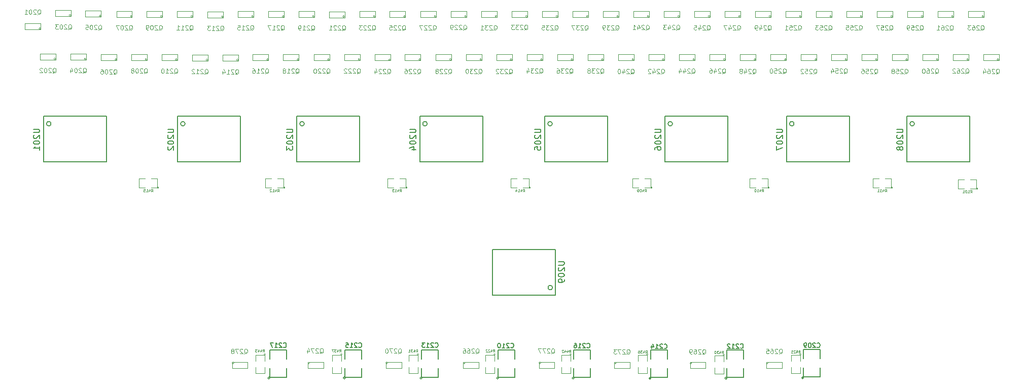
<source format=gbo>
G04 (created by PCBNEW (2013-07-07 BZR 4022)-stable) date 07/01/2016 19:49:46*
%MOIN*%
G04 Gerber Fmt 3.4, Leading zero omitted, Abs format*
%FSLAX34Y34*%
G01*
G70*
G90*
G04 APERTURE LIST*
%ADD10C,0.00590551*%
%ADD11C,0.0031*%
%ADD12C,0.005*%
%ADD13C,0.0039*%
%ADD14C,0.0047*%
%ADD15C,0.0035*%
G04 APERTURE END LIST*
G54D10*
X66261Y-42210D02*
G75*
G03X66261Y-42210I-149J0D01*
G74*
G01*
X65771Y-41714D02*
X65771Y-44706D01*
X65771Y-44706D02*
X69905Y-44706D01*
X69905Y-44706D02*
X69905Y-41714D01*
X69905Y-41714D02*
X65771Y-41714D01*
G54D11*
X71585Y-35148D02*
G75*
G03X71585Y-35148I-62J0D01*
G74*
G01*
X70560Y-34810D02*
X70560Y-35210D01*
X71585Y-34810D02*
X71585Y-35210D01*
X70560Y-35210D02*
X71585Y-35210D01*
X71585Y-34810D02*
X70560Y-34810D01*
X66575Y-37948D02*
G75*
G03X66575Y-37948I-62J0D01*
G74*
G01*
X65550Y-37610D02*
X65550Y-38010D01*
X66575Y-37610D02*
X66575Y-38010D01*
X65550Y-38010D02*
X66575Y-38010D01*
X66575Y-37610D02*
X65550Y-37610D01*
X67575Y-35078D02*
G75*
G03X67575Y-35078I-62J0D01*
G74*
G01*
X66550Y-34740D02*
X66550Y-35140D01*
X67575Y-34740D02*
X67575Y-35140D01*
X66550Y-35140D02*
X67575Y-35140D01*
X67575Y-34740D02*
X66550Y-34740D01*
X72565Y-37988D02*
G75*
G03X72565Y-37988I-62J0D01*
G74*
G01*
X71540Y-37650D02*
X71540Y-38050D01*
X72565Y-37650D02*
X72565Y-38050D01*
X71540Y-38050D02*
X72565Y-38050D01*
X72565Y-37650D02*
X71540Y-37650D01*
X68565Y-37958D02*
G75*
G03X68565Y-37958I-62J0D01*
G74*
G01*
X67540Y-37620D02*
X67540Y-38020D01*
X68565Y-37620D02*
X68565Y-38020D01*
X67540Y-38020D02*
X68565Y-38020D01*
X68565Y-37620D02*
X67540Y-37620D01*
X65575Y-35958D02*
G75*
G03X65575Y-35958I-62J0D01*
G74*
G01*
X64550Y-35620D02*
X64550Y-36020D01*
X65575Y-35620D02*
X65575Y-36020D01*
X64550Y-36020D02*
X65575Y-36020D01*
X65575Y-35620D02*
X64550Y-35620D01*
X70575Y-37988D02*
G75*
G03X70575Y-37988I-62J0D01*
G74*
G01*
X69550Y-37650D02*
X69550Y-38050D01*
X70575Y-37650D02*
X70575Y-38050D01*
X69550Y-38050D02*
X70575Y-38050D01*
X70575Y-37650D02*
X69550Y-37650D01*
X69545Y-35128D02*
G75*
G03X69545Y-35128I-62J0D01*
G74*
G01*
X68520Y-34790D02*
X68520Y-35190D01*
X69545Y-34790D02*
X69545Y-35190D01*
X68520Y-35190D02*
X69545Y-35190D01*
X69545Y-34790D02*
X68520Y-34790D01*
G54D10*
X90981Y-42210D02*
G75*
G03X90981Y-42210I-149J0D01*
G74*
G01*
X90491Y-41714D02*
X90491Y-44706D01*
X90491Y-44706D02*
X94625Y-44706D01*
X94625Y-44706D02*
X94625Y-41714D01*
X94625Y-41714D02*
X90491Y-41714D01*
X123001Y-42210D02*
G75*
G03X123001Y-42210I-149J0D01*
G74*
G01*
X122511Y-41714D02*
X122511Y-44706D01*
X122511Y-44706D02*
X126645Y-44706D01*
X126645Y-44706D02*
X126645Y-41714D01*
X126645Y-41714D02*
X122511Y-41714D01*
X115091Y-42210D02*
G75*
G03X115091Y-42210I-149J0D01*
G74*
G01*
X114601Y-41714D02*
X114601Y-44706D01*
X114601Y-44706D02*
X118735Y-44706D01*
X118735Y-44706D02*
X118735Y-41714D01*
X118735Y-41714D02*
X114601Y-41714D01*
X107101Y-42210D02*
G75*
G03X107101Y-42210I-149J0D01*
G74*
G01*
X106611Y-41714D02*
X106611Y-44706D01*
X106611Y-44706D02*
X110745Y-44706D01*
X110745Y-44706D02*
X110745Y-41714D01*
X110745Y-41714D02*
X106611Y-41714D01*
X99201Y-42210D02*
G75*
G03X99201Y-42210I-149J0D01*
G74*
G01*
X98711Y-41714D02*
X98711Y-44706D01*
X98711Y-44706D02*
X102845Y-44706D01*
X102845Y-44706D02*
X102845Y-41714D01*
X102845Y-41714D02*
X98711Y-41714D01*
X82901Y-42210D02*
G75*
G03X82901Y-42210I-149J0D01*
G74*
G01*
X82411Y-41714D02*
X82411Y-44706D01*
X82411Y-44706D02*
X86545Y-44706D01*
X86545Y-44706D02*
X86545Y-41714D01*
X86545Y-41714D02*
X82411Y-41714D01*
X75071Y-42210D02*
G75*
G03X75071Y-42210I-149J0D01*
G74*
G01*
X74581Y-41714D02*
X74581Y-44706D01*
X74581Y-44706D02*
X78715Y-44706D01*
X78715Y-44706D02*
X78715Y-41714D01*
X78715Y-41714D02*
X74581Y-41714D01*
G54D11*
X73565Y-35138D02*
G75*
G03X73565Y-35138I-62J0D01*
G74*
G01*
X72540Y-34800D02*
X72540Y-35200D01*
X73565Y-34800D02*
X73565Y-35200D01*
X72540Y-35200D02*
X73565Y-35200D01*
X73565Y-34800D02*
X72540Y-34800D01*
X80545Y-37998D02*
G75*
G03X80545Y-37998I-62J0D01*
G74*
G01*
X79520Y-37660D02*
X79520Y-38060D01*
X80545Y-37660D02*
X80545Y-38060D01*
X79520Y-38060D02*
X80545Y-38060D01*
X80545Y-37660D02*
X79520Y-37660D01*
X79565Y-35158D02*
G75*
G03X79565Y-35158I-62J0D01*
G74*
G01*
X78540Y-34820D02*
X78540Y-35220D01*
X79565Y-34820D02*
X79565Y-35220D01*
X78540Y-35220D02*
X79565Y-35220D01*
X79565Y-34820D02*
X78540Y-34820D01*
X78575Y-38008D02*
G75*
G03X78575Y-38008I-62J0D01*
G74*
G01*
X77550Y-37670D02*
X77550Y-38070D01*
X78575Y-37670D02*
X78575Y-38070D01*
X77550Y-38070D02*
X78575Y-38070D01*
X78575Y-37670D02*
X77550Y-37670D01*
X77575Y-35168D02*
G75*
G03X77575Y-35168I-62J0D01*
G74*
G01*
X76550Y-34830D02*
X76550Y-35230D01*
X77575Y-34830D02*
X77575Y-35230D01*
X76550Y-35230D02*
X77575Y-35230D01*
X77575Y-34830D02*
X76550Y-34830D01*
X76565Y-38018D02*
G75*
G03X76565Y-38018I-62J0D01*
G74*
G01*
X75540Y-37680D02*
X75540Y-38080D01*
X76565Y-37680D02*
X76565Y-38080D01*
X75540Y-38080D02*
X76565Y-38080D01*
X76565Y-37680D02*
X75540Y-37680D01*
X75575Y-35148D02*
G75*
G03X75575Y-35148I-62J0D01*
G74*
G01*
X74550Y-34810D02*
X74550Y-35210D01*
X75575Y-34810D02*
X75575Y-35210D01*
X74550Y-35210D02*
X75575Y-35210D01*
X75575Y-34810D02*
X74550Y-34810D01*
X74555Y-37998D02*
G75*
G03X74555Y-37998I-62J0D01*
G74*
G01*
X73530Y-37660D02*
X73530Y-38060D01*
X74555Y-37660D02*
X74555Y-38060D01*
X73530Y-38060D02*
X74555Y-38060D01*
X74555Y-37660D02*
X73530Y-37660D01*
X81575Y-35158D02*
G75*
G03X81575Y-35158I-62J0D01*
G74*
G01*
X80550Y-34820D02*
X80550Y-35220D01*
X81575Y-34820D02*
X81575Y-35220D01*
X80550Y-35220D02*
X81575Y-35220D01*
X81575Y-34820D02*
X80550Y-34820D01*
X88565Y-37998D02*
G75*
G03X88565Y-37998I-62J0D01*
G74*
G01*
X87540Y-37660D02*
X87540Y-38060D01*
X88565Y-37660D02*
X88565Y-38060D01*
X87540Y-38060D02*
X88565Y-38060D01*
X88565Y-37660D02*
X87540Y-37660D01*
X87565Y-35158D02*
G75*
G03X87565Y-35158I-62J0D01*
G74*
G01*
X86540Y-34820D02*
X86540Y-35220D01*
X87565Y-34820D02*
X87565Y-35220D01*
X86540Y-35220D02*
X87565Y-35220D01*
X87565Y-34820D02*
X86540Y-34820D01*
X86565Y-37988D02*
G75*
G03X86565Y-37988I-62J0D01*
G74*
G01*
X85540Y-37650D02*
X85540Y-38050D01*
X86565Y-37650D02*
X86565Y-38050D01*
X85540Y-38050D02*
X86565Y-38050D01*
X86565Y-37650D02*
X85540Y-37650D01*
X85555Y-35168D02*
G75*
G03X85555Y-35168I-62J0D01*
G74*
G01*
X84530Y-34830D02*
X84530Y-35230D01*
X85555Y-34830D02*
X85555Y-35230D01*
X84530Y-35230D02*
X85555Y-35230D01*
X85555Y-34830D02*
X84530Y-34830D01*
X84555Y-37988D02*
G75*
G03X84555Y-37988I-62J0D01*
G74*
G01*
X83530Y-37650D02*
X83530Y-38050D01*
X84555Y-37650D02*
X84555Y-38050D01*
X83530Y-38050D02*
X84555Y-38050D01*
X84555Y-37650D02*
X83530Y-37650D01*
X83565Y-35158D02*
G75*
G03X83565Y-35158I-62J0D01*
G74*
G01*
X82540Y-34820D02*
X82540Y-35220D01*
X83565Y-34820D02*
X83565Y-35220D01*
X82540Y-35220D02*
X83565Y-35220D01*
X83565Y-34820D02*
X82540Y-34820D01*
X82545Y-37988D02*
G75*
G03X82545Y-37988I-62J0D01*
G74*
G01*
X81520Y-37650D02*
X81520Y-38050D01*
X82545Y-37650D02*
X82545Y-38050D01*
X81520Y-38050D02*
X82545Y-38050D01*
X82545Y-37650D02*
X81520Y-37650D01*
X89545Y-35158D02*
G75*
G03X89545Y-35158I-62J0D01*
G74*
G01*
X88520Y-34820D02*
X88520Y-35220D01*
X89545Y-34820D02*
X89545Y-35220D01*
X88520Y-35220D02*
X89545Y-35220D01*
X89545Y-34820D02*
X88520Y-34820D01*
X96555Y-37998D02*
G75*
G03X96555Y-37998I-62J0D01*
G74*
G01*
X95530Y-37660D02*
X95530Y-38060D01*
X96555Y-37660D02*
X96555Y-38060D01*
X95530Y-38060D02*
X96555Y-38060D01*
X96555Y-37660D02*
X95530Y-37660D01*
X95555Y-35138D02*
G75*
G03X95555Y-35138I-62J0D01*
G74*
G01*
X94530Y-34800D02*
X94530Y-35200D01*
X95555Y-34800D02*
X95555Y-35200D01*
X94530Y-35200D02*
X95555Y-35200D01*
X95555Y-34800D02*
X94530Y-34800D01*
X94555Y-37978D02*
G75*
G03X94555Y-37978I-62J0D01*
G74*
G01*
X93530Y-37640D02*
X93530Y-38040D01*
X94555Y-37640D02*
X94555Y-38040D01*
X93530Y-38040D02*
X94555Y-38040D01*
X94555Y-37640D02*
X93530Y-37640D01*
X93555Y-35148D02*
G75*
G03X93555Y-35148I-62J0D01*
G74*
G01*
X92530Y-34810D02*
X92530Y-35210D01*
X93555Y-34810D02*
X93555Y-35210D01*
X92530Y-35210D02*
X93555Y-35210D01*
X93555Y-34810D02*
X92530Y-34810D01*
X92565Y-37978D02*
G75*
G03X92565Y-37978I-62J0D01*
G74*
G01*
X91540Y-37640D02*
X91540Y-38040D01*
X92565Y-37640D02*
X92565Y-38040D01*
X91540Y-38040D02*
X92565Y-38040D01*
X92565Y-37640D02*
X91540Y-37640D01*
X91555Y-35148D02*
G75*
G03X91555Y-35148I-62J0D01*
G74*
G01*
X90530Y-34810D02*
X90530Y-35210D01*
X91555Y-34810D02*
X91555Y-35210D01*
X90530Y-35210D02*
X91555Y-35210D01*
X91555Y-34810D02*
X90530Y-34810D01*
X90545Y-37988D02*
G75*
G03X90545Y-37988I-62J0D01*
G74*
G01*
X89520Y-37650D02*
X89520Y-38050D01*
X90545Y-37650D02*
X90545Y-38050D01*
X89520Y-38050D02*
X90545Y-38050D01*
X90545Y-37650D02*
X89520Y-37650D01*
X97565Y-35138D02*
G75*
G03X97565Y-35138I-62J0D01*
G74*
G01*
X96540Y-34800D02*
X96540Y-35200D01*
X97565Y-34800D02*
X97565Y-35200D01*
X96540Y-35200D02*
X97565Y-35200D01*
X97565Y-34800D02*
X96540Y-34800D01*
X104565Y-37988D02*
G75*
G03X104565Y-37988I-62J0D01*
G74*
G01*
X103540Y-37650D02*
X103540Y-38050D01*
X104565Y-37650D02*
X104565Y-38050D01*
X103540Y-38050D02*
X104565Y-38050D01*
X104565Y-37650D02*
X103540Y-37650D01*
X103555Y-35148D02*
G75*
G03X103555Y-35148I-62J0D01*
G74*
G01*
X102530Y-34810D02*
X102530Y-35210D01*
X103555Y-34810D02*
X103555Y-35210D01*
X102530Y-35210D02*
X103555Y-35210D01*
X103555Y-34810D02*
X102530Y-34810D01*
X102555Y-37988D02*
G75*
G03X102555Y-37988I-62J0D01*
G74*
G01*
X101530Y-37650D02*
X101530Y-38050D01*
X102555Y-37650D02*
X102555Y-38050D01*
X101530Y-38050D02*
X102555Y-38050D01*
X102555Y-37650D02*
X101530Y-37650D01*
X101555Y-35138D02*
G75*
G03X101555Y-35138I-62J0D01*
G74*
G01*
X100530Y-34800D02*
X100530Y-35200D01*
X101555Y-34800D02*
X101555Y-35200D01*
X100530Y-35200D02*
X101555Y-35200D01*
X101555Y-34800D02*
X100530Y-34800D01*
X100555Y-37988D02*
G75*
G03X100555Y-37988I-62J0D01*
G74*
G01*
X99530Y-37650D02*
X99530Y-38050D01*
X100555Y-37650D02*
X100555Y-38050D01*
X99530Y-38050D02*
X100555Y-38050D01*
X100555Y-37650D02*
X99530Y-37650D01*
X99565Y-35138D02*
G75*
G03X99565Y-35138I-62J0D01*
G74*
G01*
X98540Y-34800D02*
X98540Y-35200D01*
X99565Y-34800D02*
X99565Y-35200D01*
X98540Y-35200D02*
X99565Y-35200D01*
X99565Y-34800D02*
X98540Y-34800D01*
X98555Y-37988D02*
G75*
G03X98555Y-37988I-62J0D01*
G74*
G01*
X97530Y-37650D02*
X97530Y-38050D01*
X98555Y-37650D02*
X98555Y-38050D01*
X97530Y-38050D02*
X98555Y-38050D01*
X98555Y-37650D02*
X97530Y-37650D01*
X105555Y-35148D02*
G75*
G03X105555Y-35148I-62J0D01*
G74*
G01*
X104530Y-34810D02*
X104530Y-35210D01*
X105555Y-34810D02*
X105555Y-35210D01*
X104530Y-35210D02*
X105555Y-35210D01*
X105555Y-34810D02*
X104530Y-34810D01*
X112575Y-37988D02*
G75*
G03X112575Y-37988I-62J0D01*
G74*
G01*
X111550Y-37650D02*
X111550Y-38050D01*
X112575Y-37650D02*
X112575Y-38050D01*
X111550Y-38050D02*
X112575Y-38050D01*
X112575Y-37650D02*
X111550Y-37650D01*
X111555Y-35138D02*
G75*
G03X111555Y-35138I-62J0D01*
G74*
G01*
X110530Y-34800D02*
X110530Y-35200D01*
X111555Y-34800D02*
X111555Y-35200D01*
X110530Y-35200D02*
X111555Y-35200D01*
X111555Y-34800D02*
X110530Y-34800D01*
X110565Y-37978D02*
G75*
G03X110565Y-37978I-62J0D01*
G74*
G01*
X109540Y-37640D02*
X109540Y-38040D01*
X110565Y-37640D02*
X110565Y-38040D01*
X109540Y-38040D02*
X110565Y-38040D01*
X110565Y-37640D02*
X109540Y-37640D01*
X109565Y-35148D02*
G75*
G03X109565Y-35148I-62J0D01*
G74*
G01*
X108540Y-34810D02*
X108540Y-35210D01*
X109565Y-34810D02*
X109565Y-35210D01*
X108540Y-35210D02*
X109565Y-35210D01*
X109565Y-34810D02*
X108540Y-34810D01*
X108565Y-37988D02*
G75*
G03X108565Y-37988I-62J0D01*
G74*
G01*
X107540Y-37650D02*
X107540Y-38050D01*
X108565Y-37650D02*
X108565Y-38050D01*
X107540Y-38050D02*
X108565Y-38050D01*
X108565Y-37650D02*
X107540Y-37650D01*
X107565Y-35138D02*
G75*
G03X107565Y-35138I-62J0D01*
G74*
G01*
X106540Y-34800D02*
X106540Y-35200D01*
X107565Y-34800D02*
X107565Y-35200D01*
X106540Y-35200D02*
X107565Y-35200D01*
X107565Y-34800D02*
X106540Y-34800D01*
X106555Y-37988D02*
G75*
G03X106555Y-37988I-62J0D01*
G74*
G01*
X105530Y-37650D02*
X105530Y-38050D01*
X106555Y-37650D02*
X106555Y-38050D01*
X105530Y-38050D02*
X106555Y-38050D01*
X106555Y-37650D02*
X105530Y-37650D01*
X113575Y-35148D02*
G75*
G03X113575Y-35148I-62J0D01*
G74*
G01*
X112550Y-34810D02*
X112550Y-35210D01*
X113575Y-34810D02*
X113575Y-35210D01*
X112550Y-35210D02*
X113575Y-35210D01*
X113575Y-34810D02*
X112550Y-34810D01*
X120565Y-37988D02*
G75*
G03X120565Y-37988I-62J0D01*
G74*
G01*
X119540Y-37650D02*
X119540Y-38050D01*
X120565Y-37650D02*
X120565Y-38050D01*
X119540Y-38050D02*
X120565Y-38050D01*
X120565Y-37650D02*
X119540Y-37650D01*
X119555Y-35148D02*
G75*
G03X119555Y-35148I-62J0D01*
G74*
G01*
X118530Y-34810D02*
X118530Y-35210D01*
X119555Y-34810D02*
X119555Y-35210D01*
X118530Y-35210D02*
X119555Y-35210D01*
X119555Y-34810D02*
X118530Y-34810D01*
X118565Y-37988D02*
G75*
G03X118565Y-37988I-62J0D01*
G74*
G01*
X117540Y-37650D02*
X117540Y-38050D01*
X118565Y-37650D02*
X118565Y-38050D01*
X117540Y-38050D02*
X118565Y-38050D01*
X118565Y-37650D02*
X117540Y-37650D01*
X117555Y-35148D02*
G75*
G03X117555Y-35148I-62J0D01*
G74*
G01*
X116530Y-34810D02*
X116530Y-35210D01*
X117555Y-34810D02*
X117555Y-35210D01*
X116530Y-35210D02*
X117555Y-35210D01*
X117555Y-34810D02*
X116530Y-34810D01*
X116575Y-37988D02*
G75*
G03X116575Y-37988I-62J0D01*
G74*
G01*
X115550Y-37650D02*
X115550Y-38050D01*
X116575Y-37650D02*
X116575Y-38050D01*
X115550Y-38050D02*
X116575Y-38050D01*
X116575Y-37650D02*
X115550Y-37650D01*
X115555Y-35148D02*
G75*
G03X115555Y-35148I-62J0D01*
G74*
G01*
X114530Y-34810D02*
X114530Y-35210D01*
X115555Y-34810D02*
X115555Y-35210D01*
X114530Y-35210D02*
X115555Y-35210D01*
X115555Y-34810D02*
X114530Y-34810D01*
X114575Y-37988D02*
G75*
G03X114575Y-37988I-62J0D01*
G74*
G01*
X113550Y-37650D02*
X113550Y-38050D01*
X114575Y-37650D02*
X114575Y-38050D01*
X113550Y-38050D02*
X114575Y-38050D01*
X114575Y-37650D02*
X113550Y-37650D01*
X121565Y-35148D02*
G75*
G03X121565Y-35148I-62J0D01*
G74*
G01*
X120540Y-34810D02*
X120540Y-35210D01*
X121565Y-34810D02*
X121565Y-35210D01*
X120540Y-35210D02*
X121565Y-35210D01*
X121565Y-34810D02*
X120540Y-34810D01*
X128555Y-37988D02*
G75*
G03X128555Y-37988I-62J0D01*
G74*
G01*
X127530Y-37650D02*
X127530Y-38050D01*
X128555Y-37650D02*
X128555Y-38050D01*
X127530Y-38050D02*
X128555Y-38050D01*
X128555Y-37650D02*
X127530Y-37650D01*
X127555Y-35148D02*
G75*
G03X127555Y-35148I-62J0D01*
G74*
G01*
X126530Y-34810D02*
X126530Y-35210D01*
X127555Y-34810D02*
X127555Y-35210D01*
X126530Y-35210D02*
X127555Y-35210D01*
X127555Y-34810D02*
X126530Y-34810D01*
X126565Y-37988D02*
G75*
G03X126565Y-37988I-62J0D01*
G74*
G01*
X125540Y-37650D02*
X125540Y-38050D01*
X126565Y-37650D02*
X126565Y-38050D01*
X125540Y-38050D02*
X126565Y-38050D01*
X126565Y-37650D02*
X125540Y-37650D01*
X125555Y-35148D02*
G75*
G03X125555Y-35148I-62J0D01*
G74*
G01*
X124530Y-34810D02*
X124530Y-35210D01*
X125555Y-34810D02*
X125555Y-35210D01*
X124530Y-35210D02*
X125555Y-35210D01*
X125555Y-34810D02*
X124530Y-34810D01*
X124565Y-37988D02*
G75*
G03X124565Y-37988I-62J0D01*
G74*
G01*
X123540Y-37650D02*
X123540Y-38050D01*
X124565Y-37650D02*
X124565Y-38050D01*
X123540Y-38050D02*
X124565Y-38050D01*
X124565Y-37650D02*
X123540Y-37650D01*
X123565Y-35148D02*
G75*
G03X123565Y-35148I-62J0D01*
G74*
G01*
X122540Y-34810D02*
X122540Y-35210D01*
X123565Y-34810D02*
X123565Y-35210D01*
X122540Y-35210D02*
X123565Y-35210D01*
X123565Y-34810D02*
X122540Y-34810D01*
X122555Y-37988D02*
G75*
G03X122555Y-37988I-62J0D01*
G74*
G01*
X121530Y-37650D02*
X121530Y-38050D01*
X122555Y-37650D02*
X122555Y-38050D01*
X121530Y-38050D02*
X122555Y-38050D01*
X122555Y-37650D02*
X121530Y-37650D01*
X83259Y-57932D02*
G75*
G03X83259Y-57932I-62J0D01*
G74*
G01*
X84160Y-58270D02*
X84160Y-57870D01*
X83135Y-58270D02*
X83135Y-57870D01*
X84160Y-57870D02*
X83135Y-57870D01*
X83135Y-58270D02*
X84160Y-58270D01*
X103409Y-57932D02*
G75*
G03X103409Y-57932I-62J0D01*
G74*
G01*
X104310Y-58270D02*
X104310Y-57870D01*
X103285Y-58270D02*
X103285Y-57870D01*
X104310Y-57870D02*
X103285Y-57870D01*
X103285Y-58270D02*
X104310Y-58270D01*
X98449Y-57932D02*
G75*
G03X98449Y-57932I-62J0D01*
G74*
G01*
X99350Y-58270D02*
X99350Y-57870D01*
X98325Y-58270D02*
X98325Y-57870D01*
X99350Y-57870D02*
X98325Y-57870D01*
X98325Y-58270D02*
X99350Y-58270D01*
X108379Y-57952D02*
G75*
G03X108379Y-57952I-62J0D01*
G74*
G01*
X109280Y-58290D02*
X109280Y-57890D01*
X108255Y-58290D02*
X108255Y-57890D01*
X109280Y-57890D02*
X108255Y-57890D01*
X108255Y-58290D02*
X109280Y-58290D01*
X78279Y-57932D02*
G75*
G03X78279Y-57932I-62J0D01*
G74*
G01*
X79180Y-58270D02*
X79180Y-57870D01*
X78155Y-58270D02*
X78155Y-57870D01*
X79180Y-57870D02*
X78155Y-57870D01*
X78155Y-58270D02*
X79180Y-58270D01*
X113399Y-57932D02*
G75*
G03X113399Y-57932I-62J0D01*
G74*
G01*
X114300Y-58270D02*
X114300Y-57870D01*
X113275Y-58270D02*
X113275Y-57870D01*
X114300Y-57870D02*
X113275Y-57870D01*
X113275Y-58270D02*
X114300Y-58270D01*
X93469Y-57932D02*
G75*
G03X93469Y-57932I-62J0D01*
G74*
G01*
X94370Y-58270D02*
X94370Y-57870D01*
X93345Y-58270D02*
X93345Y-57870D01*
X94370Y-57870D02*
X93345Y-57870D01*
X93345Y-58270D02*
X94370Y-58270D01*
X88389Y-57932D02*
G75*
G03X88389Y-57932I-62J0D01*
G74*
G01*
X89290Y-58270D02*
X89290Y-57870D01*
X88265Y-58270D02*
X88265Y-57870D01*
X89290Y-57870D02*
X88265Y-57870D01*
X88265Y-58270D02*
X89290Y-58270D01*
G54D10*
X99217Y-52979D02*
G75*
G03X99217Y-52979I-149J0D01*
G74*
G01*
X99408Y-53475D02*
X99408Y-50483D01*
X99408Y-50483D02*
X95274Y-50483D01*
X95274Y-50483D02*
X95274Y-53475D01*
X95274Y-53475D02*
X99408Y-53475D01*
G54D12*
X90640Y-58920D02*
G75*
G03X90640Y-58920I-70J0D01*
G74*
G01*
X91720Y-58270D02*
X91720Y-58870D01*
X91720Y-58870D02*
X90620Y-58870D01*
X90620Y-58870D02*
X90620Y-58270D01*
X90620Y-57670D02*
X90620Y-57070D01*
X90620Y-57070D02*
X91720Y-57070D01*
X91720Y-57070D02*
X91720Y-57670D01*
X100640Y-58920D02*
G75*
G03X100640Y-58920I-70J0D01*
G74*
G01*
X101720Y-58270D02*
X101720Y-58870D01*
X101720Y-58870D02*
X100620Y-58870D01*
X100620Y-58870D02*
X100620Y-58270D01*
X100620Y-57670D02*
X100620Y-57070D01*
X100620Y-57070D02*
X101720Y-57070D01*
X101720Y-57070D02*
X101720Y-57670D01*
X105700Y-58940D02*
G75*
G03X105700Y-58940I-70J0D01*
G74*
G01*
X106780Y-58290D02*
X106780Y-58890D01*
X106780Y-58890D02*
X105680Y-58890D01*
X105680Y-58890D02*
X105680Y-58290D01*
X105680Y-57690D02*
X105680Y-57090D01*
X105680Y-57090D02*
X106780Y-57090D01*
X106780Y-57090D02*
X106780Y-57690D01*
X95670Y-58920D02*
G75*
G03X95670Y-58920I-70J0D01*
G74*
G01*
X96750Y-58270D02*
X96750Y-58870D01*
X96750Y-58870D02*
X95650Y-58870D01*
X95650Y-58870D02*
X95650Y-58270D01*
X95650Y-57670D02*
X95650Y-57070D01*
X95650Y-57070D02*
X96750Y-57070D01*
X96750Y-57070D02*
X96750Y-57670D01*
X110680Y-58940D02*
G75*
G03X110680Y-58940I-70J0D01*
G74*
G01*
X111760Y-58290D02*
X111760Y-58890D01*
X111760Y-58890D02*
X110660Y-58890D01*
X110660Y-58890D02*
X110660Y-58290D01*
X110660Y-57690D02*
X110660Y-57090D01*
X110660Y-57090D02*
X111760Y-57090D01*
X111760Y-57090D02*
X111760Y-57690D01*
X85600Y-58920D02*
G75*
G03X85600Y-58920I-70J0D01*
G74*
G01*
X86680Y-58270D02*
X86680Y-58870D01*
X86680Y-58870D02*
X85580Y-58870D01*
X85580Y-58870D02*
X85580Y-58270D01*
X85580Y-57670D02*
X85580Y-57070D01*
X85580Y-57070D02*
X86680Y-57070D01*
X86680Y-57070D02*
X86680Y-57670D01*
X115730Y-58910D02*
G75*
G03X115730Y-58910I-70J0D01*
G74*
G01*
X116810Y-58260D02*
X116810Y-58860D01*
X116810Y-58860D02*
X115710Y-58860D01*
X115710Y-58860D02*
X115710Y-58260D01*
X115710Y-57660D02*
X115710Y-57060D01*
X115710Y-57060D02*
X116810Y-57060D01*
X116810Y-57060D02*
X116810Y-57660D01*
X80650Y-58920D02*
G75*
G03X80650Y-58920I-70J0D01*
G74*
G01*
X81730Y-58270D02*
X81730Y-58870D01*
X81730Y-58870D02*
X80630Y-58870D01*
X80630Y-58870D02*
X80630Y-58270D01*
X80630Y-57670D02*
X80630Y-57070D01*
X80630Y-57070D02*
X81730Y-57070D01*
X81730Y-57070D02*
X81730Y-57670D01*
G54D13*
X127170Y-46480D02*
G75*
G03X127170Y-46480I-50J0D01*
G74*
G01*
X126670Y-46480D02*
X127070Y-46480D01*
X127070Y-46480D02*
X127070Y-45880D01*
X127070Y-45880D02*
X126670Y-45880D01*
X126270Y-45880D02*
X125870Y-45880D01*
X125870Y-45880D02*
X125870Y-46480D01*
X125870Y-46480D02*
X126270Y-46480D01*
X73330Y-46410D02*
G75*
G03X73330Y-46410I-50J0D01*
G74*
G01*
X72830Y-46410D02*
X73230Y-46410D01*
X73230Y-46410D02*
X73230Y-45810D01*
X73230Y-45810D02*
X72830Y-45810D01*
X72430Y-45810D02*
X72030Y-45810D01*
X72030Y-45810D02*
X72030Y-46410D01*
X72030Y-46410D02*
X72430Y-46410D01*
X81630Y-46410D02*
G75*
G03X81630Y-46410I-50J0D01*
G74*
G01*
X81130Y-46410D02*
X81530Y-46410D01*
X81530Y-46410D02*
X81530Y-45810D01*
X81530Y-45810D02*
X81130Y-45810D01*
X80730Y-45810D02*
X80330Y-45810D01*
X80330Y-45810D02*
X80330Y-46410D01*
X80330Y-46410D02*
X80730Y-46410D01*
X89680Y-46410D02*
G75*
G03X89680Y-46410I-50J0D01*
G74*
G01*
X89180Y-46410D02*
X89580Y-46410D01*
X89580Y-46410D02*
X89580Y-45810D01*
X89580Y-45810D02*
X89180Y-45810D01*
X88780Y-45810D02*
X88380Y-45810D01*
X88380Y-45810D02*
X88380Y-46410D01*
X88380Y-46410D02*
X88780Y-46410D01*
X97770Y-46410D02*
G75*
G03X97770Y-46410I-50J0D01*
G74*
G01*
X97270Y-46410D02*
X97670Y-46410D01*
X97670Y-46410D02*
X97670Y-45810D01*
X97670Y-45810D02*
X97270Y-45810D01*
X96870Y-45810D02*
X96470Y-45810D01*
X96470Y-45810D02*
X96470Y-46410D01*
X96470Y-46410D02*
X96870Y-46410D01*
X105770Y-46410D02*
G75*
G03X105770Y-46410I-50J0D01*
G74*
G01*
X105270Y-46410D02*
X105670Y-46410D01*
X105670Y-46410D02*
X105670Y-45810D01*
X105670Y-45810D02*
X105270Y-45810D01*
X104870Y-45810D02*
X104470Y-45810D01*
X104470Y-45810D02*
X104470Y-46410D01*
X104470Y-46410D02*
X104870Y-46410D01*
X113480Y-46410D02*
G75*
G03X113480Y-46410I-50J0D01*
G74*
G01*
X112980Y-46410D02*
X113380Y-46410D01*
X113380Y-46410D02*
X113380Y-45810D01*
X113380Y-45810D02*
X112980Y-45810D01*
X112580Y-45810D02*
X112180Y-45810D01*
X112180Y-45810D02*
X112180Y-46410D01*
X112180Y-46410D02*
X112580Y-46410D01*
X121560Y-46410D02*
G75*
G03X121560Y-46410I-50J0D01*
G74*
G01*
X121060Y-46410D02*
X121460Y-46410D01*
X121460Y-46410D02*
X121460Y-45810D01*
X121460Y-45810D02*
X121060Y-45810D01*
X120660Y-45810D02*
X120260Y-45810D01*
X120260Y-45810D02*
X120260Y-46410D01*
X120260Y-46410D02*
X120660Y-46410D01*
X85380Y-57360D02*
G75*
G03X85380Y-57360I-50J0D01*
G74*
G01*
X85330Y-57810D02*
X85330Y-57410D01*
X85330Y-57410D02*
X84730Y-57410D01*
X84730Y-57410D02*
X84730Y-57810D01*
X84730Y-58210D02*
X84730Y-58610D01*
X84730Y-58610D02*
X85330Y-58610D01*
X85330Y-58610D02*
X85330Y-58210D01*
X80360Y-57360D02*
G75*
G03X80360Y-57360I-50J0D01*
G74*
G01*
X80310Y-57810D02*
X80310Y-57410D01*
X80310Y-57410D02*
X79710Y-57410D01*
X79710Y-57410D02*
X79710Y-57810D01*
X79710Y-58210D02*
X79710Y-58610D01*
X79710Y-58610D02*
X80310Y-58610D01*
X80310Y-58610D02*
X80310Y-58210D01*
X90420Y-57360D02*
G75*
G03X90420Y-57360I-50J0D01*
G74*
G01*
X90370Y-57810D02*
X90370Y-57410D01*
X90370Y-57410D02*
X89770Y-57410D01*
X89770Y-57410D02*
X89770Y-57810D01*
X89770Y-58210D02*
X89770Y-58610D01*
X89770Y-58610D02*
X90370Y-58610D01*
X90370Y-58610D02*
X90370Y-58210D01*
X115560Y-57360D02*
G75*
G03X115560Y-57360I-50J0D01*
G74*
G01*
X115510Y-57810D02*
X115510Y-57410D01*
X115510Y-57410D02*
X114910Y-57410D01*
X114910Y-57410D02*
X114910Y-57810D01*
X114910Y-58210D02*
X114910Y-58610D01*
X114910Y-58610D02*
X115510Y-58610D01*
X115510Y-58610D02*
X115510Y-58210D01*
X110520Y-57380D02*
G75*
G03X110520Y-57380I-50J0D01*
G74*
G01*
X110470Y-57830D02*
X110470Y-57430D01*
X110470Y-57430D02*
X109870Y-57430D01*
X109870Y-57430D02*
X109870Y-57830D01*
X109870Y-58230D02*
X109870Y-58630D01*
X109870Y-58630D02*
X110470Y-58630D01*
X110470Y-58630D02*
X110470Y-58230D01*
X105480Y-57360D02*
G75*
G03X105480Y-57360I-50J0D01*
G74*
G01*
X105430Y-57810D02*
X105430Y-57410D01*
X105430Y-57410D02*
X104830Y-57410D01*
X104830Y-57410D02*
X104830Y-57810D01*
X104830Y-58210D02*
X104830Y-58610D01*
X104830Y-58610D02*
X105430Y-58610D01*
X105430Y-58610D02*
X105430Y-58210D01*
X100460Y-57360D02*
G75*
G03X100460Y-57360I-50J0D01*
G74*
G01*
X100410Y-57810D02*
X100410Y-57410D01*
X100410Y-57410D02*
X99810Y-57410D01*
X99810Y-57410D02*
X99810Y-57810D01*
X99810Y-58210D02*
X99810Y-58610D01*
X99810Y-58610D02*
X100410Y-58610D01*
X100410Y-58610D02*
X100410Y-58210D01*
X95470Y-57360D02*
G75*
G03X95470Y-57360I-50J0D01*
G74*
G01*
X95420Y-57810D02*
X95420Y-57410D01*
X95420Y-57410D02*
X94820Y-57410D01*
X94820Y-57410D02*
X94820Y-57810D01*
X94820Y-58210D02*
X94820Y-58610D01*
X94820Y-58610D02*
X95420Y-58610D01*
X95420Y-58610D02*
X95420Y-58210D01*
G54D10*
X65113Y-42566D02*
X65432Y-42566D01*
X65470Y-42585D01*
X65488Y-42604D01*
X65507Y-42641D01*
X65507Y-42716D01*
X65488Y-42754D01*
X65470Y-42773D01*
X65432Y-42791D01*
X65113Y-42791D01*
X65151Y-42960D02*
X65132Y-42979D01*
X65113Y-43016D01*
X65113Y-43110D01*
X65132Y-43148D01*
X65151Y-43166D01*
X65188Y-43185D01*
X65226Y-43185D01*
X65282Y-43166D01*
X65507Y-42941D01*
X65507Y-43185D01*
X65113Y-43429D02*
X65113Y-43466D01*
X65132Y-43504D01*
X65151Y-43523D01*
X65188Y-43541D01*
X65263Y-43560D01*
X65357Y-43560D01*
X65432Y-43541D01*
X65470Y-43523D01*
X65488Y-43504D01*
X65507Y-43466D01*
X65507Y-43429D01*
X65488Y-43391D01*
X65470Y-43373D01*
X65432Y-43354D01*
X65357Y-43335D01*
X65263Y-43335D01*
X65188Y-43354D01*
X65151Y-43373D01*
X65132Y-43391D01*
X65113Y-43429D01*
X65507Y-43935D02*
X65507Y-43710D01*
X65507Y-43822D02*
X65113Y-43822D01*
X65170Y-43785D01*
X65207Y-43747D01*
X65226Y-43710D01*
G54D14*
X71384Y-36060D02*
X71412Y-36045D01*
X71441Y-36017D01*
X71484Y-35974D01*
X71512Y-35960D01*
X71541Y-35960D01*
X71527Y-36031D02*
X71555Y-36017D01*
X71584Y-35988D01*
X71598Y-35931D01*
X71598Y-35831D01*
X71584Y-35774D01*
X71555Y-35745D01*
X71527Y-35731D01*
X71470Y-35731D01*
X71441Y-35745D01*
X71412Y-35774D01*
X71398Y-35831D01*
X71398Y-35931D01*
X71412Y-35988D01*
X71441Y-36017D01*
X71470Y-36031D01*
X71527Y-36031D01*
X71284Y-35760D02*
X71269Y-35745D01*
X71241Y-35731D01*
X71169Y-35731D01*
X71141Y-35745D01*
X71127Y-35760D01*
X71112Y-35788D01*
X71112Y-35817D01*
X71127Y-35860D01*
X71298Y-36031D01*
X71112Y-36031D01*
X70927Y-35731D02*
X70898Y-35731D01*
X70870Y-35745D01*
X70855Y-35760D01*
X70841Y-35788D01*
X70827Y-35845D01*
X70827Y-35917D01*
X70841Y-35974D01*
X70855Y-36002D01*
X70870Y-36017D01*
X70898Y-36031D01*
X70927Y-36031D01*
X70955Y-36017D01*
X70970Y-36002D01*
X70984Y-35974D01*
X70998Y-35917D01*
X70998Y-35845D01*
X70984Y-35788D01*
X70970Y-35760D01*
X70955Y-35745D01*
X70927Y-35731D01*
X70727Y-35731D02*
X70527Y-35731D01*
X70655Y-36031D01*
X66364Y-38880D02*
X66392Y-38865D01*
X66421Y-38837D01*
X66464Y-38794D01*
X66492Y-38780D01*
X66521Y-38780D01*
X66507Y-38851D02*
X66535Y-38837D01*
X66564Y-38808D01*
X66578Y-38751D01*
X66578Y-38651D01*
X66564Y-38594D01*
X66535Y-38565D01*
X66507Y-38551D01*
X66450Y-38551D01*
X66421Y-38565D01*
X66392Y-38594D01*
X66378Y-38651D01*
X66378Y-38751D01*
X66392Y-38808D01*
X66421Y-38837D01*
X66450Y-38851D01*
X66507Y-38851D01*
X66264Y-38580D02*
X66249Y-38565D01*
X66221Y-38551D01*
X66149Y-38551D01*
X66121Y-38565D01*
X66107Y-38580D01*
X66092Y-38608D01*
X66092Y-38637D01*
X66107Y-38680D01*
X66278Y-38851D01*
X66092Y-38851D01*
X65907Y-38551D02*
X65878Y-38551D01*
X65850Y-38565D01*
X65835Y-38580D01*
X65821Y-38608D01*
X65807Y-38665D01*
X65807Y-38737D01*
X65821Y-38794D01*
X65835Y-38822D01*
X65850Y-38837D01*
X65878Y-38851D01*
X65907Y-38851D01*
X65935Y-38837D01*
X65950Y-38822D01*
X65964Y-38794D01*
X65978Y-38737D01*
X65978Y-38665D01*
X65964Y-38608D01*
X65950Y-38580D01*
X65935Y-38565D01*
X65907Y-38551D01*
X65692Y-38580D02*
X65678Y-38565D01*
X65650Y-38551D01*
X65578Y-38551D01*
X65550Y-38565D01*
X65535Y-38580D01*
X65521Y-38608D01*
X65521Y-38637D01*
X65535Y-38680D01*
X65707Y-38851D01*
X65521Y-38851D01*
X67384Y-36020D02*
X67412Y-36005D01*
X67441Y-35977D01*
X67484Y-35934D01*
X67512Y-35920D01*
X67541Y-35920D01*
X67527Y-35991D02*
X67555Y-35977D01*
X67584Y-35948D01*
X67598Y-35891D01*
X67598Y-35791D01*
X67584Y-35734D01*
X67555Y-35705D01*
X67527Y-35691D01*
X67470Y-35691D01*
X67441Y-35705D01*
X67412Y-35734D01*
X67398Y-35791D01*
X67398Y-35891D01*
X67412Y-35948D01*
X67441Y-35977D01*
X67470Y-35991D01*
X67527Y-35991D01*
X67284Y-35720D02*
X67269Y-35705D01*
X67241Y-35691D01*
X67169Y-35691D01*
X67141Y-35705D01*
X67127Y-35720D01*
X67112Y-35748D01*
X67112Y-35777D01*
X67127Y-35820D01*
X67298Y-35991D01*
X67112Y-35991D01*
X66927Y-35691D02*
X66898Y-35691D01*
X66870Y-35705D01*
X66855Y-35720D01*
X66841Y-35748D01*
X66827Y-35805D01*
X66827Y-35877D01*
X66841Y-35934D01*
X66855Y-35962D01*
X66870Y-35977D01*
X66898Y-35991D01*
X66927Y-35991D01*
X66955Y-35977D01*
X66970Y-35962D01*
X66984Y-35934D01*
X66998Y-35877D01*
X66998Y-35805D01*
X66984Y-35748D01*
X66970Y-35720D01*
X66955Y-35705D01*
X66927Y-35691D01*
X66727Y-35691D02*
X66541Y-35691D01*
X66641Y-35805D01*
X66598Y-35805D01*
X66570Y-35820D01*
X66555Y-35834D01*
X66541Y-35862D01*
X66541Y-35934D01*
X66555Y-35962D01*
X66570Y-35977D01*
X66598Y-35991D01*
X66684Y-35991D01*
X66712Y-35977D01*
X66727Y-35962D01*
X72374Y-38900D02*
X72402Y-38885D01*
X72431Y-38857D01*
X72474Y-38814D01*
X72502Y-38800D01*
X72531Y-38800D01*
X72517Y-38871D02*
X72545Y-38857D01*
X72574Y-38828D01*
X72588Y-38771D01*
X72588Y-38671D01*
X72574Y-38614D01*
X72545Y-38585D01*
X72517Y-38571D01*
X72460Y-38571D01*
X72431Y-38585D01*
X72402Y-38614D01*
X72388Y-38671D01*
X72388Y-38771D01*
X72402Y-38828D01*
X72431Y-38857D01*
X72460Y-38871D01*
X72517Y-38871D01*
X72274Y-38600D02*
X72259Y-38585D01*
X72231Y-38571D01*
X72159Y-38571D01*
X72131Y-38585D01*
X72117Y-38600D01*
X72102Y-38628D01*
X72102Y-38657D01*
X72117Y-38700D01*
X72288Y-38871D01*
X72102Y-38871D01*
X71917Y-38571D02*
X71888Y-38571D01*
X71860Y-38585D01*
X71845Y-38600D01*
X71831Y-38628D01*
X71817Y-38685D01*
X71817Y-38757D01*
X71831Y-38814D01*
X71845Y-38842D01*
X71860Y-38857D01*
X71888Y-38871D01*
X71917Y-38871D01*
X71945Y-38857D01*
X71960Y-38842D01*
X71974Y-38814D01*
X71988Y-38757D01*
X71988Y-38685D01*
X71974Y-38628D01*
X71960Y-38600D01*
X71945Y-38585D01*
X71917Y-38571D01*
X71645Y-38700D02*
X71674Y-38685D01*
X71688Y-38671D01*
X71702Y-38642D01*
X71702Y-38628D01*
X71688Y-38600D01*
X71674Y-38585D01*
X71645Y-38571D01*
X71588Y-38571D01*
X71560Y-38585D01*
X71545Y-38600D01*
X71531Y-38628D01*
X71531Y-38642D01*
X71545Y-38671D01*
X71560Y-38685D01*
X71588Y-38700D01*
X71645Y-38700D01*
X71674Y-38714D01*
X71688Y-38728D01*
X71702Y-38757D01*
X71702Y-38814D01*
X71688Y-38842D01*
X71674Y-38857D01*
X71645Y-38871D01*
X71588Y-38871D01*
X71560Y-38857D01*
X71545Y-38842D01*
X71531Y-38814D01*
X71531Y-38757D01*
X71545Y-38728D01*
X71560Y-38714D01*
X71588Y-38700D01*
X68354Y-38880D02*
X68382Y-38865D01*
X68411Y-38837D01*
X68454Y-38794D01*
X68482Y-38780D01*
X68511Y-38780D01*
X68497Y-38851D02*
X68525Y-38837D01*
X68554Y-38808D01*
X68568Y-38751D01*
X68568Y-38651D01*
X68554Y-38594D01*
X68525Y-38565D01*
X68497Y-38551D01*
X68440Y-38551D01*
X68411Y-38565D01*
X68382Y-38594D01*
X68368Y-38651D01*
X68368Y-38751D01*
X68382Y-38808D01*
X68411Y-38837D01*
X68440Y-38851D01*
X68497Y-38851D01*
X68254Y-38580D02*
X68239Y-38565D01*
X68211Y-38551D01*
X68139Y-38551D01*
X68111Y-38565D01*
X68097Y-38580D01*
X68082Y-38608D01*
X68082Y-38637D01*
X68097Y-38680D01*
X68268Y-38851D01*
X68082Y-38851D01*
X67897Y-38551D02*
X67868Y-38551D01*
X67840Y-38565D01*
X67825Y-38580D01*
X67811Y-38608D01*
X67797Y-38665D01*
X67797Y-38737D01*
X67811Y-38794D01*
X67825Y-38822D01*
X67840Y-38837D01*
X67868Y-38851D01*
X67897Y-38851D01*
X67925Y-38837D01*
X67940Y-38822D01*
X67954Y-38794D01*
X67968Y-38737D01*
X67968Y-38665D01*
X67954Y-38608D01*
X67940Y-38580D01*
X67925Y-38565D01*
X67897Y-38551D01*
X67540Y-38651D02*
X67540Y-38851D01*
X67611Y-38537D02*
X67682Y-38751D01*
X67497Y-38751D01*
X65374Y-35030D02*
X65402Y-35015D01*
X65431Y-34987D01*
X65474Y-34944D01*
X65502Y-34930D01*
X65531Y-34930D01*
X65517Y-35001D02*
X65545Y-34987D01*
X65574Y-34958D01*
X65588Y-34901D01*
X65588Y-34801D01*
X65574Y-34744D01*
X65545Y-34715D01*
X65517Y-34701D01*
X65460Y-34701D01*
X65431Y-34715D01*
X65402Y-34744D01*
X65388Y-34801D01*
X65388Y-34901D01*
X65402Y-34958D01*
X65431Y-34987D01*
X65460Y-35001D01*
X65517Y-35001D01*
X65274Y-34730D02*
X65259Y-34715D01*
X65231Y-34701D01*
X65159Y-34701D01*
X65131Y-34715D01*
X65117Y-34730D01*
X65102Y-34758D01*
X65102Y-34787D01*
X65117Y-34830D01*
X65288Y-35001D01*
X65102Y-35001D01*
X64917Y-34701D02*
X64888Y-34701D01*
X64860Y-34715D01*
X64845Y-34730D01*
X64831Y-34758D01*
X64817Y-34815D01*
X64817Y-34887D01*
X64831Y-34944D01*
X64845Y-34972D01*
X64860Y-34987D01*
X64888Y-35001D01*
X64917Y-35001D01*
X64945Y-34987D01*
X64960Y-34972D01*
X64974Y-34944D01*
X64988Y-34887D01*
X64988Y-34815D01*
X64974Y-34758D01*
X64960Y-34730D01*
X64945Y-34715D01*
X64917Y-34701D01*
X64531Y-35001D02*
X64702Y-35001D01*
X64617Y-35001D02*
X64617Y-34701D01*
X64645Y-34744D01*
X64674Y-34772D01*
X64702Y-34787D01*
X70364Y-38960D02*
X70392Y-38945D01*
X70421Y-38917D01*
X70464Y-38874D01*
X70492Y-38860D01*
X70521Y-38860D01*
X70507Y-38931D02*
X70535Y-38917D01*
X70564Y-38888D01*
X70578Y-38831D01*
X70578Y-38731D01*
X70564Y-38674D01*
X70535Y-38645D01*
X70507Y-38631D01*
X70450Y-38631D01*
X70421Y-38645D01*
X70392Y-38674D01*
X70378Y-38731D01*
X70378Y-38831D01*
X70392Y-38888D01*
X70421Y-38917D01*
X70450Y-38931D01*
X70507Y-38931D01*
X70264Y-38660D02*
X70249Y-38645D01*
X70221Y-38631D01*
X70149Y-38631D01*
X70121Y-38645D01*
X70107Y-38660D01*
X70092Y-38688D01*
X70092Y-38717D01*
X70107Y-38760D01*
X70278Y-38931D01*
X70092Y-38931D01*
X69907Y-38631D02*
X69878Y-38631D01*
X69850Y-38645D01*
X69835Y-38660D01*
X69821Y-38688D01*
X69807Y-38745D01*
X69807Y-38817D01*
X69821Y-38874D01*
X69835Y-38902D01*
X69850Y-38917D01*
X69878Y-38931D01*
X69907Y-38931D01*
X69935Y-38917D01*
X69950Y-38902D01*
X69964Y-38874D01*
X69978Y-38817D01*
X69978Y-38745D01*
X69964Y-38688D01*
X69950Y-38660D01*
X69935Y-38645D01*
X69907Y-38631D01*
X69550Y-38631D02*
X69607Y-38631D01*
X69635Y-38645D01*
X69650Y-38660D01*
X69678Y-38702D01*
X69692Y-38760D01*
X69692Y-38874D01*
X69678Y-38902D01*
X69664Y-38917D01*
X69635Y-38931D01*
X69578Y-38931D01*
X69550Y-38917D01*
X69535Y-38902D01*
X69521Y-38874D01*
X69521Y-38802D01*
X69535Y-38774D01*
X69550Y-38760D01*
X69578Y-38745D01*
X69635Y-38745D01*
X69664Y-38760D01*
X69678Y-38774D01*
X69692Y-38802D01*
X69374Y-36050D02*
X69402Y-36035D01*
X69431Y-36007D01*
X69474Y-35964D01*
X69502Y-35950D01*
X69531Y-35950D01*
X69517Y-36021D02*
X69545Y-36007D01*
X69574Y-35978D01*
X69588Y-35921D01*
X69588Y-35821D01*
X69574Y-35764D01*
X69545Y-35735D01*
X69517Y-35721D01*
X69460Y-35721D01*
X69431Y-35735D01*
X69402Y-35764D01*
X69388Y-35821D01*
X69388Y-35921D01*
X69402Y-35978D01*
X69431Y-36007D01*
X69460Y-36021D01*
X69517Y-36021D01*
X69274Y-35750D02*
X69259Y-35735D01*
X69231Y-35721D01*
X69159Y-35721D01*
X69131Y-35735D01*
X69117Y-35750D01*
X69102Y-35778D01*
X69102Y-35807D01*
X69117Y-35850D01*
X69288Y-36021D01*
X69102Y-36021D01*
X68917Y-35721D02*
X68888Y-35721D01*
X68860Y-35735D01*
X68845Y-35750D01*
X68831Y-35778D01*
X68817Y-35835D01*
X68817Y-35907D01*
X68831Y-35964D01*
X68845Y-35992D01*
X68860Y-36007D01*
X68888Y-36021D01*
X68917Y-36021D01*
X68945Y-36007D01*
X68960Y-35992D01*
X68974Y-35964D01*
X68988Y-35907D01*
X68988Y-35835D01*
X68974Y-35778D01*
X68960Y-35750D01*
X68945Y-35735D01*
X68917Y-35721D01*
X68545Y-35721D02*
X68688Y-35721D01*
X68702Y-35864D01*
X68688Y-35850D01*
X68660Y-35835D01*
X68588Y-35835D01*
X68560Y-35850D01*
X68545Y-35864D01*
X68531Y-35892D01*
X68531Y-35964D01*
X68545Y-35992D01*
X68560Y-36007D01*
X68588Y-36021D01*
X68660Y-36021D01*
X68688Y-36007D01*
X68702Y-35992D01*
G54D10*
X89833Y-42566D02*
X90152Y-42566D01*
X90190Y-42585D01*
X90208Y-42604D01*
X90227Y-42641D01*
X90227Y-42716D01*
X90208Y-42754D01*
X90190Y-42773D01*
X90152Y-42791D01*
X89833Y-42791D01*
X89871Y-42960D02*
X89852Y-42979D01*
X89833Y-43016D01*
X89833Y-43110D01*
X89852Y-43148D01*
X89871Y-43166D01*
X89908Y-43185D01*
X89946Y-43185D01*
X90002Y-43166D01*
X90227Y-42941D01*
X90227Y-43185D01*
X89833Y-43429D02*
X89833Y-43466D01*
X89852Y-43504D01*
X89871Y-43523D01*
X89908Y-43541D01*
X89983Y-43560D01*
X90077Y-43560D01*
X90152Y-43541D01*
X90190Y-43523D01*
X90208Y-43504D01*
X90227Y-43466D01*
X90227Y-43429D01*
X90208Y-43391D01*
X90190Y-43373D01*
X90152Y-43354D01*
X90077Y-43335D01*
X89983Y-43335D01*
X89908Y-43354D01*
X89871Y-43373D01*
X89852Y-43391D01*
X89833Y-43429D01*
X89965Y-43897D02*
X90227Y-43897D01*
X89815Y-43804D02*
X90096Y-43710D01*
X90096Y-43954D01*
X121853Y-42566D02*
X122172Y-42566D01*
X122210Y-42585D01*
X122228Y-42604D01*
X122247Y-42641D01*
X122247Y-42716D01*
X122228Y-42754D01*
X122210Y-42773D01*
X122172Y-42791D01*
X121853Y-42791D01*
X121891Y-42960D02*
X121872Y-42979D01*
X121853Y-43016D01*
X121853Y-43110D01*
X121872Y-43148D01*
X121891Y-43166D01*
X121928Y-43185D01*
X121966Y-43185D01*
X122022Y-43166D01*
X122247Y-42941D01*
X122247Y-43185D01*
X121853Y-43429D02*
X121853Y-43466D01*
X121872Y-43504D01*
X121891Y-43523D01*
X121928Y-43541D01*
X122003Y-43560D01*
X122097Y-43560D01*
X122172Y-43541D01*
X122210Y-43523D01*
X122228Y-43504D01*
X122247Y-43466D01*
X122247Y-43429D01*
X122228Y-43391D01*
X122210Y-43373D01*
X122172Y-43354D01*
X122097Y-43335D01*
X122003Y-43335D01*
X121928Y-43354D01*
X121891Y-43373D01*
X121872Y-43391D01*
X121853Y-43429D01*
X122022Y-43785D02*
X122003Y-43747D01*
X121985Y-43729D01*
X121947Y-43710D01*
X121928Y-43710D01*
X121891Y-43729D01*
X121872Y-43747D01*
X121853Y-43785D01*
X121853Y-43860D01*
X121872Y-43897D01*
X121891Y-43916D01*
X121928Y-43935D01*
X121947Y-43935D01*
X121985Y-43916D01*
X122003Y-43897D01*
X122022Y-43860D01*
X122022Y-43785D01*
X122041Y-43747D01*
X122060Y-43729D01*
X122097Y-43710D01*
X122172Y-43710D01*
X122210Y-43729D01*
X122228Y-43747D01*
X122247Y-43785D01*
X122247Y-43860D01*
X122228Y-43897D01*
X122210Y-43916D01*
X122172Y-43935D01*
X122097Y-43935D01*
X122060Y-43916D01*
X122041Y-43897D01*
X122022Y-43860D01*
X113943Y-42566D02*
X114262Y-42566D01*
X114300Y-42585D01*
X114318Y-42604D01*
X114337Y-42641D01*
X114337Y-42716D01*
X114318Y-42754D01*
X114300Y-42773D01*
X114262Y-42791D01*
X113943Y-42791D01*
X113981Y-42960D02*
X113962Y-42979D01*
X113943Y-43016D01*
X113943Y-43110D01*
X113962Y-43148D01*
X113981Y-43166D01*
X114018Y-43185D01*
X114056Y-43185D01*
X114112Y-43166D01*
X114337Y-42941D01*
X114337Y-43185D01*
X113943Y-43429D02*
X113943Y-43466D01*
X113962Y-43504D01*
X113981Y-43523D01*
X114018Y-43541D01*
X114093Y-43560D01*
X114187Y-43560D01*
X114262Y-43541D01*
X114300Y-43523D01*
X114318Y-43504D01*
X114337Y-43466D01*
X114337Y-43429D01*
X114318Y-43391D01*
X114300Y-43373D01*
X114262Y-43354D01*
X114187Y-43335D01*
X114093Y-43335D01*
X114018Y-43354D01*
X113981Y-43373D01*
X113962Y-43391D01*
X113943Y-43429D01*
X113943Y-43691D02*
X113943Y-43954D01*
X114337Y-43785D01*
X105953Y-42566D02*
X106272Y-42566D01*
X106310Y-42585D01*
X106328Y-42604D01*
X106347Y-42641D01*
X106347Y-42716D01*
X106328Y-42754D01*
X106310Y-42773D01*
X106272Y-42791D01*
X105953Y-42791D01*
X105991Y-42960D02*
X105972Y-42979D01*
X105953Y-43016D01*
X105953Y-43110D01*
X105972Y-43148D01*
X105991Y-43166D01*
X106028Y-43185D01*
X106066Y-43185D01*
X106122Y-43166D01*
X106347Y-42941D01*
X106347Y-43185D01*
X105953Y-43429D02*
X105953Y-43466D01*
X105972Y-43504D01*
X105991Y-43523D01*
X106028Y-43541D01*
X106103Y-43560D01*
X106197Y-43560D01*
X106272Y-43541D01*
X106310Y-43523D01*
X106328Y-43504D01*
X106347Y-43466D01*
X106347Y-43429D01*
X106328Y-43391D01*
X106310Y-43373D01*
X106272Y-43354D01*
X106197Y-43335D01*
X106103Y-43335D01*
X106028Y-43354D01*
X105991Y-43373D01*
X105972Y-43391D01*
X105953Y-43429D01*
X105953Y-43897D02*
X105953Y-43822D01*
X105972Y-43785D01*
X105991Y-43766D01*
X106047Y-43729D01*
X106122Y-43710D01*
X106272Y-43710D01*
X106310Y-43729D01*
X106328Y-43747D01*
X106347Y-43785D01*
X106347Y-43860D01*
X106328Y-43897D01*
X106310Y-43916D01*
X106272Y-43935D01*
X106178Y-43935D01*
X106141Y-43916D01*
X106122Y-43897D01*
X106103Y-43860D01*
X106103Y-43785D01*
X106122Y-43747D01*
X106141Y-43729D01*
X106178Y-43710D01*
X98053Y-42566D02*
X98372Y-42566D01*
X98410Y-42585D01*
X98428Y-42604D01*
X98447Y-42641D01*
X98447Y-42716D01*
X98428Y-42754D01*
X98410Y-42773D01*
X98372Y-42791D01*
X98053Y-42791D01*
X98091Y-42960D02*
X98072Y-42979D01*
X98053Y-43016D01*
X98053Y-43110D01*
X98072Y-43148D01*
X98091Y-43166D01*
X98128Y-43185D01*
X98166Y-43185D01*
X98222Y-43166D01*
X98447Y-42941D01*
X98447Y-43185D01*
X98053Y-43429D02*
X98053Y-43466D01*
X98072Y-43504D01*
X98091Y-43523D01*
X98128Y-43541D01*
X98203Y-43560D01*
X98297Y-43560D01*
X98372Y-43541D01*
X98410Y-43523D01*
X98428Y-43504D01*
X98447Y-43466D01*
X98447Y-43429D01*
X98428Y-43391D01*
X98410Y-43373D01*
X98372Y-43354D01*
X98297Y-43335D01*
X98203Y-43335D01*
X98128Y-43354D01*
X98091Y-43373D01*
X98072Y-43391D01*
X98053Y-43429D01*
X98053Y-43916D02*
X98053Y-43729D01*
X98241Y-43710D01*
X98222Y-43729D01*
X98203Y-43766D01*
X98203Y-43860D01*
X98222Y-43897D01*
X98241Y-43916D01*
X98278Y-43935D01*
X98372Y-43935D01*
X98410Y-43916D01*
X98428Y-43897D01*
X98447Y-43860D01*
X98447Y-43766D01*
X98428Y-43729D01*
X98410Y-43710D01*
X81753Y-42566D02*
X82072Y-42566D01*
X82110Y-42585D01*
X82128Y-42604D01*
X82147Y-42641D01*
X82147Y-42716D01*
X82128Y-42754D01*
X82110Y-42773D01*
X82072Y-42791D01*
X81753Y-42791D01*
X81791Y-42960D02*
X81772Y-42979D01*
X81753Y-43016D01*
X81753Y-43110D01*
X81772Y-43148D01*
X81791Y-43166D01*
X81828Y-43185D01*
X81866Y-43185D01*
X81922Y-43166D01*
X82147Y-42941D01*
X82147Y-43185D01*
X81753Y-43429D02*
X81753Y-43466D01*
X81772Y-43504D01*
X81791Y-43523D01*
X81828Y-43541D01*
X81903Y-43560D01*
X81997Y-43560D01*
X82072Y-43541D01*
X82110Y-43523D01*
X82128Y-43504D01*
X82147Y-43466D01*
X82147Y-43429D01*
X82128Y-43391D01*
X82110Y-43373D01*
X82072Y-43354D01*
X81997Y-43335D01*
X81903Y-43335D01*
X81828Y-43354D01*
X81791Y-43373D01*
X81772Y-43391D01*
X81753Y-43429D01*
X81753Y-43691D02*
X81753Y-43935D01*
X81903Y-43804D01*
X81903Y-43860D01*
X81922Y-43897D01*
X81941Y-43916D01*
X81978Y-43935D01*
X82072Y-43935D01*
X82110Y-43916D01*
X82128Y-43897D01*
X82147Y-43860D01*
X82147Y-43747D01*
X82128Y-43710D01*
X82110Y-43691D01*
X73923Y-42566D02*
X74242Y-42566D01*
X74280Y-42585D01*
X74298Y-42604D01*
X74317Y-42641D01*
X74317Y-42716D01*
X74298Y-42754D01*
X74280Y-42773D01*
X74242Y-42791D01*
X73923Y-42791D01*
X73961Y-42960D02*
X73942Y-42979D01*
X73923Y-43016D01*
X73923Y-43110D01*
X73942Y-43148D01*
X73961Y-43166D01*
X73998Y-43185D01*
X74036Y-43185D01*
X74092Y-43166D01*
X74317Y-42941D01*
X74317Y-43185D01*
X73923Y-43429D02*
X73923Y-43466D01*
X73942Y-43504D01*
X73961Y-43523D01*
X73998Y-43541D01*
X74073Y-43560D01*
X74167Y-43560D01*
X74242Y-43541D01*
X74280Y-43523D01*
X74298Y-43504D01*
X74317Y-43466D01*
X74317Y-43429D01*
X74298Y-43391D01*
X74280Y-43373D01*
X74242Y-43354D01*
X74167Y-43335D01*
X74073Y-43335D01*
X73998Y-43354D01*
X73961Y-43373D01*
X73942Y-43391D01*
X73923Y-43429D01*
X73961Y-43710D02*
X73942Y-43729D01*
X73923Y-43766D01*
X73923Y-43860D01*
X73942Y-43897D01*
X73961Y-43916D01*
X73998Y-43935D01*
X74036Y-43935D01*
X74092Y-43916D01*
X74317Y-43691D01*
X74317Y-43935D01*
G54D14*
X73344Y-36060D02*
X73372Y-36045D01*
X73401Y-36017D01*
X73444Y-35974D01*
X73472Y-35960D01*
X73501Y-35960D01*
X73487Y-36031D02*
X73515Y-36017D01*
X73544Y-35988D01*
X73558Y-35931D01*
X73558Y-35831D01*
X73544Y-35774D01*
X73515Y-35745D01*
X73487Y-35731D01*
X73430Y-35731D01*
X73401Y-35745D01*
X73372Y-35774D01*
X73358Y-35831D01*
X73358Y-35931D01*
X73372Y-35988D01*
X73401Y-36017D01*
X73430Y-36031D01*
X73487Y-36031D01*
X73244Y-35760D02*
X73229Y-35745D01*
X73201Y-35731D01*
X73129Y-35731D01*
X73101Y-35745D01*
X73087Y-35760D01*
X73072Y-35788D01*
X73072Y-35817D01*
X73087Y-35860D01*
X73258Y-36031D01*
X73072Y-36031D01*
X72887Y-35731D02*
X72858Y-35731D01*
X72830Y-35745D01*
X72815Y-35760D01*
X72801Y-35788D01*
X72787Y-35845D01*
X72787Y-35917D01*
X72801Y-35974D01*
X72815Y-36002D01*
X72830Y-36017D01*
X72858Y-36031D01*
X72887Y-36031D01*
X72915Y-36017D01*
X72930Y-36002D01*
X72944Y-35974D01*
X72958Y-35917D01*
X72958Y-35845D01*
X72944Y-35788D01*
X72930Y-35760D01*
X72915Y-35745D01*
X72887Y-35731D01*
X72644Y-36031D02*
X72587Y-36031D01*
X72558Y-36017D01*
X72544Y-36002D01*
X72515Y-35960D01*
X72501Y-35902D01*
X72501Y-35788D01*
X72515Y-35760D01*
X72530Y-35745D01*
X72558Y-35731D01*
X72615Y-35731D01*
X72644Y-35745D01*
X72658Y-35760D01*
X72672Y-35788D01*
X72672Y-35860D01*
X72658Y-35888D01*
X72644Y-35902D01*
X72615Y-35917D01*
X72558Y-35917D01*
X72530Y-35902D01*
X72515Y-35888D01*
X72501Y-35860D01*
X80334Y-38920D02*
X80362Y-38905D01*
X80391Y-38877D01*
X80434Y-38834D01*
X80462Y-38820D01*
X80491Y-38820D01*
X80477Y-38891D02*
X80505Y-38877D01*
X80534Y-38848D01*
X80548Y-38791D01*
X80548Y-38691D01*
X80534Y-38634D01*
X80505Y-38605D01*
X80477Y-38591D01*
X80420Y-38591D01*
X80391Y-38605D01*
X80362Y-38634D01*
X80348Y-38691D01*
X80348Y-38791D01*
X80362Y-38848D01*
X80391Y-38877D01*
X80420Y-38891D01*
X80477Y-38891D01*
X80234Y-38620D02*
X80219Y-38605D01*
X80191Y-38591D01*
X80119Y-38591D01*
X80091Y-38605D01*
X80077Y-38620D01*
X80062Y-38648D01*
X80062Y-38677D01*
X80077Y-38720D01*
X80248Y-38891D01*
X80062Y-38891D01*
X79777Y-38891D02*
X79948Y-38891D01*
X79862Y-38891D02*
X79862Y-38591D01*
X79891Y-38634D01*
X79920Y-38662D01*
X79948Y-38677D01*
X79520Y-38591D02*
X79577Y-38591D01*
X79605Y-38605D01*
X79620Y-38620D01*
X79648Y-38662D01*
X79662Y-38720D01*
X79662Y-38834D01*
X79648Y-38862D01*
X79634Y-38877D01*
X79605Y-38891D01*
X79548Y-38891D01*
X79520Y-38877D01*
X79505Y-38862D01*
X79491Y-38834D01*
X79491Y-38762D01*
X79505Y-38734D01*
X79520Y-38720D01*
X79548Y-38705D01*
X79605Y-38705D01*
X79634Y-38720D01*
X79648Y-38734D01*
X79662Y-38762D01*
X79354Y-36060D02*
X79382Y-36045D01*
X79411Y-36017D01*
X79454Y-35974D01*
X79482Y-35960D01*
X79511Y-35960D01*
X79497Y-36031D02*
X79525Y-36017D01*
X79554Y-35988D01*
X79568Y-35931D01*
X79568Y-35831D01*
X79554Y-35774D01*
X79525Y-35745D01*
X79497Y-35731D01*
X79440Y-35731D01*
X79411Y-35745D01*
X79382Y-35774D01*
X79368Y-35831D01*
X79368Y-35931D01*
X79382Y-35988D01*
X79411Y-36017D01*
X79440Y-36031D01*
X79497Y-36031D01*
X79254Y-35760D02*
X79239Y-35745D01*
X79211Y-35731D01*
X79139Y-35731D01*
X79111Y-35745D01*
X79097Y-35760D01*
X79082Y-35788D01*
X79082Y-35817D01*
X79097Y-35860D01*
X79268Y-36031D01*
X79082Y-36031D01*
X78797Y-36031D02*
X78968Y-36031D01*
X78882Y-36031D02*
X78882Y-35731D01*
X78911Y-35774D01*
X78940Y-35802D01*
X78968Y-35817D01*
X78525Y-35731D02*
X78668Y-35731D01*
X78682Y-35874D01*
X78668Y-35860D01*
X78640Y-35845D01*
X78568Y-35845D01*
X78540Y-35860D01*
X78525Y-35874D01*
X78511Y-35902D01*
X78511Y-35974D01*
X78525Y-36002D01*
X78540Y-36017D01*
X78568Y-36031D01*
X78640Y-36031D01*
X78668Y-36017D01*
X78682Y-36002D01*
X78364Y-38960D02*
X78392Y-38945D01*
X78421Y-38917D01*
X78464Y-38874D01*
X78492Y-38860D01*
X78521Y-38860D01*
X78507Y-38931D02*
X78535Y-38917D01*
X78564Y-38888D01*
X78578Y-38831D01*
X78578Y-38731D01*
X78564Y-38674D01*
X78535Y-38645D01*
X78507Y-38631D01*
X78450Y-38631D01*
X78421Y-38645D01*
X78392Y-38674D01*
X78378Y-38731D01*
X78378Y-38831D01*
X78392Y-38888D01*
X78421Y-38917D01*
X78450Y-38931D01*
X78507Y-38931D01*
X78264Y-38660D02*
X78249Y-38645D01*
X78221Y-38631D01*
X78149Y-38631D01*
X78121Y-38645D01*
X78107Y-38660D01*
X78092Y-38688D01*
X78092Y-38717D01*
X78107Y-38760D01*
X78278Y-38931D01*
X78092Y-38931D01*
X77807Y-38931D02*
X77978Y-38931D01*
X77892Y-38931D02*
X77892Y-38631D01*
X77921Y-38674D01*
X77950Y-38702D01*
X77978Y-38717D01*
X77550Y-38731D02*
X77550Y-38931D01*
X77621Y-38617D02*
X77692Y-38831D01*
X77507Y-38831D01*
X77384Y-36090D02*
X77412Y-36075D01*
X77441Y-36047D01*
X77484Y-36004D01*
X77512Y-35990D01*
X77541Y-35990D01*
X77527Y-36061D02*
X77555Y-36047D01*
X77584Y-36018D01*
X77598Y-35961D01*
X77598Y-35861D01*
X77584Y-35804D01*
X77555Y-35775D01*
X77527Y-35761D01*
X77470Y-35761D01*
X77441Y-35775D01*
X77412Y-35804D01*
X77398Y-35861D01*
X77398Y-35961D01*
X77412Y-36018D01*
X77441Y-36047D01*
X77470Y-36061D01*
X77527Y-36061D01*
X77284Y-35790D02*
X77269Y-35775D01*
X77241Y-35761D01*
X77169Y-35761D01*
X77141Y-35775D01*
X77127Y-35790D01*
X77112Y-35818D01*
X77112Y-35847D01*
X77127Y-35890D01*
X77298Y-36061D01*
X77112Y-36061D01*
X76827Y-36061D02*
X76998Y-36061D01*
X76912Y-36061D02*
X76912Y-35761D01*
X76941Y-35804D01*
X76970Y-35832D01*
X76998Y-35847D01*
X76727Y-35761D02*
X76541Y-35761D01*
X76641Y-35875D01*
X76598Y-35875D01*
X76570Y-35890D01*
X76555Y-35904D01*
X76541Y-35932D01*
X76541Y-36004D01*
X76555Y-36032D01*
X76570Y-36047D01*
X76598Y-36061D01*
X76684Y-36061D01*
X76712Y-36047D01*
X76727Y-36032D01*
X76354Y-38950D02*
X76382Y-38935D01*
X76411Y-38907D01*
X76454Y-38864D01*
X76482Y-38850D01*
X76511Y-38850D01*
X76497Y-38921D02*
X76525Y-38907D01*
X76554Y-38878D01*
X76568Y-38821D01*
X76568Y-38721D01*
X76554Y-38664D01*
X76525Y-38635D01*
X76497Y-38621D01*
X76440Y-38621D01*
X76411Y-38635D01*
X76382Y-38664D01*
X76368Y-38721D01*
X76368Y-38821D01*
X76382Y-38878D01*
X76411Y-38907D01*
X76440Y-38921D01*
X76497Y-38921D01*
X76254Y-38650D02*
X76239Y-38635D01*
X76211Y-38621D01*
X76139Y-38621D01*
X76111Y-38635D01*
X76097Y-38650D01*
X76082Y-38678D01*
X76082Y-38707D01*
X76097Y-38750D01*
X76268Y-38921D01*
X76082Y-38921D01*
X75797Y-38921D02*
X75968Y-38921D01*
X75882Y-38921D02*
X75882Y-38621D01*
X75911Y-38664D01*
X75940Y-38692D01*
X75968Y-38707D01*
X75682Y-38650D02*
X75668Y-38635D01*
X75640Y-38621D01*
X75568Y-38621D01*
X75540Y-38635D01*
X75525Y-38650D01*
X75511Y-38678D01*
X75511Y-38707D01*
X75525Y-38750D01*
X75697Y-38921D01*
X75511Y-38921D01*
X75364Y-36070D02*
X75392Y-36055D01*
X75421Y-36027D01*
X75464Y-35984D01*
X75492Y-35970D01*
X75521Y-35970D01*
X75507Y-36041D02*
X75535Y-36027D01*
X75564Y-35998D01*
X75578Y-35941D01*
X75578Y-35841D01*
X75564Y-35784D01*
X75535Y-35755D01*
X75507Y-35741D01*
X75450Y-35741D01*
X75421Y-35755D01*
X75392Y-35784D01*
X75378Y-35841D01*
X75378Y-35941D01*
X75392Y-35998D01*
X75421Y-36027D01*
X75450Y-36041D01*
X75507Y-36041D01*
X75264Y-35770D02*
X75249Y-35755D01*
X75221Y-35741D01*
X75149Y-35741D01*
X75121Y-35755D01*
X75107Y-35770D01*
X75092Y-35798D01*
X75092Y-35827D01*
X75107Y-35870D01*
X75278Y-36041D01*
X75092Y-36041D01*
X74807Y-36041D02*
X74978Y-36041D01*
X74892Y-36041D02*
X74892Y-35741D01*
X74921Y-35784D01*
X74950Y-35812D01*
X74978Y-35827D01*
X74521Y-36041D02*
X74692Y-36041D01*
X74607Y-36041D02*
X74607Y-35741D01*
X74635Y-35784D01*
X74664Y-35812D01*
X74692Y-35827D01*
X74354Y-38920D02*
X74382Y-38905D01*
X74411Y-38877D01*
X74454Y-38834D01*
X74482Y-38820D01*
X74511Y-38820D01*
X74497Y-38891D02*
X74525Y-38877D01*
X74554Y-38848D01*
X74568Y-38791D01*
X74568Y-38691D01*
X74554Y-38634D01*
X74525Y-38605D01*
X74497Y-38591D01*
X74440Y-38591D01*
X74411Y-38605D01*
X74382Y-38634D01*
X74368Y-38691D01*
X74368Y-38791D01*
X74382Y-38848D01*
X74411Y-38877D01*
X74440Y-38891D01*
X74497Y-38891D01*
X74254Y-38620D02*
X74239Y-38605D01*
X74211Y-38591D01*
X74139Y-38591D01*
X74111Y-38605D01*
X74097Y-38620D01*
X74082Y-38648D01*
X74082Y-38677D01*
X74097Y-38720D01*
X74268Y-38891D01*
X74082Y-38891D01*
X73797Y-38891D02*
X73968Y-38891D01*
X73882Y-38891D02*
X73882Y-38591D01*
X73911Y-38634D01*
X73940Y-38662D01*
X73968Y-38677D01*
X73611Y-38591D02*
X73582Y-38591D01*
X73554Y-38605D01*
X73540Y-38620D01*
X73525Y-38648D01*
X73511Y-38705D01*
X73511Y-38777D01*
X73525Y-38834D01*
X73540Y-38862D01*
X73554Y-38877D01*
X73582Y-38891D01*
X73611Y-38891D01*
X73640Y-38877D01*
X73654Y-38862D01*
X73668Y-38834D01*
X73682Y-38777D01*
X73682Y-38705D01*
X73668Y-38648D01*
X73654Y-38620D01*
X73640Y-38605D01*
X73611Y-38591D01*
X81364Y-36070D02*
X81392Y-36055D01*
X81421Y-36027D01*
X81464Y-35984D01*
X81492Y-35970D01*
X81521Y-35970D01*
X81507Y-36041D02*
X81535Y-36027D01*
X81564Y-35998D01*
X81578Y-35941D01*
X81578Y-35841D01*
X81564Y-35784D01*
X81535Y-35755D01*
X81507Y-35741D01*
X81450Y-35741D01*
X81421Y-35755D01*
X81392Y-35784D01*
X81378Y-35841D01*
X81378Y-35941D01*
X81392Y-35998D01*
X81421Y-36027D01*
X81450Y-36041D01*
X81507Y-36041D01*
X81264Y-35770D02*
X81249Y-35755D01*
X81221Y-35741D01*
X81149Y-35741D01*
X81121Y-35755D01*
X81107Y-35770D01*
X81092Y-35798D01*
X81092Y-35827D01*
X81107Y-35870D01*
X81278Y-36041D01*
X81092Y-36041D01*
X80807Y-36041D02*
X80978Y-36041D01*
X80892Y-36041D02*
X80892Y-35741D01*
X80921Y-35784D01*
X80950Y-35812D01*
X80978Y-35827D01*
X80707Y-35741D02*
X80507Y-35741D01*
X80635Y-36041D01*
X88354Y-38930D02*
X88382Y-38915D01*
X88411Y-38887D01*
X88454Y-38844D01*
X88482Y-38830D01*
X88511Y-38830D01*
X88497Y-38901D02*
X88525Y-38887D01*
X88554Y-38858D01*
X88568Y-38801D01*
X88568Y-38701D01*
X88554Y-38644D01*
X88525Y-38615D01*
X88497Y-38601D01*
X88440Y-38601D01*
X88411Y-38615D01*
X88382Y-38644D01*
X88368Y-38701D01*
X88368Y-38801D01*
X88382Y-38858D01*
X88411Y-38887D01*
X88440Y-38901D01*
X88497Y-38901D01*
X88254Y-38630D02*
X88239Y-38615D01*
X88211Y-38601D01*
X88139Y-38601D01*
X88111Y-38615D01*
X88097Y-38630D01*
X88082Y-38658D01*
X88082Y-38687D01*
X88097Y-38730D01*
X88268Y-38901D01*
X88082Y-38901D01*
X87968Y-38630D02*
X87954Y-38615D01*
X87925Y-38601D01*
X87854Y-38601D01*
X87825Y-38615D01*
X87811Y-38630D01*
X87797Y-38658D01*
X87797Y-38687D01*
X87811Y-38730D01*
X87982Y-38901D01*
X87797Y-38901D01*
X87540Y-38701D02*
X87540Y-38901D01*
X87611Y-38587D02*
X87682Y-38801D01*
X87497Y-38801D01*
X87354Y-36070D02*
X87382Y-36055D01*
X87411Y-36027D01*
X87454Y-35984D01*
X87482Y-35970D01*
X87511Y-35970D01*
X87497Y-36041D02*
X87525Y-36027D01*
X87554Y-35998D01*
X87568Y-35941D01*
X87568Y-35841D01*
X87554Y-35784D01*
X87525Y-35755D01*
X87497Y-35741D01*
X87440Y-35741D01*
X87411Y-35755D01*
X87382Y-35784D01*
X87368Y-35841D01*
X87368Y-35941D01*
X87382Y-35998D01*
X87411Y-36027D01*
X87440Y-36041D01*
X87497Y-36041D01*
X87254Y-35770D02*
X87239Y-35755D01*
X87211Y-35741D01*
X87139Y-35741D01*
X87111Y-35755D01*
X87097Y-35770D01*
X87082Y-35798D01*
X87082Y-35827D01*
X87097Y-35870D01*
X87268Y-36041D01*
X87082Y-36041D01*
X86968Y-35770D02*
X86954Y-35755D01*
X86925Y-35741D01*
X86854Y-35741D01*
X86825Y-35755D01*
X86811Y-35770D01*
X86797Y-35798D01*
X86797Y-35827D01*
X86811Y-35870D01*
X86982Y-36041D01*
X86797Y-36041D01*
X86697Y-35741D02*
X86511Y-35741D01*
X86611Y-35855D01*
X86568Y-35855D01*
X86540Y-35870D01*
X86525Y-35884D01*
X86511Y-35912D01*
X86511Y-35984D01*
X86525Y-36012D01*
X86540Y-36027D01*
X86568Y-36041D01*
X86654Y-36041D01*
X86682Y-36027D01*
X86697Y-36012D01*
X86364Y-38910D02*
X86392Y-38895D01*
X86421Y-38867D01*
X86464Y-38824D01*
X86492Y-38810D01*
X86521Y-38810D01*
X86507Y-38881D02*
X86535Y-38867D01*
X86564Y-38838D01*
X86578Y-38781D01*
X86578Y-38681D01*
X86564Y-38624D01*
X86535Y-38595D01*
X86507Y-38581D01*
X86450Y-38581D01*
X86421Y-38595D01*
X86392Y-38624D01*
X86378Y-38681D01*
X86378Y-38781D01*
X86392Y-38838D01*
X86421Y-38867D01*
X86450Y-38881D01*
X86507Y-38881D01*
X86264Y-38610D02*
X86249Y-38595D01*
X86221Y-38581D01*
X86149Y-38581D01*
X86121Y-38595D01*
X86107Y-38610D01*
X86092Y-38638D01*
X86092Y-38667D01*
X86107Y-38710D01*
X86278Y-38881D01*
X86092Y-38881D01*
X85978Y-38610D02*
X85964Y-38595D01*
X85935Y-38581D01*
X85864Y-38581D01*
X85835Y-38595D01*
X85821Y-38610D01*
X85807Y-38638D01*
X85807Y-38667D01*
X85821Y-38710D01*
X85992Y-38881D01*
X85807Y-38881D01*
X85692Y-38610D02*
X85678Y-38595D01*
X85650Y-38581D01*
X85578Y-38581D01*
X85550Y-38595D01*
X85535Y-38610D01*
X85521Y-38638D01*
X85521Y-38667D01*
X85535Y-38710D01*
X85707Y-38881D01*
X85521Y-38881D01*
X85384Y-36080D02*
X85412Y-36065D01*
X85441Y-36037D01*
X85484Y-35994D01*
X85512Y-35980D01*
X85541Y-35980D01*
X85527Y-36051D02*
X85555Y-36037D01*
X85584Y-36008D01*
X85598Y-35951D01*
X85598Y-35851D01*
X85584Y-35794D01*
X85555Y-35765D01*
X85527Y-35751D01*
X85470Y-35751D01*
X85441Y-35765D01*
X85412Y-35794D01*
X85398Y-35851D01*
X85398Y-35951D01*
X85412Y-36008D01*
X85441Y-36037D01*
X85470Y-36051D01*
X85527Y-36051D01*
X85284Y-35780D02*
X85269Y-35765D01*
X85241Y-35751D01*
X85169Y-35751D01*
X85141Y-35765D01*
X85127Y-35780D01*
X85112Y-35808D01*
X85112Y-35837D01*
X85127Y-35880D01*
X85298Y-36051D01*
X85112Y-36051D01*
X84998Y-35780D02*
X84984Y-35765D01*
X84955Y-35751D01*
X84884Y-35751D01*
X84855Y-35765D01*
X84841Y-35780D01*
X84827Y-35808D01*
X84827Y-35837D01*
X84841Y-35880D01*
X85012Y-36051D01*
X84827Y-36051D01*
X84541Y-36051D02*
X84712Y-36051D01*
X84627Y-36051D02*
X84627Y-35751D01*
X84655Y-35794D01*
X84684Y-35822D01*
X84712Y-35837D01*
X84364Y-38920D02*
X84392Y-38905D01*
X84421Y-38877D01*
X84464Y-38834D01*
X84492Y-38820D01*
X84521Y-38820D01*
X84507Y-38891D02*
X84535Y-38877D01*
X84564Y-38848D01*
X84578Y-38791D01*
X84578Y-38691D01*
X84564Y-38634D01*
X84535Y-38605D01*
X84507Y-38591D01*
X84450Y-38591D01*
X84421Y-38605D01*
X84392Y-38634D01*
X84378Y-38691D01*
X84378Y-38791D01*
X84392Y-38848D01*
X84421Y-38877D01*
X84450Y-38891D01*
X84507Y-38891D01*
X84264Y-38620D02*
X84249Y-38605D01*
X84221Y-38591D01*
X84149Y-38591D01*
X84121Y-38605D01*
X84107Y-38620D01*
X84092Y-38648D01*
X84092Y-38677D01*
X84107Y-38720D01*
X84278Y-38891D01*
X84092Y-38891D01*
X83978Y-38620D02*
X83964Y-38605D01*
X83935Y-38591D01*
X83864Y-38591D01*
X83835Y-38605D01*
X83821Y-38620D01*
X83807Y-38648D01*
X83807Y-38677D01*
X83821Y-38720D01*
X83992Y-38891D01*
X83807Y-38891D01*
X83621Y-38591D02*
X83592Y-38591D01*
X83564Y-38605D01*
X83550Y-38620D01*
X83535Y-38648D01*
X83521Y-38705D01*
X83521Y-38777D01*
X83535Y-38834D01*
X83550Y-38862D01*
X83564Y-38877D01*
X83592Y-38891D01*
X83621Y-38891D01*
X83650Y-38877D01*
X83664Y-38862D01*
X83678Y-38834D01*
X83692Y-38777D01*
X83692Y-38705D01*
X83678Y-38648D01*
X83664Y-38620D01*
X83650Y-38605D01*
X83621Y-38591D01*
X83354Y-36080D02*
X83382Y-36065D01*
X83411Y-36037D01*
X83454Y-35994D01*
X83482Y-35980D01*
X83511Y-35980D01*
X83497Y-36051D02*
X83525Y-36037D01*
X83554Y-36008D01*
X83568Y-35951D01*
X83568Y-35851D01*
X83554Y-35794D01*
X83525Y-35765D01*
X83497Y-35751D01*
X83440Y-35751D01*
X83411Y-35765D01*
X83382Y-35794D01*
X83368Y-35851D01*
X83368Y-35951D01*
X83382Y-36008D01*
X83411Y-36037D01*
X83440Y-36051D01*
X83497Y-36051D01*
X83254Y-35780D02*
X83239Y-35765D01*
X83211Y-35751D01*
X83139Y-35751D01*
X83111Y-35765D01*
X83097Y-35780D01*
X83082Y-35808D01*
X83082Y-35837D01*
X83097Y-35880D01*
X83268Y-36051D01*
X83082Y-36051D01*
X82797Y-36051D02*
X82968Y-36051D01*
X82882Y-36051D02*
X82882Y-35751D01*
X82911Y-35794D01*
X82940Y-35822D01*
X82968Y-35837D01*
X82654Y-36051D02*
X82597Y-36051D01*
X82568Y-36037D01*
X82554Y-36022D01*
X82525Y-35980D01*
X82511Y-35922D01*
X82511Y-35808D01*
X82525Y-35780D01*
X82540Y-35765D01*
X82568Y-35751D01*
X82625Y-35751D01*
X82654Y-35765D01*
X82668Y-35780D01*
X82682Y-35808D01*
X82682Y-35880D01*
X82668Y-35908D01*
X82654Y-35922D01*
X82625Y-35937D01*
X82568Y-35937D01*
X82540Y-35922D01*
X82525Y-35908D01*
X82511Y-35880D01*
X82334Y-38910D02*
X82362Y-38895D01*
X82391Y-38867D01*
X82434Y-38824D01*
X82462Y-38810D01*
X82491Y-38810D01*
X82477Y-38881D02*
X82505Y-38867D01*
X82534Y-38838D01*
X82548Y-38781D01*
X82548Y-38681D01*
X82534Y-38624D01*
X82505Y-38595D01*
X82477Y-38581D01*
X82420Y-38581D01*
X82391Y-38595D01*
X82362Y-38624D01*
X82348Y-38681D01*
X82348Y-38781D01*
X82362Y-38838D01*
X82391Y-38867D01*
X82420Y-38881D01*
X82477Y-38881D01*
X82234Y-38610D02*
X82219Y-38595D01*
X82191Y-38581D01*
X82119Y-38581D01*
X82091Y-38595D01*
X82077Y-38610D01*
X82062Y-38638D01*
X82062Y-38667D01*
X82077Y-38710D01*
X82248Y-38881D01*
X82062Y-38881D01*
X81777Y-38881D02*
X81948Y-38881D01*
X81862Y-38881D02*
X81862Y-38581D01*
X81891Y-38624D01*
X81920Y-38652D01*
X81948Y-38667D01*
X81605Y-38710D02*
X81634Y-38695D01*
X81648Y-38681D01*
X81662Y-38652D01*
X81662Y-38638D01*
X81648Y-38610D01*
X81634Y-38595D01*
X81605Y-38581D01*
X81548Y-38581D01*
X81520Y-38595D01*
X81505Y-38610D01*
X81491Y-38638D01*
X81491Y-38652D01*
X81505Y-38681D01*
X81520Y-38695D01*
X81548Y-38710D01*
X81605Y-38710D01*
X81634Y-38724D01*
X81648Y-38738D01*
X81662Y-38767D01*
X81662Y-38824D01*
X81648Y-38852D01*
X81634Y-38867D01*
X81605Y-38881D01*
X81548Y-38881D01*
X81520Y-38867D01*
X81505Y-38852D01*
X81491Y-38824D01*
X81491Y-38767D01*
X81505Y-38738D01*
X81520Y-38724D01*
X81548Y-38710D01*
X89334Y-36070D02*
X89362Y-36055D01*
X89391Y-36027D01*
X89434Y-35984D01*
X89462Y-35970D01*
X89491Y-35970D01*
X89477Y-36041D02*
X89505Y-36027D01*
X89534Y-35998D01*
X89548Y-35941D01*
X89548Y-35841D01*
X89534Y-35784D01*
X89505Y-35755D01*
X89477Y-35741D01*
X89420Y-35741D01*
X89391Y-35755D01*
X89362Y-35784D01*
X89348Y-35841D01*
X89348Y-35941D01*
X89362Y-35998D01*
X89391Y-36027D01*
X89420Y-36041D01*
X89477Y-36041D01*
X89234Y-35770D02*
X89219Y-35755D01*
X89191Y-35741D01*
X89119Y-35741D01*
X89091Y-35755D01*
X89077Y-35770D01*
X89062Y-35798D01*
X89062Y-35827D01*
X89077Y-35870D01*
X89248Y-36041D01*
X89062Y-36041D01*
X88948Y-35770D02*
X88934Y-35755D01*
X88905Y-35741D01*
X88834Y-35741D01*
X88805Y-35755D01*
X88791Y-35770D01*
X88777Y-35798D01*
X88777Y-35827D01*
X88791Y-35870D01*
X88962Y-36041D01*
X88777Y-36041D01*
X88505Y-35741D02*
X88648Y-35741D01*
X88662Y-35884D01*
X88648Y-35870D01*
X88620Y-35855D01*
X88548Y-35855D01*
X88520Y-35870D01*
X88505Y-35884D01*
X88491Y-35912D01*
X88491Y-35984D01*
X88505Y-36012D01*
X88520Y-36027D01*
X88548Y-36041D01*
X88620Y-36041D01*
X88648Y-36027D01*
X88662Y-36012D01*
X96344Y-38940D02*
X96372Y-38925D01*
X96401Y-38897D01*
X96444Y-38854D01*
X96472Y-38840D01*
X96501Y-38840D01*
X96487Y-38911D02*
X96515Y-38897D01*
X96544Y-38868D01*
X96558Y-38811D01*
X96558Y-38711D01*
X96544Y-38654D01*
X96515Y-38625D01*
X96487Y-38611D01*
X96430Y-38611D01*
X96401Y-38625D01*
X96372Y-38654D01*
X96358Y-38711D01*
X96358Y-38811D01*
X96372Y-38868D01*
X96401Y-38897D01*
X96430Y-38911D01*
X96487Y-38911D01*
X96244Y-38640D02*
X96229Y-38625D01*
X96201Y-38611D01*
X96129Y-38611D01*
X96101Y-38625D01*
X96087Y-38640D01*
X96072Y-38668D01*
X96072Y-38697D01*
X96087Y-38740D01*
X96258Y-38911D01*
X96072Y-38911D01*
X95972Y-38611D02*
X95787Y-38611D01*
X95887Y-38725D01*
X95844Y-38725D01*
X95815Y-38740D01*
X95801Y-38754D01*
X95787Y-38782D01*
X95787Y-38854D01*
X95801Y-38882D01*
X95815Y-38897D01*
X95844Y-38911D01*
X95930Y-38911D01*
X95958Y-38897D01*
X95972Y-38882D01*
X95672Y-38640D02*
X95658Y-38625D01*
X95630Y-38611D01*
X95558Y-38611D01*
X95530Y-38625D01*
X95515Y-38640D01*
X95501Y-38668D01*
X95501Y-38697D01*
X95515Y-38740D01*
X95687Y-38911D01*
X95501Y-38911D01*
X95344Y-36060D02*
X95372Y-36045D01*
X95401Y-36017D01*
X95444Y-35974D01*
X95472Y-35960D01*
X95501Y-35960D01*
X95487Y-36031D02*
X95515Y-36017D01*
X95544Y-35988D01*
X95558Y-35931D01*
X95558Y-35831D01*
X95544Y-35774D01*
X95515Y-35745D01*
X95487Y-35731D01*
X95430Y-35731D01*
X95401Y-35745D01*
X95372Y-35774D01*
X95358Y-35831D01*
X95358Y-35931D01*
X95372Y-35988D01*
X95401Y-36017D01*
X95430Y-36031D01*
X95487Y-36031D01*
X95244Y-35760D02*
X95229Y-35745D01*
X95201Y-35731D01*
X95129Y-35731D01*
X95101Y-35745D01*
X95087Y-35760D01*
X95072Y-35788D01*
X95072Y-35817D01*
X95087Y-35860D01*
X95258Y-36031D01*
X95072Y-36031D01*
X94972Y-35731D02*
X94787Y-35731D01*
X94887Y-35845D01*
X94844Y-35845D01*
X94815Y-35860D01*
X94801Y-35874D01*
X94787Y-35902D01*
X94787Y-35974D01*
X94801Y-36002D01*
X94815Y-36017D01*
X94844Y-36031D01*
X94930Y-36031D01*
X94958Y-36017D01*
X94972Y-36002D01*
X94501Y-36031D02*
X94672Y-36031D01*
X94587Y-36031D02*
X94587Y-35731D01*
X94615Y-35774D01*
X94644Y-35802D01*
X94672Y-35817D01*
X94354Y-38930D02*
X94382Y-38915D01*
X94411Y-38887D01*
X94454Y-38844D01*
X94482Y-38830D01*
X94511Y-38830D01*
X94497Y-38901D02*
X94525Y-38887D01*
X94554Y-38858D01*
X94568Y-38801D01*
X94568Y-38701D01*
X94554Y-38644D01*
X94525Y-38615D01*
X94497Y-38601D01*
X94440Y-38601D01*
X94411Y-38615D01*
X94382Y-38644D01*
X94368Y-38701D01*
X94368Y-38801D01*
X94382Y-38858D01*
X94411Y-38887D01*
X94440Y-38901D01*
X94497Y-38901D01*
X94254Y-38630D02*
X94239Y-38615D01*
X94211Y-38601D01*
X94139Y-38601D01*
X94111Y-38615D01*
X94097Y-38630D01*
X94082Y-38658D01*
X94082Y-38687D01*
X94097Y-38730D01*
X94268Y-38901D01*
X94082Y-38901D01*
X93982Y-38601D02*
X93797Y-38601D01*
X93897Y-38715D01*
X93854Y-38715D01*
X93825Y-38730D01*
X93811Y-38744D01*
X93797Y-38772D01*
X93797Y-38844D01*
X93811Y-38872D01*
X93825Y-38887D01*
X93854Y-38901D01*
X93940Y-38901D01*
X93968Y-38887D01*
X93982Y-38872D01*
X93611Y-38601D02*
X93582Y-38601D01*
X93554Y-38615D01*
X93540Y-38630D01*
X93525Y-38658D01*
X93511Y-38715D01*
X93511Y-38787D01*
X93525Y-38844D01*
X93540Y-38872D01*
X93554Y-38887D01*
X93582Y-38901D01*
X93611Y-38901D01*
X93640Y-38887D01*
X93654Y-38872D01*
X93668Y-38844D01*
X93682Y-38787D01*
X93682Y-38715D01*
X93668Y-38658D01*
X93654Y-38630D01*
X93640Y-38615D01*
X93611Y-38601D01*
X93344Y-36050D02*
X93372Y-36035D01*
X93401Y-36007D01*
X93444Y-35964D01*
X93472Y-35950D01*
X93501Y-35950D01*
X93487Y-36021D02*
X93515Y-36007D01*
X93544Y-35978D01*
X93558Y-35921D01*
X93558Y-35821D01*
X93544Y-35764D01*
X93515Y-35735D01*
X93487Y-35721D01*
X93430Y-35721D01*
X93401Y-35735D01*
X93372Y-35764D01*
X93358Y-35821D01*
X93358Y-35921D01*
X93372Y-35978D01*
X93401Y-36007D01*
X93430Y-36021D01*
X93487Y-36021D01*
X93244Y-35750D02*
X93229Y-35735D01*
X93201Y-35721D01*
X93129Y-35721D01*
X93101Y-35735D01*
X93087Y-35750D01*
X93072Y-35778D01*
X93072Y-35807D01*
X93087Y-35850D01*
X93258Y-36021D01*
X93072Y-36021D01*
X92958Y-35750D02*
X92944Y-35735D01*
X92915Y-35721D01*
X92844Y-35721D01*
X92815Y-35735D01*
X92801Y-35750D01*
X92787Y-35778D01*
X92787Y-35807D01*
X92801Y-35850D01*
X92972Y-36021D01*
X92787Y-36021D01*
X92644Y-36021D02*
X92587Y-36021D01*
X92558Y-36007D01*
X92544Y-35992D01*
X92515Y-35950D01*
X92501Y-35892D01*
X92501Y-35778D01*
X92515Y-35750D01*
X92530Y-35735D01*
X92558Y-35721D01*
X92615Y-35721D01*
X92644Y-35735D01*
X92658Y-35750D01*
X92672Y-35778D01*
X92672Y-35850D01*
X92658Y-35878D01*
X92644Y-35892D01*
X92615Y-35907D01*
X92558Y-35907D01*
X92530Y-35892D01*
X92515Y-35878D01*
X92501Y-35850D01*
X92374Y-38930D02*
X92402Y-38915D01*
X92431Y-38887D01*
X92474Y-38844D01*
X92502Y-38830D01*
X92531Y-38830D01*
X92517Y-38901D02*
X92545Y-38887D01*
X92574Y-38858D01*
X92588Y-38801D01*
X92588Y-38701D01*
X92574Y-38644D01*
X92545Y-38615D01*
X92517Y-38601D01*
X92460Y-38601D01*
X92431Y-38615D01*
X92402Y-38644D01*
X92388Y-38701D01*
X92388Y-38801D01*
X92402Y-38858D01*
X92431Y-38887D01*
X92460Y-38901D01*
X92517Y-38901D01*
X92274Y-38630D02*
X92259Y-38615D01*
X92231Y-38601D01*
X92159Y-38601D01*
X92131Y-38615D01*
X92117Y-38630D01*
X92102Y-38658D01*
X92102Y-38687D01*
X92117Y-38730D01*
X92288Y-38901D01*
X92102Y-38901D01*
X91988Y-38630D02*
X91974Y-38615D01*
X91945Y-38601D01*
X91874Y-38601D01*
X91845Y-38615D01*
X91831Y-38630D01*
X91817Y-38658D01*
X91817Y-38687D01*
X91831Y-38730D01*
X92002Y-38901D01*
X91817Y-38901D01*
X91645Y-38730D02*
X91674Y-38715D01*
X91688Y-38701D01*
X91702Y-38672D01*
X91702Y-38658D01*
X91688Y-38630D01*
X91674Y-38615D01*
X91645Y-38601D01*
X91588Y-38601D01*
X91560Y-38615D01*
X91545Y-38630D01*
X91531Y-38658D01*
X91531Y-38672D01*
X91545Y-38701D01*
X91560Y-38715D01*
X91588Y-38730D01*
X91645Y-38730D01*
X91674Y-38744D01*
X91688Y-38758D01*
X91702Y-38787D01*
X91702Y-38844D01*
X91688Y-38872D01*
X91674Y-38887D01*
X91645Y-38901D01*
X91588Y-38901D01*
X91560Y-38887D01*
X91545Y-38872D01*
X91531Y-38844D01*
X91531Y-38787D01*
X91545Y-38758D01*
X91560Y-38744D01*
X91588Y-38730D01*
X91344Y-36060D02*
X91372Y-36045D01*
X91401Y-36017D01*
X91444Y-35974D01*
X91472Y-35960D01*
X91501Y-35960D01*
X91487Y-36031D02*
X91515Y-36017D01*
X91544Y-35988D01*
X91558Y-35931D01*
X91558Y-35831D01*
X91544Y-35774D01*
X91515Y-35745D01*
X91487Y-35731D01*
X91430Y-35731D01*
X91401Y-35745D01*
X91372Y-35774D01*
X91358Y-35831D01*
X91358Y-35931D01*
X91372Y-35988D01*
X91401Y-36017D01*
X91430Y-36031D01*
X91487Y-36031D01*
X91244Y-35760D02*
X91229Y-35745D01*
X91201Y-35731D01*
X91129Y-35731D01*
X91101Y-35745D01*
X91087Y-35760D01*
X91072Y-35788D01*
X91072Y-35817D01*
X91087Y-35860D01*
X91258Y-36031D01*
X91072Y-36031D01*
X90958Y-35760D02*
X90944Y-35745D01*
X90915Y-35731D01*
X90844Y-35731D01*
X90815Y-35745D01*
X90801Y-35760D01*
X90787Y-35788D01*
X90787Y-35817D01*
X90801Y-35860D01*
X90972Y-36031D01*
X90787Y-36031D01*
X90687Y-35731D02*
X90487Y-35731D01*
X90615Y-36031D01*
X90334Y-38930D02*
X90362Y-38915D01*
X90391Y-38887D01*
X90434Y-38844D01*
X90462Y-38830D01*
X90491Y-38830D01*
X90477Y-38901D02*
X90505Y-38887D01*
X90534Y-38858D01*
X90548Y-38801D01*
X90548Y-38701D01*
X90534Y-38644D01*
X90505Y-38615D01*
X90477Y-38601D01*
X90420Y-38601D01*
X90391Y-38615D01*
X90362Y-38644D01*
X90348Y-38701D01*
X90348Y-38801D01*
X90362Y-38858D01*
X90391Y-38887D01*
X90420Y-38901D01*
X90477Y-38901D01*
X90234Y-38630D02*
X90219Y-38615D01*
X90191Y-38601D01*
X90119Y-38601D01*
X90091Y-38615D01*
X90077Y-38630D01*
X90062Y-38658D01*
X90062Y-38687D01*
X90077Y-38730D01*
X90248Y-38901D01*
X90062Y-38901D01*
X89948Y-38630D02*
X89934Y-38615D01*
X89905Y-38601D01*
X89834Y-38601D01*
X89805Y-38615D01*
X89791Y-38630D01*
X89777Y-38658D01*
X89777Y-38687D01*
X89791Y-38730D01*
X89962Y-38901D01*
X89777Y-38901D01*
X89520Y-38601D02*
X89577Y-38601D01*
X89605Y-38615D01*
X89620Y-38630D01*
X89648Y-38672D01*
X89662Y-38730D01*
X89662Y-38844D01*
X89648Y-38872D01*
X89634Y-38887D01*
X89605Y-38901D01*
X89548Y-38901D01*
X89520Y-38887D01*
X89505Y-38872D01*
X89491Y-38844D01*
X89491Y-38772D01*
X89505Y-38744D01*
X89520Y-38730D01*
X89548Y-38715D01*
X89605Y-38715D01*
X89634Y-38730D01*
X89648Y-38744D01*
X89662Y-38772D01*
X97364Y-36040D02*
X97392Y-36025D01*
X97421Y-35997D01*
X97464Y-35954D01*
X97492Y-35940D01*
X97521Y-35940D01*
X97507Y-36011D02*
X97535Y-35997D01*
X97564Y-35968D01*
X97578Y-35911D01*
X97578Y-35811D01*
X97564Y-35754D01*
X97535Y-35725D01*
X97507Y-35711D01*
X97450Y-35711D01*
X97421Y-35725D01*
X97392Y-35754D01*
X97378Y-35811D01*
X97378Y-35911D01*
X97392Y-35968D01*
X97421Y-35997D01*
X97450Y-36011D01*
X97507Y-36011D01*
X97264Y-35740D02*
X97249Y-35725D01*
X97221Y-35711D01*
X97149Y-35711D01*
X97121Y-35725D01*
X97107Y-35740D01*
X97092Y-35768D01*
X97092Y-35797D01*
X97107Y-35840D01*
X97278Y-36011D01*
X97092Y-36011D01*
X96992Y-35711D02*
X96807Y-35711D01*
X96907Y-35825D01*
X96864Y-35825D01*
X96835Y-35840D01*
X96821Y-35854D01*
X96807Y-35882D01*
X96807Y-35954D01*
X96821Y-35982D01*
X96835Y-35997D01*
X96864Y-36011D01*
X96950Y-36011D01*
X96978Y-35997D01*
X96992Y-35982D01*
X96707Y-35711D02*
X96521Y-35711D01*
X96621Y-35825D01*
X96578Y-35825D01*
X96550Y-35840D01*
X96535Y-35854D01*
X96521Y-35882D01*
X96521Y-35954D01*
X96535Y-35982D01*
X96550Y-35997D01*
X96578Y-36011D01*
X96664Y-36011D01*
X96692Y-35997D01*
X96707Y-35982D01*
X104354Y-38940D02*
X104382Y-38925D01*
X104411Y-38897D01*
X104454Y-38854D01*
X104482Y-38840D01*
X104511Y-38840D01*
X104497Y-38911D02*
X104525Y-38897D01*
X104554Y-38868D01*
X104568Y-38811D01*
X104568Y-38711D01*
X104554Y-38654D01*
X104525Y-38625D01*
X104497Y-38611D01*
X104440Y-38611D01*
X104411Y-38625D01*
X104382Y-38654D01*
X104368Y-38711D01*
X104368Y-38811D01*
X104382Y-38868D01*
X104411Y-38897D01*
X104440Y-38911D01*
X104497Y-38911D01*
X104254Y-38640D02*
X104239Y-38625D01*
X104211Y-38611D01*
X104139Y-38611D01*
X104111Y-38625D01*
X104097Y-38640D01*
X104082Y-38668D01*
X104082Y-38697D01*
X104097Y-38740D01*
X104268Y-38911D01*
X104082Y-38911D01*
X103825Y-38711D02*
X103825Y-38911D01*
X103897Y-38597D02*
X103968Y-38811D01*
X103782Y-38811D01*
X103611Y-38611D02*
X103582Y-38611D01*
X103554Y-38625D01*
X103540Y-38640D01*
X103525Y-38668D01*
X103511Y-38725D01*
X103511Y-38797D01*
X103525Y-38854D01*
X103540Y-38882D01*
X103554Y-38897D01*
X103582Y-38911D01*
X103611Y-38911D01*
X103640Y-38897D01*
X103654Y-38882D01*
X103668Y-38854D01*
X103682Y-38797D01*
X103682Y-38725D01*
X103668Y-38668D01*
X103654Y-38640D01*
X103640Y-38625D01*
X103611Y-38611D01*
X103354Y-36060D02*
X103382Y-36045D01*
X103411Y-36017D01*
X103454Y-35974D01*
X103482Y-35960D01*
X103511Y-35960D01*
X103497Y-36031D02*
X103525Y-36017D01*
X103554Y-35988D01*
X103568Y-35931D01*
X103568Y-35831D01*
X103554Y-35774D01*
X103525Y-35745D01*
X103497Y-35731D01*
X103440Y-35731D01*
X103411Y-35745D01*
X103382Y-35774D01*
X103368Y-35831D01*
X103368Y-35931D01*
X103382Y-35988D01*
X103411Y-36017D01*
X103440Y-36031D01*
X103497Y-36031D01*
X103254Y-35760D02*
X103239Y-35745D01*
X103211Y-35731D01*
X103139Y-35731D01*
X103111Y-35745D01*
X103097Y-35760D01*
X103082Y-35788D01*
X103082Y-35817D01*
X103097Y-35860D01*
X103268Y-36031D01*
X103082Y-36031D01*
X102982Y-35731D02*
X102797Y-35731D01*
X102897Y-35845D01*
X102854Y-35845D01*
X102825Y-35860D01*
X102811Y-35874D01*
X102797Y-35902D01*
X102797Y-35974D01*
X102811Y-36002D01*
X102825Y-36017D01*
X102854Y-36031D01*
X102940Y-36031D01*
X102968Y-36017D01*
X102982Y-36002D01*
X102654Y-36031D02*
X102597Y-36031D01*
X102568Y-36017D01*
X102554Y-36002D01*
X102525Y-35960D01*
X102511Y-35902D01*
X102511Y-35788D01*
X102525Y-35760D01*
X102540Y-35745D01*
X102568Y-35731D01*
X102625Y-35731D01*
X102654Y-35745D01*
X102668Y-35760D01*
X102682Y-35788D01*
X102682Y-35860D01*
X102668Y-35888D01*
X102654Y-35902D01*
X102625Y-35917D01*
X102568Y-35917D01*
X102540Y-35902D01*
X102525Y-35888D01*
X102511Y-35860D01*
X102364Y-38910D02*
X102392Y-38895D01*
X102421Y-38867D01*
X102464Y-38824D01*
X102492Y-38810D01*
X102521Y-38810D01*
X102507Y-38881D02*
X102535Y-38867D01*
X102564Y-38838D01*
X102578Y-38781D01*
X102578Y-38681D01*
X102564Y-38624D01*
X102535Y-38595D01*
X102507Y-38581D01*
X102450Y-38581D01*
X102421Y-38595D01*
X102392Y-38624D01*
X102378Y-38681D01*
X102378Y-38781D01*
X102392Y-38838D01*
X102421Y-38867D01*
X102450Y-38881D01*
X102507Y-38881D01*
X102264Y-38610D02*
X102249Y-38595D01*
X102221Y-38581D01*
X102149Y-38581D01*
X102121Y-38595D01*
X102107Y-38610D01*
X102092Y-38638D01*
X102092Y-38667D01*
X102107Y-38710D01*
X102278Y-38881D01*
X102092Y-38881D01*
X101992Y-38581D02*
X101807Y-38581D01*
X101907Y-38695D01*
X101864Y-38695D01*
X101835Y-38710D01*
X101821Y-38724D01*
X101807Y-38752D01*
X101807Y-38824D01*
X101821Y-38852D01*
X101835Y-38867D01*
X101864Y-38881D01*
X101950Y-38881D01*
X101978Y-38867D01*
X101992Y-38852D01*
X101635Y-38710D02*
X101664Y-38695D01*
X101678Y-38681D01*
X101692Y-38652D01*
X101692Y-38638D01*
X101678Y-38610D01*
X101664Y-38595D01*
X101635Y-38581D01*
X101578Y-38581D01*
X101550Y-38595D01*
X101535Y-38610D01*
X101521Y-38638D01*
X101521Y-38652D01*
X101535Y-38681D01*
X101550Y-38695D01*
X101578Y-38710D01*
X101635Y-38710D01*
X101664Y-38724D01*
X101678Y-38738D01*
X101692Y-38767D01*
X101692Y-38824D01*
X101678Y-38852D01*
X101664Y-38867D01*
X101635Y-38881D01*
X101578Y-38881D01*
X101550Y-38867D01*
X101535Y-38852D01*
X101521Y-38824D01*
X101521Y-38767D01*
X101535Y-38738D01*
X101550Y-38724D01*
X101578Y-38710D01*
X101334Y-36060D02*
X101362Y-36045D01*
X101391Y-36017D01*
X101434Y-35974D01*
X101462Y-35960D01*
X101491Y-35960D01*
X101477Y-36031D02*
X101505Y-36017D01*
X101534Y-35988D01*
X101548Y-35931D01*
X101548Y-35831D01*
X101534Y-35774D01*
X101505Y-35745D01*
X101477Y-35731D01*
X101420Y-35731D01*
X101391Y-35745D01*
X101362Y-35774D01*
X101348Y-35831D01*
X101348Y-35931D01*
X101362Y-35988D01*
X101391Y-36017D01*
X101420Y-36031D01*
X101477Y-36031D01*
X101234Y-35760D02*
X101219Y-35745D01*
X101191Y-35731D01*
X101119Y-35731D01*
X101091Y-35745D01*
X101077Y-35760D01*
X101062Y-35788D01*
X101062Y-35817D01*
X101077Y-35860D01*
X101248Y-36031D01*
X101062Y-36031D01*
X100962Y-35731D02*
X100777Y-35731D01*
X100877Y-35845D01*
X100834Y-35845D01*
X100805Y-35860D01*
X100791Y-35874D01*
X100777Y-35902D01*
X100777Y-35974D01*
X100791Y-36002D01*
X100805Y-36017D01*
X100834Y-36031D01*
X100920Y-36031D01*
X100948Y-36017D01*
X100962Y-36002D01*
X100677Y-35731D02*
X100477Y-35731D01*
X100605Y-36031D01*
X100334Y-38910D02*
X100362Y-38895D01*
X100391Y-38867D01*
X100434Y-38824D01*
X100462Y-38810D01*
X100491Y-38810D01*
X100477Y-38881D02*
X100505Y-38867D01*
X100534Y-38838D01*
X100548Y-38781D01*
X100548Y-38681D01*
X100534Y-38624D01*
X100505Y-38595D01*
X100477Y-38581D01*
X100420Y-38581D01*
X100391Y-38595D01*
X100362Y-38624D01*
X100348Y-38681D01*
X100348Y-38781D01*
X100362Y-38838D01*
X100391Y-38867D01*
X100420Y-38881D01*
X100477Y-38881D01*
X100234Y-38610D02*
X100219Y-38595D01*
X100191Y-38581D01*
X100119Y-38581D01*
X100091Y-38595D01*
X100077Y-38610D01*
X100062Y-38638D01*
X100062Y-38667D01*
X100077Y-38710D01*
X100248Y-38881D01*
X100062Y-38881D01*
X99962Y-38581D02*
X99777Y-38581D01*
X99877Y-38695D01*
X99834Y-38695D01*
X99805Y-38710D01*
X99791Y-38724D01*
X99777Y-38752D01*
X99777Y-38824D01*
X99791Y-38852D01*
X99805Y-38867D01*
X99834Y-38881D01*
X99920Y-38881D01*
X99948Y-38867D01*
X99962Y-38852D01*
X99520Y-38581D02*
X99577Y-38581D01*
X99605Y-38595D01*
X99620Y-38610D01*
X99648Y-38652D01*
X99662Y-38710D01*
X99662Y-38824D01*
X99648Y-38852D01*
X99634Y-38867D01*
X99605Y-38881D01*
X99548Y-38881D01*
X99520Y-38867D01*
X99505Y-38852D01*
X99491Y-38824D01*
X99491Y-38752D01*
X99505Y-38724D01*
X99520Y-38710D01*
X99548Y-38695D01*
X99605Y-38695D01*
X99634Y-38710D01*
X99648Y-38724D01*
X99662Y-38752D01*
X99354Y-36060D02*
X99382Y-36045D01*
X99411Y-36017D01*
X99454Y-35974D01*
X99482Y-35960D01*
X99511Y-35960D01*
X99497Y-36031D02*
X99525Y-36017D01*
X99554Y-35988D01*
X99568Y-35931D01*
X99568Y-35831D01*
X99554Y-35774D01*
X99525Y-35745D01*
X99497Y-35731D01*
X99440Y-35731D01*
X99411Y-35745D01*
X99382Y-35774D01*
X99368Y-35831D01*
X99368Y-35931D01*
X99382Y-35988D01*
X99411Y-36017D01*
X99440Y-36031D01*
X99497Y-36031D01*
X99254Y-35760D02*
X99239Y-35745D01*
X99211Y-35731D01*
X99139Y-35731D01*
X99111Y-35745D01*
X99097Y-35760D01*
X99082Y-35788D01*
X99082Y-35817D01*
X99097Y-35860D01*
X99268Y-36031D01*
X99082Y-36031D01*
X98982Y-35731D02*
X98797Y-35731D01*
X98897Y-35845D01*
X98854Y-35845D01*
X98825Y-35860D01*
X98811Y-35874D01*
X98797Y-35902D01*
X98797Y-35974D01*
X98811Y-36002D01*
X98825Y-36017D01*
X98854Y-36031D01*
X98940Y-36031D01*
X98968Y-36017D01*
X98982Y-36002D01*
X98525Y-35731D02*
X98668Y-35731D01*
X98682Y-35874D01*
X98668Y-35860D01*
X98640Y-35845D01*
X98568Y-35845D01*
X98540Y-35860D01*
X98525Y-35874D01*
X98511Y-35902D01*
X98511Y-35974D01*
X98525Y-36002D01*
X98540Y-36017D01*
X98568Y-36031D01*
X98640Y-36031D01*
X98668Y-36017D01*
X98682Y-36002D01*
X98354Y-38900D02*
X98382Y-38885D01*
X98411Y-38857D01*
X98454Y-38814D01*
X98482Y-38800D01*
X98511Y-38800D01*
X98497Y-38871D02*
X98525Y-38857D01*
X98554Y-38828D01*
X98568Y-38771D01*
X98568Y-38671D01*
X98554Y-38614D01*
X98525Y-38585D01*
X98497Y-38571D01*
X98440Y-38571D01*
X98411Y-38585D01*
X98382Y-38614D01*
X98368Y-38671D01*
X98368Y-38771D01*
X98382Y-38828D01*
X98411Y-38857D01*
X98440Y-38871D01*
X98497Y-38871D01*
X98254Y-38600D02*
X98239Y-38585D01*
X98211Y-38571D01*
X98139Y-38571D01*
X98111Y-38585D01*
X98097Y-38600D01*
X98082Y-38628D01*
X98082Y-38657D01*
X98097Y-38700D01*
X98268Y-38871D01*
X98082Y-38871D01*
X97982Y-38571D02*
X97797Y-38571D01*
X97897Y-38685D01*
X97854Y-38685D01*
X97825Y-38700D01*
X97811Y-38714D01*
X97797Y-38742D01*
X97797Y-38814D01*
X97811Y-38842D01*
X97825Y-38857D01*
X97854Y-38871D01*
X97940Y-38871D01*
X97968Y-38857D01*
X97982Y-38842D01*
X97540Y-38671D02*
X97540Y-38871D01*
X97611Y-38557D02*
X97682Y-38771D01*
X97497Y-38771D01*
X105344Y-36050D02*
X105372Y-36035D01*
X105401Y-36007D01*
X105444Y-35964D01*
X105472Y-35950D01*
X105501Y-35950D01*
X105487Y-36021D02*
X105515Y-36007D01*
X105544Y-35978D01*
X105558Y-35921D01*
X105558Y-35821D01*
X105544Y-35764D01*
X105515Y-35735D01*
X105487Y-35721D01*
X105430Y-35721D01*
X105401Y-35735D01*
X105372Y-35764D01*
X105358Y-35821D01*
X105358Y-35921D01*
X105372Y-35978D01*
X105401Y-36007D01*
X105430Y-36021D01*
X105487Y-36021D01*
X105244Y-35750D02*
X105229Y-35735D01*
X105201Y-35721D01*
X105129Y-35721D01*
X105101Y-35735D01*
X105087Y-35750D01*
X105072Y-35778D01*
X105072Y-35807D01*
X105087Y-35850D01*
X105258Y-36021D01*
X105072Y-36021D01*
X104815Y-35821D02*
X104815Y-36021D01*
X104887Y-35707D02*
X104958Y-35921D01*
X104772Y-35921D01*
X104501Y-36021D02*
X104672Y-36021D01*
X104587Y-36021D02*
X104587Y-35721D01*
X104615Y-35764D01*
X104644Y-35792D01*
X104672Y-35807D01*
X112364Y-38930D02*
X112392Y-38915D01*
X112421Y-38887D01*
X112464Y-38844D01*
X112492Y-38830D01*
X112521Y-38830D01*
X112507Y-38901D02*
X112535Y-38887D01*
X112564Y-38858D01*
X112578Y-38801D01*
X112578Y-38701D01*
X112564Y-38644D01*
X112535Y-38615D01*
X112507Y-38601D01*
X112450Y-38601D01*
X112421Y-38615D01*
X112392Y-38644D01*
X112378Y-38701D01*
X112378Y-38801D01*
X112392Y-38858D01*
X112421Y-38887D01*
X112450Y-38901D01*
X112507Y-38901D01*
X112264Y-38630D02*
X112249Y-38615D01*
X112221Y-38601D01*
X112149Y-38601D01*
X112121Y-38615D01*
X112107Y-38630D01*
X112092Y-38658D01*
X112092Y-38687D01*
X112107Y-38730D01*
X112278Y-38901D01*
X112092Y-38901D01*
X111835Y-38701D02*
X111835Y-38901D01*
X111907Y-38587D02*
X111978Y-38801D01*
X111792Y-38801D01*
X111635Y-38730D02*
X111664Y-38715D01*
X111678Y-38701D01*
X111692Y-38672D01*
X111692Y-38658D01*
X111678Y-38630D01*
X111664Y-38615D01*
X111635Y-38601D01*
X111578Y-38601D01*
X111550Y-38615D01*
X111535Y-38630D01*
X111521Y-38658D01*
X111521Y-38672D01*
X111535Y-38701D01*
X111550Y-38715D01*
X111578Y-38730D01*
X111635Y-38730D01*
X111664Y-38744D01*
X111678Y-38758D01*
X111692Y-38787D01*
X111692Y-38844D01*
X111678Y-38872D01*
X111664Y-38887D01*
X111635Y-38901D01*
X111578Y-38901D01*
X111550Y-38887D01*
X111535Y-38872D01*
X111521Y-38844D01*
X111521Y-38787D01*
X111535Y-38758D01*
X111550Y-38744D01*
X111578Y-38730D01*
X111344Y-36060D02*
X111372Y-36045D01*
X111401Y-36017D01*
X111444Y-35974D01*
X111472Y-35960D01*
X111501Y-35960D01*
X111487Y-36031D02*
X111515Y-36017D01*
X111544Y-35988D01*
X111558Y-35931D01*
X111558Y-35831D01*
X111544Y-35774D01*
X111515Y-35745D01*
X111487Y-35731D01*
X111430Y-35731D01*
X111401Y-35745D01*
X111372Y-35774D01*
X111358Y-35831D01*
X111358Y-35931D01*
X111372Y-35988D01*
X111401Y-36017D01*
X111430Y-36031D01*
X111487Y-36031D01*
X111244Y-35760D02*
X111229Y-35745D01*
X111201Y-35731D01*
X111129Y-35731D01*
X111101Y-35745D01*
X111087Y-35760D01*
X111072Y-35788D01*
X111072Y-35817D01*
X111087Y-35860D01*
X111258Y-36031D01*
X111072Y-36031D01*
X110815Y-35831D02*
X110815Y-36031D01*
X110887Y-35717D02*
X110958Y-35931D01*
X110772Y-35931D01*
X110687Y-35731D02*
X110487Y-35731D01*
X110615Y-36031D01*
X110374Y-38910D02*
X110402Y-38895D01*
X110431Y-38867D01*
X110474Y-38824D01*
X110502Y-38810D01*
X110531Y-38810D01*
X110517Y-38881D02*
X110545Y-38867D01*
X110574Y-38838D01*
X110588Y-38781D01*
X110588Y-38681D01*
X110574Y-38624D01*
X110545Y-38595D01*
X110517Y-38581D01*
X110460Y-38581D01*
X110431Y-38595D01*
X110402Y-38624D01*
X110388Y-38681D01*
X110388Y-38781D01*
X110402Y-38838D01*
X110431Y-38867D01*
X110460Y-38881D01*
X110517Y-38881D01*
X110274Y-38610D02*
X110259Y-38595D01*
X110231Y-38581D01*
X110159Y-38581D01*
X110131Y-38595D01*
X110117Y-38610D01*
X110102Y-38638D01*
X110102Y-38667D01*
X110117Y-38710D01*
X110288Y-38881D01*
X110102Y-38881D01*
X109845Y-38681D02*
X109845Y-38881D01*
X109917Y-38567D02*
X109988Y-38781D01*
X109802Y-38781D01*
X109560Y-38581D02*
X109617Y-38581D01*
X109645Y-38595D01*
X109660Y-38610D01*
X109688Y-38652D01*
X109702Y-38710D01*
X109702Y-38824D01*
X109688Y-38852D01*
X109674Y-38867D01*
X109645Y-38881D01*
X109588Y-38881D01*
X109560Y-38867D01*
X109545Y-38852D01*
X109531Y-38824D01*
X109531Y-38752D01*
X109545Y-38724D01*
X109560Y-38710D01*
X109588Y-38695D01*
X109645Y-38695D01*
X109674Y-38710D01*
X109688Y-38724D01*
X109702Y-38752D01*
X109354Y-36070D02*
X109382Y-36055D01*
X109411Y-36027D01*
X109454Y-35984D01*
X109482Y-35970D01*
X109511Y-35970D01*
X109497Y-36041D02*
X109525Y-36027D01*
X109554Y-35998D01*
X109568Y-35941D01*
X109568Y-35841D01*
X109554Y-35784D01*
X109525Y-35755D01*
X109497Y-35741D01*
X109440Y-35741D01*
X109411Y-35755D01*
X109382Y-35784D01*
X109368Y-35841D01*
X109368Y-35941D01*
X109382Y-35998D01*
X109411Y-36027D01*
X109440Y-36041D01*
X109497Y-36041D01*
X109254Y-35770D02*
X109239Y-35755D01*
X109211Y-35741D01*
X109139Y-35741D01*
X109111Y-35755D01*
X109097Y-35770D01*
X109082Y-35798D01*
X109082Y-35827D01*
X109097Y-35870D01*
X109268Y-36041D01*
X109082Y-36041D01*
X108825Y-35841D02*
X108825Y-36041D01*
X108897Y-35727D02*
X108968Y-35941D01*
X108782Y-35941D01*
X108525Y-35741D02*
X108668Y-35741D01*
X108682Y-35884D01*
X108668Y-35870D01*
X108640Y-35855D01*
X108568Y-35855D01*
X108540Y-35870D01*
X108525Y-35884D01*
X108511Y-35912D01*
X108511Y-35984D01*
X108525Y-36012D01*
X108540Y-36027D01*
X108568Y-36041D01*
X108640Y-36041D01*
X108668Y-36027D01*
X108682Y-36012D01*
X108354Y-38920D02*
X108382Y-38905D01*
X108411Y-38877D01*
X108454Y-38834D01*
X108482Y-38820D01*
X108511Y-38820D01*
X108497Y-38891D02*
X108525Y-38877D01*
X108554Y-38848D01*
X108568Y-38791D01*
X108568Y-38691D01*
X108554Y-38634D01*
X108525Y-38605D01*
X108497Y-38591D01*
X108440Y-38591D01*
X108411Y-38605D01*
X108382Y-38634D01*
X108368Y-38691D01*
X108368Y-38791D01*
X108382Y-38848D01*
X108411Y-38877D01*
X108440Y-38891D01*
X108497Y-38891D01*
X108254Y-38620D02*
X108239Y-38605D01*
X108211Y-38591D01*
X108139Y-38591D01*
X108111Y-38605D01*
X108097Y-38620D01*
X108082Y-38648D01*
X108082Y-38677D01*
X108097Y-38720D01*
X108268Y-38891D01*
X108082Y-38891D01*
X107825Y-38691D02*
X107825Y-38891D01*
X107897Y-38577D02*
X107968Y-38791D01*
X107782Y-38791D01*
X107540Y-38691D02*
X107540Y-38891D01*
X107611Y-38577D02*
X107682Y-38791D01*
X107497Y-38791D01*
X107354Y-36050D02*
X107382Y-36035D01*
X107411Y-36007D01*
X107454Y-35964D01*
X107482Y-35950D01*
X107511Y-35950D01*
X107497Y-36021D02*
X107525Y-36007D01*
X107554Y-35978D01*
X107568Y-35921D01*
X107568Y-35821D01*
X107554Y-35764D01*
X107525Y-35735D01*
X107497Y-35721D01*
X107440Y-35721D01*
X107411Y-35735D01*
X107382Y-35764D01*
X107368Y-35821D01*
X107368Y-35921D01*
X107382Y-35978D01*
X107411Y-36007D01*
X107440Y-36021D01*
X107497Y-36021D01*
X107254Y-35750D02*
X107239Y-35735D01*
X107211Y-35721D01*
X107139Y-35721D01*
X107111Y-35735D01*
X107097Y-35750D01*
X107082Y-35778D01*
X107082Y-35807D01*
X107097Y-35850D01*
X107268Y-36021D01*
X107082Y-36021D01*
X106825Y-35821D02*
X106825Y-36021D01*
X106897Y-35707D02*
X106968Y-35921D01*
X106782Y-35921D01*
X106697Y-35721D02*
X106511Y-35721D01*
X106611Y-35835D01*
X106568Y-35835D01*
X106540Y-35850D01*
X106525Y-35864D01*
X106511Y-35892D01*
X106511Y-35964D01*
X106525Y-35992D01*
X106540Y-36007D01*
X106568Y-36021D01*
X106654Y-36021D01*
X106682Y-36007D01*
X106697Y-35992D01*
X106344Y-38930D02*
X106372Y-38915D01*
X106401Y-38887D01*
X106444Y-38844D01*
X106472Y-38830D01*
X106501Y-38830D01*
X106487Y-38901D02*
X106515Y-38887D01*
X106544Y-38858D01*
X106558Y-38801D01*
X106558Y-38701D01*
X106544Y-38644D01*
X106515Y-38615D01*
X106487Y-38601D01*
X106430Y-38601D01*
X106401Y-38615D01*
X106372Y-38644D01*
X106358Y-38701D01*
X106358Y-38801D01*
X106372Y-38858D01*
X106401Y-38887D01*
X106430Y-38901D01*
X106487Y-38901D01*
X106244Y-38630D02*
X106229Y-38615D01*
X106201Y-38601D01*
X106129Y-38601D01*
X106101Y-38615D01*
X106087Y-38630D01*
X106072Y-38658D01*
X106072Y-38687D01*
X106087Y-38730D01*
X106258Y-38901D01*
X106072Y-38901D01*
X105815Y-38701D02*
X105815Y-38901D01*
X105887Y-38587D02*
X105958Y-38801D01*
X105772Y-38801D01*
X105672Y-38630D02*
X105658Y-38615D01*
X105630Y-38601D01*
X105558Y-38601D01*
X105530Y-38615D01*
X105515Y-38630D01*
X105501Y-38658D01*
X105501Y-38687D01*
X105515Y-38730D01*
X105687Y-38901D01*
X105501Y-38901D01*
X113364Y-36070D02*
X113392Y-36055D01*
X113421Y-36027D01*
X113464Y-35984D01*
X113492Y-35970D01*
X113521Y-35970D01*
X113507Y-36041D02*
X113535Y-36027D01*
X113564Y-35998D01*
X113578Y-35941D01*
X113578Y-35841D01*
X113564Y-35784D01*
X113535Y-35755D01*
X113507Y-35741D01*
X113450Y-35741D01*
X113421Y-35755D01*
X113392Y-35784D01*
X113378Y-35841D01*
X113378Y-35941D01*
X113392Y-35998D01*
X113421Y-36027D01*
X113450Y-36041D01*
X113507Y-36041D01*
X113264Y-35770D02*
X113249Y-35755D01*
X113221Y-35741D01*
X113149Y-35741D01*
X113121Y-35755D01*
X113107Y-35770D01*
X113092Y-35798D01*
X113092Y-35827D01*
X113107Y-35870D01*
X113278Y-36041D01*
X113092Y-36041D01*
X112835Y-35841D02*
X112835Y-36041D01*
X112907Y-35727D02*
X112978Y-35941D01*
X112792Y-35941D01*
X112664Y-36041D02*
X112607Y-36041D01*
X112578Y-36027D01*
X112564Y-36012D01*
X112535Y-35970D01*
X112521Y-35912D01*
X112521Y-35798D01*
X112535Y-35770D01*
X112550Y-35755D01*
X112578Y-35741D01*
X112635Y-35741D01*
X112664Y-35755D01*
X112678Y-35770D01*
X112692Y-35798D01*
X112692Y-35870D01*
X112678Y-35898D01*
X112664Y-35912D01*
X112635Y-35927D01*
X112578Y-35927D01*
X112550Y-35912D01*
X112535Y-35898D01*
X112521Y-35870D01*
X120364Y-38930D02*
X120392Y-38915D01*
X120421Y-38887D01*
X120464Y-38844D01*
X120492Y-38830D01*
X120521Y-38830D01*
X120507Y-38901D02*
X120535Y-38887D01*
X120564Y-38858D01*
X120578Y-38801D01*
X120578Y-38701D01*
X120564Y-38644D01*
X120535Y-38615D01*
X120507Y-38601D01*
X120450Y-38601D01*
X120421Y-38615D01*
X120392Y-38644D01*
X120378Y-38701D01*
X120378Y-38801D01*
X120392Y-38858D01*
X120421Y-38887D01*
X120450Y-38901D01*
X120507Y-38901D01*
X120264Y-38630D02*
X120249Y-38615D01*
X120221Y-38601D01*
X120149Y-38601D01*
X120121Y-38615D01*
X120107Y-38630D01*
X120092Y-38658D01*
X120092Y-38687D01*
X120107Y-38730D01*
X120278Y-38901D01*
X120092Y-38901D01*
X119821Y-38601D02*
X119964Y-38601D01*
X119978Y-38744D01*
X119964Y-38730D01*
X119935Y-38715D01*
X119864Y-38715D01*
X119835Y-38730D01*
X119821Y-38744D01*
X119807Y-38772D01*
X119807Y-38844D01*
X119821Y-38872D01*
X119835Y-38887D01*
X119864Y-38901D01*
X119935Y-38901D01*
X119964Y-38887D01*
X119978Y-38872D01*
X119550Y-38601D02*
X119607Y-38601D01*
X119635Y-38615D01*
X119650Y-38630D01*
X119678Y-38672D01*
X119692Y-38730D01*
X119692Y-38844D01*
X119678Y-38872D01*
X119664Y-38887D01*
X119635Y-38901D01*
X119578Y-38901D01*
X119550Y-38887D01*
X119535Y-38872D01*
X119521Y-38844D01*
X119521Y-38772D01*
X119535Y-38744D01*
X119550Y-38730D01*
X119578Y-38715D01*
X119635Y-38715D01*
X119664Y-38730D01*
X119678Y-38744D01*
X119692Y-38772D01*
X119344Y-36060D02*
X119372Y-36045D01*
X119401Y-36017D01*
X119444Y-35974D01*
X119472Y-35960D01*
X119501Y-35960D01*
X119487Y-36031D02*
X119515Y-36017D01*
X119544Y-35988D01*
X119558Y-35931D01*
X119558Y-35831D01*
X119544Y-35774D01*
X119515Y-35745D01*
X119487Y-35731D01*
X119430Y-35731D01*
X119401Y-35745D01*
X119372Y-35774D01*
X119358Y-35831D01*
X119358Y-35931D01*
X119372Y-35988D01*
X119401Y-36017D01*
X119430Y-36031D01*
X119487Y-36031D01*
X119244Y-35760D02*
X119229Y-35745D01*
X119201Y-35731D01*
X119129Y-35731D01*
X119101Y-35745D01*
X119087Y-35760D01*
X119072Y-35788D01*
X119072Y-35817D01*
X119087Y-35860D01*
X119258Y-36031D01*
X119072Y-36031D01*
X118801Y-35731D02*
X118944Y-35731D01*
X118958Y-35874D01*
X118944Y-35860D01*
X118915Y-35845D01*
X118844Y-35845D01*
X118815Y-35860D01*
X118801Y-35874D01*
X118787Y-35902D01*
X118787Y-35974D01*
X118801Y-36002D01*
X118815Y-36017D01*
X118844Y-36031D01*
X118915Y-36031D01*
X118944Y-36017D01*
X118958Y-36002D01*
X118515Y-35731D02*
X118658Y-35731D01*
X118672Y-35874D01*
X118658Y-35860D01*
X118630Y-35845D01*
X118558Y-35845D01*
X118530Y-35860D01*
X118515Y-35874D01*
X118501Y-35902D01*
X118501Y-35974D01*
X118515Y-36002D01*
X118530Y-36017D01*
X118558Y-36031D01*
X118630Y-36031D01*
X118658Y-36017D01*
X118672Y-36002D01*
X118364Y-38910D02*
X118392Y-38895D01*
X118421Y-38867D01*
X118464Y-38824D01*
X118492Y-38810D01*
X118521Y-38810D01*
X118507Y-38881D02*
X118535Y-38867D01*
X118564Y-38838D01*
X118578Y-38781D01*
X118578Y-38681D01*
X118564Y-38624D01*
X118535Y-38595D01*
X118507Y-38581D01*
X118450Y-38581D01*
X118421Y-38595D01*
X118392Y-38624D01*
X118378Y-38681D01*
X118378Y-38781D01*
X118392Y-38838D01*
X118421Y-38867D01*
X118450Y-38881D01*
X118507Y-38881D01*
X118264Y-38610D02*
X118249Y-38595D01*
X118221Y-38581D01*
X118149Y-38581D01*
X118121Y-38595D01*
X118107Y-38610D01*
X118092Y-38638D01*
X118092Y-38667D01*
X118107Y-38710D01*
X118278Y-38881D01*
X118092Y-38881D01*
X117821Y-38581D02*
X117964Y-38581D01*
X117978Y-38724D01*
X117964Y-38710D01*
X117935Y-38695D01*
X117864Y-38695D01*
X117835Y-38710D01*
X117821Y-38724D01*
X117807Y-38752D01*
X117807Y-38824D01*
X117821Y-38852D01*
X117835Y-38867D01*
X117864Y-38881D01*
X117935Y-38881D01*
X117964Y-38867D01*
X117978Y-38852D01*
X117550Y-38681D02*
X117550Y-38881D01*
X117621Y-38567D02*
X117692Y-38781D01*
X117507Y-38781D01*
X117344Y-36070D02*
X117372Y-36055D01*
X117401Y-36027D01*
X117444Y-35984D01*
X117472Y-35970D01*
X117501Y-35970D01*
X117487Y-36041D02*
X117515Y-36027D01*
X117544Y-35998D01*
X117558Y-35941D01*
X117558Y-35841D01*
X117544Y-35784D01*
X117515Y-35755D01*
X117487Y-35741D01*
X117430Y-35741D01*
X117401Y-35755D01*
X117372Y-35784D01*
X117358Y-35841D01*
X117358Y-35941D01*
X117372Y-35998D01*
X117401Y-36027D01*
X117430Y-36041D01*
X117487Y-36041D01*
X117244Y-35770D02*
X117229Y-35755D01*
X117201Y-35741D01*
X117129Y-35741D01*
X117101Y-35755D01*
X117087Y-35770D01*
X117072Y-35798D01*
X117072Y-35827D01*
X117087Y-35870D01*
X117258Y-36041D01*
X117072Y-36041D01*
X116801Y-35741D02*
X116944Y-35741D01*
X116958Y-35884D01*
X116944Y-35870D01*
X116915Y-35855D01*
X116844Y-35855D01*
X116815Y-35870D01*
X116801Y-35884D01*
X116787Y-35912D01*
X116787Y-35984D01*
X116801Y-36012D01*
X116815Y-36027D01*
X116844Y-36041D01*
X116915Y-36041D01*
X116944Y-36027D01*
X116958Y-36012D01*
X116687Y-35741D02*
X116501Y-35741D01*
X116601Y-35855D01*
X116558Y-35855D01*
X116530Y-35870D01*
X116515Y-35884D01*
X116501Y-35912D01*
X116501Y-35984D01*
X116515Y-36012D01*
X116530Y-36027D01*
X116558Y-36041D01*
X116644Y-36041D01*
X116672Y-36027D01*
X116687Y-36012D01*
X116374Y-38930D02*
X116402Y-38915D01*
X116431Y-38887D01*
X116474Y-38844D01*
X116502Y-38830D01*
X116531Y-38830D01*
X116517Y-38901D02*
X116545Y-38887D01*
X116574Y-38858D01*
X116588Y-38801D01*
X116588Y-38701D01*
X116574Y-38644D01*
X116545Y-38615D01*
X116517Y-38601D01*
X116460Y-38601D01*
X116431Y-38615D01*
X116402Y-38644D01*
X116388Y-38701D01*
X116388Y-38801D01*
X116402Y-38858D01*
X116431Y-38887D01*
X116460Y-38901D01*
X116517Y-38901D01*
X116274Y-38630D02*
X116259Y-38615D01*
X116231Y-38601D01*
X116159Y-38601D01*
X116131Y-38615D01*
X116117Y-38630D01*
X116102Y-38658D01*
X116102Y-38687D01*
X116117Y-38730D01*
X116288Y-38901D01*
X116102Y-38901D01*
X115831Y-38601D02*
X115974Y-38601D01*
X115988Y-38744D01*
X115974Y-38730D01*
X115945Y-38715D01*
X115874Y-38715D01*
X115845Y-38730D01*
X115831Y-38744D01*
X115817Y-38772D01*
X115817Y-38844D01*
X115831Y-38872D01*
X115845Y-38887D01*
X115874Y-38901D01*
X115945Y-38901D01*
X115974Y-38887D01*
X115988Y-38872D01*
X115702Y-38630D02*
X115688Y-38615D01*
X115660Y-38601D01*
X115588Y-38601D01*
X115560Y-38615D01*
X115545Y-38630D01*
X115531Y-38658D01*
X115531Y-38687D01*
X115545Y-38730D01*
X115717Y-38901D01*
X115531Y-38901D01*
X115344Y-36060D02*
X115372Y-36045D01*
X115401Y-36017D01*
X115444Y-35974D01*
X115472Y-35960D01*
X115501Y-35960D01*
X115487Y-36031D02*
X115515Y-36017D01*
X115544Y-35988D01*
X115558Y-35931D01*
X115558Y-35831D01*
X115544Y-35774D01*
X115515Y-35745D01*
X115487Y-35731D01*
X115430Y-35731D01*
X115401Y-35745D01*
X115372Y-35774D01*
X115358Y-35831D01*
X115358Y-35931D01*
X115372Y-35988D01*
X115401Y-36017D01*
X115430Y-36031D01*
X115487Y-36031D01*
X115244Y-35760D02*
X115229Y-35745D01*
X115201Y-35731D01*
X115129Y-35731D01*
X115101Y-35745D01*
X115087Y-35760D01*
X115072Y-35788D01*
X115072Y-35817D01*
X115087Y-35860D01*
X115258Y-36031D01*
X115072Y-36031D01*
X114801Y-35731D02*
X114944Y-35731D01*
X114958Y-35874D01*
X114944Y-35860D01*
X114915Y-35845D01*
X114844Y-35845D01*
X114815Y-35860D01*
X114801Y-35874D01*
X114787Y-35902D01*
X114787Y-35974D01*
X114801Y-36002D01*
X114815Y-36017D01*
X114844Y-36031D01*
X114915Y-36031D01*
X114944Y-36017D01*
X114958Y-36002D01*
X114501Y-36031D02*
X114672Y-36031D01*
X114587Y-36031D02*
X114587Y-35731D01*
X114615Y-35774D01*
X114644Y-35802D01*
X114672Y-35817D01*
X114344Y-38910D02*
X114372Y-38895D01*
X114401Y-38867D01*
X114444Y-38824D01*
X114472Y-38810D01*
X114501Y-38810D01*
X114487Y-38881D02*
X114515Y-38867D01*
X114544Y-38838D01*
X114558Y-38781D01*
X114558Y-38681D01*
X114544Y-38624D01*
X114515Y-38595D01*
X114487Y-38581D01*
X114430Y-38581D01*
X114401Y-38595D01*
X114372Y-38624D01*
X114358Y-38681D01*
X114358Y-38781D01*
X114372Y-38838D01*
X114401Y-38867D01*
X114430Y-38881D01*
X114487Y-38881D01*
X114244Y-38610D02*
X114229Y-38595D01*
X114201Y-38581D01*
X114129Y-38581D01*
X114101Y-38595D01*
X114087Y-38610D01*
X114072Y-38638D01*
X114072Y-38667D01*
X114087Y-38710D01*
X114258Y-38881D01*
X114072Y-38881D01*
X113801Y-38581D02*
X113944Y-38581D01*
X113958Y-38724D01*
X113944Y-38710D01*
X113915Y-38695D01*
X113844Y-38695D01*
X113815Y-38710D01*
X113801Y-38724D01*
X113787Y-38752D01*
X113787Y-38824D01*
X113801Y-38852D01*
X113815Y-38867D01*
X113844Y-38881D01*
X113915Y-38881D01*
X113944Y-38867D01*
X113958Y-38852D01*
X113601Y-38581D02*
X113572Y-38581D01*
X113544Y-38595D01*
X113530Y-38610D01*
X113515Y-38638D01*
X113501Y-38695D01*
X113501Y-38767D01*
X113515Y-38824D01*
X113530Y-38852D01*
X113544Y-38867D01*
X113572Y-38881D01*
X113601Y-38881D01*
X113630Y-38867D01*
X113644Y-38852D01*
X113658Y-38824D01*
X113672Y-38767D01*
X113672Y-38695D01*
X113658Y-38638D01*
X113644Y-38610D01*
X113630Y-38595D01*
X113601Y-38581D01*
X121354Y-36070D02*
X121382Y-36055D01*
X121411Y-36027D01*
X121454Y-35984D01*
X121482Y-35970D01*
X121511Y-35970D01*
X121497Y-36041D02*
X121525Y-36027D01*
X121554Y-35998D01*
X121568Y-35941D01*
X121568Y-35841D01*
X121554Y-35784D01*
X121525Y-35755D01*
X121497Y-35741D01*
X121440Y-35741D01*
X121411Y-35755D01*
X121382Y-35784D01*
X121368Y-35841D01*
X121368Y-35941D01*
X121382Y-35998D01*
X121411Y-36027D01*
X121440Y-36041D01*
X121497Y-36041D01*
X121254Y-35770D02*
X121239Y-35755D01*
X121211Y-35741D01*
X121139Y-35741D01*
X121111Y-35755D01*
X121097Y-35770D01*
X121082Y-35798D01*
X121082Y-35827D01*
X121097Y-35870D01*
X121268Y-36041D01*
X121082Y-36041D01*
X120811Y-35741D02*
X120954Y-35741D01*
X120968Y-35884D01*
X120954Y-35870D01*
X120925Y-35855D01*
X120854Y-35855D01*
X120825Y-35870D01*
X120811Y-35884D01*
X120797Y-35912D01*
X120797Y-35984D01*
X120811Y-36012D01*
X120825Y-36027D01*
X120854Y-36041D01*
X120925Y-36041D01*
X120954Y-36027D01*
X120968Y-36012D01*
X120697Y-35741D02*
X120497Y-35741D01*
X120625Y-36041D01*
X128364Y-38930D02*
X128392Y-38915D01*
X128421Y-38887D01*
X128464Y-38844D01*
X128492Y-38830D01*
X128521Y-38830D01*
X128507Y-38901D02*
X128535Y-38887D01*
X128564Y-38858D01*
X128578Y-38801D01*
X128578Y-38701D01*
X128564Y-38644D01*
X128535Y-38615D01*
X128507Y-38601D01*
X128450Y-38601D01*
X128421Y-38615D01*
X128392Y-38644D01*
X128378Y-38701D01*
X128378Y-38801D01*
X128392Y-38858D01*
X128421Y-38887D01*
X128450Y-38901D01*
X128507Y-38901D01*
X128264Y-38630D02*
X128249Y-38615D01*
X128221Y-38601D01*
X128149Y-38601D01*
X128121Y-38615D01*
X128107Y-38630D01*
X128092Y-38658D01*
X128092Y-38687D01*
X128107Y-38730D01*
X128278Y-38901D01*
X128092Y-38901D01*
X127835Y-38601D02*
X127892Y-38601D01*
X127921Y-38615D01*
X127935Y-38630D01*
X127964Y-38672D01*
X127978Y-38730D01*
X127978Y-38844D01*
X127964Y-38872D01*
X127950Y-38887D01*
X127921Y-38901D01*
X127864Y-38901D01*
X127835Y-38887D01*
X127821Y-38872D01*
X127807Y-38844D01*
X127807Y-38772D01*
X127821Y-38744D01*
X127835Y-38730D01*
X127864Y-38715D01*
X127921Y-38715D01*
X127950Y-38730D01*
X127964Y-38744D01*
X127978Y-38772D01*
X127550Y-38701D02*
X127550Y-38901D01*
X127621Y-38587D02*
X127692Y-38801D01*
X127507Y-38801D01*
X127354Y-36070D02*
X127382Y-36055D01*
X127411Y-36027D01*
X127454Y-35984D01*
X127482Y-35970D01*
X127511Y-35970D01*
X127497Y-36041D02*
X127525Y-36027D01*
X127554Y-35998D01*
X127568Y-35941D01*
X127568Y-35841D01*
X127554Y-35784D01*
X127525Y-35755D01*
X127497Y-35741D01*
X127440Y-35741D01*
X127411Y-35755D01*
X127382Y-35784D01*
X127368Y-35841D01*
X127368Y-35941D01*
X127382Y-35998D01*
X127411Y-36027D01*
X127440Y-36041D01*
X127497Y-36041D01*
X127254Y-35770D02*
X127239Y-35755D01*
X127211Y-35741D01*
X127139Y-35741D01*
X127111Y-35755D01*
X127097Y-35770D01*
X127082Y-35798D01*
X127082Y-35827D01*
X127097Y-35870D01*
X127268Y-36041D01*
X127082Y-36041D01*
X126825Y-35741D02*
X126882Y-35741D01*
X126911Y-35755D01*
X126925Y-35770D01*
X126954Y-35812D01*
X126968Y-35870D01*
X126968Y-35984D01*
X126954Y-36012D01*
X126940Y-36027D01*
X126911Y-36041D01*
X126854Y-36041D01*
X126825Y-36027D01*
X126811Y-36012D01*
X126797Y-35984D01*
X126797Y-35912D01*
X126811Y-35884D01*
X126825Y-35870D01*
X126854Y-35855D01*
X126911Y-35855D01*
X126940Y-35870D01*
X126954Y-35884D01*
X126968Y-35912D01*
X126697Y-35741D02*
X126511Y-35741D01*
X126611Y-35855D01*
X126568Y-35855D01*
X126540Y-35870D01*
X126525Y-35884D01*
X126511Y-35912D01*
X126511Y-35984D01*
X126525Y-36012D01*
X126540Y-36027D01*
X126568Y-36041D01*
X126654Y-36041D01*
X126682Y-36027D01*
X126697Y-36012D01*
X126354Y-38920D02*
X126382Y-38905D01*
X126411Y-38877D01*
X126454Y-38834D01*
X126482Y-38820D01*
X126511Y-38820D01*
X126497Y-38891D02*
X126525Y-38877D01*
X126554Y-38848D01*
X126568Y-38791D01*
X126568Y-38691D01*
X126554Y-38634D01*
X126525Y-38605D01*
X126497Y-38591D01*
X126440Y-38591D01*
X126411Y-38605D01*
X126382Y-38634D01*
X126368Y-38691D01*
X126368Y-38791D01*
X126382Y-38848D01*
X126411Y-38877D01*
X126440Y-38891D01*
X126497Y-38891D01*
X126254Y-38620D02*
X126239Y-38605D01*
X126211Y-38591D01*
X126139Y-38591D01*
X126111Y-38605D01*
X126097Y-38620D01*
X126082Y-38648D01*
X126082Y-38677D01*
X126097Y-38720D01*
X126268Y-38891D01*
X126082Y-38891D01*
X125825Y-38591D02*
X125882Y-38591D01*
X125911Y-38605D01*
X125925Y-38620D01*
X125954Y-38662D01*
X125968Y-38720D01*
X125968Y-38834D01*
X125954Y-38862D01*
X125940Y-38877D01*
X125911Y-38891D01*
X125854Y-38891D01*
X125825Y-38877D01*
X125811Y-38862D01*
X125797Y-38834D01*
X125797Y-38762D01*
X125811Y-38734D01*
X125825Y-38720D01*
X125854Y-38705D01*
X125911Y-38705D01*
X125940Y-38720D01*
X125954Y-38734D01*
X125968Y-38762D01*
X125682Y-38620D02*
X125668Y-38605D01*
X125640Y-38591D01*
X125568Y-38591D01*
X125540Y-38605D01*
X125525Y-38620D01*
X125511Y-38648D01*
X125511Y-38677D01*
X125525Y-38720D01*
X125697Y-38891D01*
X125511Y-38891D01*
X125324Y-36080D02*
X125352Y-36065D01*
X125381Y-36037D01*
X125424Y-35994D01*
X125452Y-35980D01*
X125481Y-35980D01*
X125467Y-36051D02*
X125495Y-36037D01*
X125524Y-36008D01*
X125538Y-35951D01*
X125538Y-35851D01*
X125524Y-35794D01*
X125495Y-35765D01*
X125467Y-35751D01*
X125410Y-35751D01*
X125381Y-35765D01*
X125352Y-35794D01*
X125338Y-35851D01*
X125338Y-35951D01*
X125352Y-36008D01*
X125381Y-36037D01*
X125410Y-36051D01*
X125467Y-36051D01*
X125224Y-35780D02*
X125209Y-35765D01*
X125181Y-35751D01*
X125109Y-35751D01*
X125081Y-35765D01*
X125067Y-35780D01*
X125052Y-35808D01*
X125052Y-35837D01*
X125067Y-35880D01*
X125238Y-36051D01*
X125052Y-36051D01*
X124795Y-35751D02*
X124852Y-35751D01*
X124881Y-35765D01*
X124895Y-35780D01*
X124924Y-35822D01*
X124938Y-35880D01*
X124938Y-35994D01*
X124924Y-36022D01*
X124910Y-36037D01*
X124881Y-36051D01*
X124824Y-36051D01*
X124795Y-36037D01*
X124781Y-36022D01*
X124767Y-35994D01*
X124767Y-35922D01*
X124781Y-35894D01*
X124795Y-35880D01*
X124824Y-35865D01*
X124881Y-35865D01*
X124910Y-35880D01*
X124924Y-35894D01*
X124938Y-35922D01*
X124481Y-36051D02*
X124652Y-36051D01*
X124567Y-36051D02*
X124567Y-35751D01*
X124595Y-35794D01*
X124624Y-35822D01*
X124652Y-35837D01*
X124364Y-38920D02*
X124392Y-38905D01*
X124421Y-38877D01*
X124464Y-38834D01*
X124492Y-38820D01*
X124521Y-38820D01*
X124507Y-38891D02*
X124535Y-38877D01*
X124564Y-38848D01*
X124578Y-38791D01*
X124578Y-38691D01*
X124564Y-38634D01*
X124535Y-38605D01*
X124507Y-38591D01*
X124450Y-38591D01*
X124421Y-38605D01*
X124392Y-38634D01*
X124378Y-38691D01*
X124378Y-38791D01*
X124392Y-38848D01*
X124421Y-38877D01*
X124450Y-38891D01*
X124507Y-38891D01*
X124264Y-38620D02*
X124249Y-38605D01*
X124221Y-38591D01*
X124149Y-38591D01*
X124121Y-38605D01*
X124107Y-38620D01*
X124092Y-38648D01*
X124092Y-38677D01*
X124107Y-38720D01*
X124278Y-38891D01*
X124092Y-38891D01*
X123835Y-38591D02*
X123892Y-38591D01*
X123921Y-38605D01*
X123935Y-38620D01*
X123964Y-38662D01*
X123978Y-38720D01*
X123978Y-38834D01*
X123964Y-38862D01*
X123950Y-38877D01*
X123921Y-38891D01*
X123864Y-38891D01*
X123835Y-38877D01*
X123821Y-38862D01*
X123807Y-38834D01*
X123807Y-38762D01*
X123821Y-38734D01*
X123835Y-38720D01*
X123864Y-38705D01*
X123921Y-38705D01*
X123950Y-38720D01*
X123964Y-38734D01*
X123978Y-38762D01*
X123621Y-38591D02*
X123592Y-38591D01*
X123564Y-38605D01*
X123550Y-38620D01*
X123535Y-38648D01*
X123521Y-38705D01*
X123521Y-38777D01*
X123535Y-38834D01*
X123550Y-38862D01*
X123564Y-38877D01*
X123592Y-38891D01*
X123621Y-38891D01*
X123650Y-38877D01*
X123664Y-38862D01*
X123678Y-38834D01*
X123692Y-38777D01*
X123692Y-38705D01*
X123678Y-38648D01*
X123664Y-38620D01*
X123650Y-38605D01*
X123621Y-38591D01*
X123354Y-36070D02*
X123382Y-36055D01*
X123411Y-36027D01*
X123454Y-35984D01*
X123482Y-35970D01*
X123511Y-35970D01*
X123497Y-36041D02*
X123525Y-36027D01*
X123554Y-35998D01*
X123568Y-35941D01*
X123568Y-35841D01*
X123554Y-35784D01*
X123525Y-35755D01*
X123497Y-35741D01*
X123440Y-35741D01*
X123411Y-35755D01*
X123382Y-35784D01*
X123368Y-35841D01*
X123368Y-35941D01*
X123382Y-35998D01*
X123411Y-36027D01*
X123440Y-36041D01*
X123497Y-36041D01*
X123254Y-35770D02*
X123239Y-35755D01*
X123211Y-35741D01*
X123139Y-35741D01*
X123111Y-35755D01*
X123097Y-35770D01*
X123082Y-35798D01*
X123082Y-35827D01*
X123097Y-35870D01*
X123268Y-36041D01*
X123082Y-36041D01*
X122811Y-35741D02*
X122954Y-35741D01*
X122968Y-35884D01*
X122954Y-35870D01*
X122925Y-35855D01*
X122854Y-35855D01*
X122825Y-35870D01*
X122811Y-35884D01*
X122797Y-35912D01*
X122797Y-35984D01*
X122811Y-36012D01*
X122825Y-36027D01*
X122854Y-36041D01*
X122925Y-36041D01*
X122954Y-36027D01*
X122968Y-36012D01*
X122654Y-36041D02*
X122597Y-36041D01*
X122568Y-36027D01*
X122554Y-36012D01*
X122525Y-35970D01*
X122511Y-35912D01*
X122511Y-35798D01*
X122525Y-35770D01*
X122540Y-35755D01*
X122568Y-35741D01*
X122625Y-35741D01*
X122654Y-35755D01*
X122668Y-35770D01*
X122682Y-35798D01*
X122682Y-35870D01*
X122668Y-35898D01*
X122654Y-35912D01*
X122625Y-35927D01*
X122568Y-35927D01*
X122540Y-35912D01*
X122525Y-35898D01*
X122511Y-35870D01*
X122344Y-38930D02*
X122372Y-38915D01*
X122401Y-38887D01*
X122444Y-38844D01*
X122472Y-38830D01*
X122501Y-38830D01*
X122487Y-38901D02*
X122515Y-38887D01*
X122544Y-38858D01*
X122558Y-38801D01*
X122558Y-38701D01*
X122544Y-38644D01*
X122515Y-38615D01*
X122487Y-38601D01*
X122430Y-38601D01*
X122401Y-38615D01*
X122372Y-38644D01*
X122358Y-38701D01*
X122358Y-38801D01*
X122372Y-38858D01*
X122401Y-38887D01*
X122430Y-38901D01*
X122487Y-38901D01*
X122244Y-38630D02*
X122229Y-38615D01*
X122201Y-38601D01*
X122129Y-38601D01*
X122101Y-38615D01*
X122087Y-38630D01*
X122072Y-38658D01*
X122072Y-38687D01*
X122087Y-38730D01*
X122258Y-38901D01*
X122072Y-38901D01*
X121801Y-38601D02*
X121944Y-38601D01*
X121958Y-38744D01*
X121944Y-38730D01*
X121915Y-38715D01*
X121844Y-38715D01*
X121815Y-38730D01*
X121801Y-38744D01*
X121787Y-38772D01*
X121787Y-38844D01*
X121801Y-38872D01*
X121815Y-38887D01*
X121844Y-38901D01*
X121915Y-38901D01*
X121944Y-38887D01*
X121958Y-38872D01*
X121615Y-38730D02*
X121644Y-38715D01*
X121658Y-38701D01*
X121672Y-38672D01*
X121672Y-38658D01*
X121658Y-38630D01*
X121644Y-38615D01*
X121615Y-38601D01*
X121558Y-38601D01*
X121530Y-38615D01*
X121515Y-38630D01*
X121501Y-38658D01*
X121501Y-38672D01*
X121515Y-38701D01*
X121530Y-38715D01*
X121558Y-38730D01*
X121615Y-38730D01*
X121644Y-38744D01*
X121658Y-38758D01*
X121672Y-38787D01*
X121672Y-38844D01*
X121658Y-38872D01*
X121644Y-38887D01*
X121615Y-38901D01*
X121558Y-38901D01*
X121530Y-38887D01*
X121515Y-38872D01*
X121501Y-38844D01*
X121501Y-38787D01*
X121515Y-38758D01*
X121530Y-38744D01*
X121558Y-38730D01*
X83924Y-57300D02*
X83952Y-57285D01*
X83981Y-57257D01*
X84024Y-57214D01*
X84052Y-57200D01*
X84081Y-57200D01*
X84067Y-57271D02*
X84095Y-57257D01*
X84124Y-57228D01*
X84138Y-57171D01*
X84138Y-57071D01*
X84124Y-57014D01*
X84095Y-56985D01*
X84067Y-56971D01*
X84010Y-56971D01*
X83981Y-56985D01*
X83952Y-57014D01*
X83938Y-57071D01*
X83938Y-57171D01*
X83952Y-57228D01*
X83981Y-57257D01*
X84010Y-57271D01*
X84067Y-57271D01*
X83824Y-57000D02*
X83809Y-56985D01*
X83781Y-56971D01*
X83709Y-56971D01*
X83681Y-56985D01*
X83667Y-57000D01*
X83652Y-57028D01*
X83652Y-57057D01*
X83667Y-57100D01*
X83838Y-57271D01*
X83652Y-57271D01*
X83552Y-56971D02*
X83352Y-56971D01*
X83481Y-57271D01*
X83110Y-57071D02*
X83110Y-57271D01*
X83181Y-56957D02*
X83252Y-57171D01*
X83067Y-57171D01*
X104084Y-57360D02*
X104112Y-57345D01*
X104141Y-57317D01*
X104184Y-57274D01*
X104212Y-57260D01*
X104241Y-57260D01*
X104227Y-57331D02*
X104255Y-57317D01*
X104284Y-57288D01*
X104298Y-57231D01*
X104298Y-57131D01*
X104284Y-57074D01*
X104255Y-57045D01*
X104227Y-57031D01*
X104170Y-57031D01*
X104141Y-57045D01*
X104112Y-57074D01*
X104098Y-57131D01*
X104098Y-57231D01*
X104112Y-57288D01*
X104141Y-57317D01*
X104170Y-57331D01*
X104227Y-57331D01*
X103984Y-57060D02*
X103969Y-57045D01*
X103941Y-57031D01*
X103869Y-57031D01*
X103841Y-57045D01*
X103827Y-57060D01*
X103812Y-57088D01*
X103812Y-57117D01*
X103827Y-57160D01*
X103998Y-57331D01*
X103812Y-57331D01*
X103712Y-57031D02*
X103512Y-57031D01*
X103641Y-57331D01*
X103427Y-57031D02*
X103241Y-57031D01*
X103341Y-57145D01*
X103298Y-57145D01*
X103270Y-57160D01*
X103255Y-57174D01*
X103241Y-57202D01*
X103241Y-57274D01*
X103255Y-57302D01*
X103270Y-57317D01*
X103298Y-57331D01*
X103384Y-57331D01*
X103412Y-57317D01*
X103427Y-57302D01*
X99134Y-57320D02*
X99162Y-57305D01*
X99191Y-57277D01*
X99234Y-57234D01*
X99262Y-57220D01*
X99291Y-57220D01*
X99277Y-57291D02*
X99305Y-57277D01*
X99334Y-57248D01*
X99348Y-57191D01*
X99348Y-57091D01*
X99334Y-57034D01*
X99305Y-57005D01*
X99277Y-56991D01*
X99220Y-56991D01*
X99191Y-57005D01*
X99162Y-57034D01*
X99148Y-57091D01*
X99148Y-57191D01*
X99162Y-57248D01*
X99191Y-57277D01*
X99220Y-57291D01*
X99277Y-57291D01*
X99034Y-57020D02*
X99019Y-57005D01*
X98991Y-56991D01*
X98919Y-56991D01*
X98891Y-57005D01*
X98877Y-57020D01*
X98862Y-57048D01*
X98862Y-57077D01*
X98877Y-57120D01*
X99048Y-57291D01*
X98862Y-57291D01*
X98762Y-56991D02*
X98562Y-56991D01*
X98691Y-57291D01*
X98477Y-56991D02*
X98277Y-56991D01*
X98405Y-57291D01*
X109064Y-57360D02*
X109092Y-57345D01*
X109121Y-57317D01*
X109164Y-57274D01*
X109192Y-57260D01*
X109221Y-57260D01*
X109207Y-57331D02*
X109235Y-57317D01*
X109264Y-57288D01*
X109278Y-57231D01*
X109278Y-57131D01*
X109264Y-57074D01*
X109235Y-57045D01*
X109207Y-57031D01*
X109150Y-57031D01*
X109121Y-57045D01*
X109092Y-57074D01*
X109078Y-57131D01*
X109078Y-57231D01*
X109092Y-57288D01*
X109121Y-57317D01*
X109150Y-57331D01*
X109207Y-57331D01*
X108964Y-57060D02*
X108949Y-57045D01*
X108921Y-57031D01*
X108849Y-57031D01*
X108821Y-57045D01*
X108807Y-57060D01*
X108792Y-57088D01*
X108792Y-57117D01*
X108807Y-57160D01*
X108978Y-57331D01*
X108792Y-57331D01*
X108535Y-57031D02*
X108592Y-57031D01*
X108621Y-57045D01*
X108635Y-57060D01*
X108664Y-57102D01*
X108678Y-57160D01*
X108678Y-57274D01*
X108664Y-57302D01*
X108650Y-57317D01*
X108621Y-57331D01*
X108564Y-57331D01*
X108535Y-57317D01*
X108521Y-57302D01*
X108507Y-57274D01*
X108507Y-57202D01*
X108521Y-57174D01*
X108535Y-57160D01*
X108564Y-57145D01*
X108621Y-57145D01*
X108650Y-57160D01*
X108664Y-57174D01*
X108678Y-57202D01*
X108364Y-57331D02*
X108307Y-57331D01*
X108278Y-57317D01*
X108264Y-57302D01*
X108235Y-57260D01*
X108221Y-57202D01*
X108221Y-57088D01*
X108235Y-57060D01*
X108250Y-57045D01*
X108278Y-57031D01*
X108335Y-57031D01*
X108364Y-57045D01*
X108378Y-57060D01*
X108392Y-57088D01*
X108392Y-57160D01*
X108378Y-57188D01*
X108364Y-57202D01*
X108335Y-57217D01*
X108278Y-57217D01*
X108250Y-57202D01*
X108235Y-57188D01*
X108221Y-57160D01*
X78944Y-57330D02*
X78972Y-57315D01*
X79001Y-57287D01*
X79044Y-57244D01*
X79072Y-57230D01*
X79101Y-57230D01*
X79087Y-57301D02*
X79115Y-57287D01*
X79144Y-57258D01*
X79158Y-57201D01*
X79158Y-57101D01*
X79144Y-57044D01*
X79115Y-57015D01*
X79087Y-57001D01*
X79030Y-57001D01*
X79001Y-57015D01*
X78972Y-57044D01*
X78958Y-57101D01*
X78958Y-57201D01*
X78972Y-57258D01*
X79001Y-57287D01*
X79030Y-57301D01*
X79087Y-57301D01*
X78844Y-57030D02*
X78829Y-57015D01*
X78801Y-57001D01*
X78729Y-57001D01*
X78701Y-57015D01*
X78687Y-57030D01*
X78672Y-57058D01*
X78672Y-57087D01*
X78687Y-57130D01*
X78858Y-57301D01*
X78672Y-57301D01*
X78572Y-57001D02*
X78372Y-57001D01*
X78501Y-57301D01*
X78215Y-57130D02*
X78244Y-57115D01*
X78258Y-57101D01*
X78272Y-57072D01*
X78272Y-57058D01*
X78258Y-57030D01*
X78244Y-57015D01*
X78215Y-57001D01*
X78158Y-57001D01*
X78130Y-57015D01*
X78115Y-57030D01*
X78101Y-57058D01*
X78101Y-57072D01*
X78115Y-57101D01*
X78130Y-57115D01*
X78158Y-57130D01*
X78215Y-57130D01*
X78244Y-57144D01*
X78258Y-57158D01*
X78272Y-57187D01*
X78272Y-57244D01*
X78258Y-57272D01*
X78244Y-57287D01*
X78215Y-57301D01*
X78158Y-57301D01*
X78130Y-57287D01*
X78115Y-57272D01*
X78101Y-57244D01*
X78101Y-57187D01*
X78115Y-57158D01*
X78130Y-57144D01*
X78158Y-57130D01*
X114104Y-57330D02*
X114132Y-57315D01*
X114161Y-57287D01*
X114204Y-57244D01*
X114232Y-57230D01*
X114261Y-57230D01*
X114247Y-57301D02*
X114275Y-57287D01*
X114304Y-57258D01*
X114318Y-57201D01*
X114318Y-57101D01*
X114304Y-57044D01*
X114275Y-57015D01*
X114247Y-57001D01*
X114190Y-57001D01*
X114161Y-57015D01*
X114132Y-57044D01*
X114118Y-57101D01*
X114118Y-57201D01*
X114132Y-57258D01*
X114161Y-57287D01*
X114190Y-57301D01*
X114247Y-57301D01*
X114004Y-57030D02*
X113989Y-57015D01*
X113961Y-57001D01*
X113889Y-57001D01*
X113861Y-57015D01*
X113847Y-57030D01*
X113832Y-57058D01*
X113832Y-57087D01*
X113847Y-57130D01*
X114018Y-57301D01*
X113832Y-57301D01*
X113575Y-57001D02*
X113632Y-57001D01*
X113661Y-57015D01*
X113675Y-57030D01*
X113704Y-57072D01*
X113718Y-57130D01*
X113718Y-57244D01*
X113704Y-57272D01*
X113690Y-57287D01*
X113661Y-57301D01*
X113604Y-57301D01*
X113575Y-57287D01*
X113561Y-57272D01*
X113547Y-57244D01*
X113547Y-57172D01*
X113561Y-57144D01*
X113575Y-57130D01*
X113604Y-57115D01*
X113661Y-57115D01*
X113690Y-57130D01*
X113704Y-57144D01*
X113718Y-57172D01*
X113275Y-57001D02*
X113418Y-57001D01*
X113432Y-57144D01*
X113418Y-57130D01*
X113390Y-57115D01*
X113318Y-57115D01*
X113290Y-57130D01*
X113275Y-57144D01*
X113261Y-57172D01*
X113261Y-57244D01*
X113275Y-57272D01*
X113290Y-57287D01*
X113318Y-57301D01*
X113390Y-57301D01*
X113418Y-57287D01*
X113432Y-57272D01*
X94174Y-57320D02*
X94202Y-57305D01*
X94231Y-57277D01*
X94274Y-57234D01*
X94302Y-57220D01*
X94331Y-57220D01*
X94317Y-57291D02*
X94345Y-57277D01*
X94374Y-57248D01*
X94388Y-57191D01*
X94388Y-57091D01*
X94374Y-57034D01*
X94345Y-57005D01*
X94317Y-56991D01*
X94260Y-56991D01*
X94231Y-57005D01*
X94202Y-57034D01*
X94188Y-57091D01*
X94188Y-57191D01*
X94202Y-57248D01*
X94231Y-57277D01*
X94260Y-57291D01*
X94317Y-57291D01*
X94074Y-57020D02*
X94059Y-57005D01*
X94031Y-56991D01*
X93959Y-56991D01*
X93931Y-57005D01*
X93917Y-57020D01*
X93902Y-57048D01*
X93902Y-57077D01*
X93917Y-57120D01*
X94088Y-57291D01*
X93902Y-57291D01*
X93645Y-56991D02*
X93702Y-56991D01*
X93731Y-57005D01*
X93745Y-57020D01*
X93774Y-57062D01*
X93788Y-57120D01*
X93788Y-57234D01*
X93774Y-57262D01*
X93760Y-57277D01*
X93731Y-57291D01*
X93674Y-57291D01*
X93645Y-57277D01*
X93631Y-57262D01*
X93617Y-57234D01*
X93617Y-57162D01*
X93631Y-57134D01*
X93645Y-57120D01*
X93674Y-57105D01*
X93731Y-57105D01*
X93760Y-57120D01*
X93774Y-57134D01*
X93788Y-57162D01*
X93360Y-56991D02*
X93417Y-56991D01*
X93445Y-57005D01*
X93460Y-57020D01*
X93488Y-57062D01*
X93502Y-57120D01*
X93502Y-57234D01*
X93488Y-57262D01*
X93474Y-57277D01*
X93445Y-57291D01*
X93388Y-57291D01*
X93360Y-57277D01*
X93345Y-57262D01*
X93331Y-57234D01*
X93331Y-57162D01*
X93345Y-57134D01*
X93360Y-57120D01*
X93388Y-57105D01*
X93445Y-57105D01*
X93474Y-57120D01*
X93488Y-57134D01*
X93502Y-57162D01*
X89074Y-57320D02*
X89102Y-57305D01*
X89131Y-57277D01*
X89174Y-57234D01*
X89202Y-57220D01*
X89231Y-57220D01*
X89217Y-57291D02*
X89245Y-57277D01*
X89274Y-57248D01*
X89288Y-57191D01*
X89288Y-57091D01*
X89274Y-57034D01*
X89245Y-57005D01*
X89217Y-56991D01*
X89160Y-56991D01*
X89131Y-57005D01*
X89102Y-57034D01*
X89088Y-57091D01*
X89088Y-57191D01*
X89102Y-57248D01*
X89131Y-57277D01*
X89160Y-57291D01*
X89217Y-57291D01*
X88974Y-57020D02*
X88959Y-57005D01*
X88931Y-56991D01*
X88859Y-56991D01*
X88831Y-57005D01*
X88817Y-57020D01*
X88802Y-57048D01*
X88802Y-57077D01*
X88817Y-57120D01*
X88988Y-57291D01*
X88802Y-57291D01*
X88702Y-56991D02*
X88502Y-56991D01*
X88631Y-57291D01*
X88331Y-56991D02*
X88302Y-56991D01*
X88274Y-57005D01*
X88260Y-57020D01*
X88245Y-57048D01*
X88231Y-57105D01*
X88231Y-57177D01*
X88245Y-57234D01*
X88260Y-57262D01*
X88274Y-57277D01*
X88302Y-57291D01*
X88331Y-57291D01*
X88360Y-57277D01*
X88374Y-57262D01*
X88388Y-57234D01*
X88402Y-57177D01*
X88402Y-57105D01*
X88388Y-57048D01*
X88374Y-57020D01*
X88360Y-57005D01*
X88331Y-56991D01*
G54D10*
X99597Y-51273D02*
X99916Y-51273D01*
X99953Y-51292D01*
X99972Y-51310D01*
X99991Y-51348D01*
X99991Y-51423D01*
X99972Y-51460D01*
X99953Y-51479D01*
X99916Y-51498D01*
X99597Y-51498D01*
X99634Y-51666D02*
X99616Y-51685D01*
X99597Y-51723D01*
X99597Y-51816D01*
X99616Y-51854D01*
X99634Y-51873D01*
X99672Y-51891D01*
X99709Y-51891D01*
X99766Y-51873D01*
X99991Y-51648D01*
X99991Y-51891D01*
X99597Y-52135D02*
X99597Y-52173D01*
X99616Y-52210D01*
X99634Y-52229D01*
X99672Y-52248D01*
X99747Y-52266D01*
X99841Y-52266D01*
X99916Y-52248D01*
X99953Y-52229D01*
X99972Y-52210D01*
X99991Y-52173D01*
X99991Y-52135D01*
X99972Y-52098D01*
X99953Y-52079D01*
X99916Y-52060D01*
X99841Y-52041D01*
X99747Y-52041D01*
X99672Y-52060D01*
X99634Y-52079D01*
X99616Y-52098D01*
X99597Y-52135D01*
X99991Y-52454D02*
X99991Y-52529D01*
X99972Y-52566D01*
X99953Y-52585D01*
X99897Y-52623D01*
X99822Y-52641D01*
X99672Y-52641D01*
X99634Y-52623D01*
X99616Y-52604D01*
X99597Y-52566D01*
X99597Y-52491D01*
X99616Y-52454D01*
X99634Y-52435D01*
X99672Y-52416D01*
X99766Y-52416D01*
X99803Y-52435D01*
X99822Y-52454D01*
X99841Y-52491D01*
X99841Y-52566D01*
X99822Y-52604D01*
X99803Y-52623D01*
X99766Y-52641D01*
G54D12*
X91505Y-56872D02*
X91520Y-56887D01*
X91562Y-56901D01*
X91591Y-56901D01*
X91634Y-56887D01*
X91662Y-56858D01*
X91677Y-56830D01*
X91691Y-56772D01*
X91691Y-56730D01*
X91677Y-56672D01*
X91662Y-56644D01*
X91634Y-56615D01*
X91591Y-56601D01*
X91562Y-56601D01*
X91520Y-56615D01*
X91505Y-56630D01*
X91391Y-56630D02*
X91377Y-56615D01*
X91348Y-56601D01*
X91277Y-56601D01*
X91248Y-56615D01*
X91234Y-56630D01*
X91220Y-56658D01*
X91220Y-56687D01*
X91234Y-56730D01*
X91405Y-56901D01*
X91220Y-56901D01*
X90934Y-56901D02*
X91105Y-56901D01*
X91020Y-56901D02*
X91020Y-56601D01*
X91048Y-56644D01*
X91077Y-56672D01*
X91105Y-56687D01*
X90834Y-56601D02*
X90648Y-56601D01*
X90748Y-56715D01*
X90705Y-56715D01*
X90677Y-56730D01*
X90662Y-56744D01*
X90648Y-56772D01*
X90648Y-56844D01*
X90662Y-56872D01*
X90677Y-56887D01*
X90705Y-56901D01*
X90791Y-56901D01*
X90820Y-56887D01*
X90834Y-56872D01*
X101485Y-56912D02*
X101500Y-56927D01*
X101542Y-56941D01*
X101571Y-56941D01*
X101614Y-56927D01*
X101642Y-56898D01*
X101657Y-56870D01*
X101671Y-56812D01*
X101671Y-56770D01*
X101657Y-56712D01*
X101642Y-56684D01*
X101614Y-56655D01*
X101571Y-56641D01*
X101542Y-56641D01*
X101500Y-56655D01*
X101485Y-56670D01*
X101371Y-56670D02*
X101357Y-56655D01*
X101328Y-56641D01*
X101257Y-56641D01*
X101228Y-56655D01*
X101214Y-56670D01*
X101200Y-56698D01*
X101200Y-56727D01*
X101214Y-56770D01*
X101385Y-56941D01*
X101200Y-56941D01*
X100914Y-56941D02*
X101085Y-56941D01*
X101000Y-56941D02*
X101000Y-56641D01*
X101028Y-56684D01*
X101057Y-56712D01*
X101085Y-56727D01*
X100657Y-56641D02*
X100714Y-56641D01*
X100742Y-56655D01*
X100757Y-56670D01*
X100785Y-56712D01*
X100800Y-56770D01*
X100800Y-56884D01*
X100785Y-56912D01*
X100771Y-56927D01*
X100742Y-56941D01*
X100685Y-56941D01*
X100657Y-56927D01*
X100642Y-56912D01*
X100628Y-56884D01*
X100628Y-56812D01*
X100642Y-56784D01*
X100657Y-56770D01*
X100685Y-56755D01*
X100742Y-56755D01*
X100771Y-56770D01*
X100785Y-56784D01*
X100800Y-56812D01*
X106555Y-56962D02*
X106570Y-56977D01*
X106612Y-56991D01*
X106641Y-56991D01*
X106684Y-56977D01*
X106712Y-56948D01*
X106727Y-56920D01*
X106741Y-56862D01*
X106741Y-56820D01*
X106727Y-56762D01*
X106712Y-56734D01*
X106684Y-56705D01*
X106641Y-56691D01*
X106612Y-56691D01*
X106570Y-56705D01*
X106555Y-56720D01*
X106441Y-56720D02*
X106427Y-56705D01*
X106398Y-56691D01*
X106327Y-56691D01*
X106298Y-56705D01*
X106284Y-56720D01*
X106270Y-56748D01*
X106270Y-56777D01*
X106284Y-56820D01*
X106455Y-56991D01*
X106270Y-56991D01*
X105984Y-56991D02*
X106155Y-56991D01*
X106070Y-56991D02*
X106070Y-56691D01*
X106098Y-56734D01*
X106127Y-56762D01*
X106155Y-56777D01*
X105727Y-56791D02*
X105727Y-56991D01*
X105798Y-56677D02*
X105870Y-56891D01*
X105684Y-56891D01*
X96475Y-56902D02*
X96490Y-56917D01*
X96532Y-56931D01*
X96561Y-56931D01*
X96604Y-56917D01*
X96632Y-56888D01*
X96647Y-56860D01*
X96661Y-56802D01*
X96661Y-56760D01*
X96647Y-56702D01*
X96632Y-56674D01*
X96604Y-56645D01*
X96561Y-56631D01*
X96532Y-56631D01*
X96490Y-56645D01*
X96475Y-56660D01*
X96361Y-56660D02*
X96347Y-56645D01*
X96318Y-56631D01*
X96247Y-56631D01*
X96218Y-56645D01*
X96204Y-56660D01*
X96190Y-56688D01*
X96190Y-56717D01*
X96204Y-56760D01*
X96375Y-56931D01*
X96190Y-56931D01*
X95904Y-56931D02*
X96075Y-56931D01*
X95990Y-56931D02*
X95990Y-56631D01*
X96018Y-56674D01*
X96047Y-56702D01*
X96075Y-56717D01*
X95718Y-56631D02*
X95690Y-56631D01*
X95661Y-56645D01*
X95647Y-56660D01*
X95632Y-56688D01*
X95618Y-56745D01*
X95618Y-56817D01*
X95632Y-56874D01*
X95647Y-56902D01*
X95661Y-56917D01*
X95690Y-56931D01*
X95718Y-56931D01*
X95747Y-56917D01*
X95761Y-56902D01*
X95775Y-56874D01*
X95790Y-56817D01*
X95790Y-56745D01*
X95775Y-56688D01*
X95761Y-56660D01*
X95747Y-56645D01*
X95718Y-56631D01*
X111565Y-56942D02*
X111580Y-56957D01*
X111622Y-56971D01*
X111651Y-56971D01*
X111694Y-56957D01*
X111722Y-56928D01*
X111737Y-56900D01*
X111751Y-56842D01*
X111751Y-56800D01*
X111737Y-56742D01*
X111722Y-56714D01*
X111694Y-56685D01*
X111651Y-56671D01*
X111622Y-56671D01*
X111580Y-56685D01*
X111565Y-56700D01*
X111451Y-56700D02*
X111437Y-56685D01*
X111408Y-56671D01*
X111337Y-56671D01*
X111308Y-56685D01*
X111294Y-56700D01*
X111280Y-56728D01*
X111280Y-56757D01*
X111294Y-56800D01*
X111465Y-56971D01*
X111280Y-56971D01*
X110994Y-56971D02*
X111165Y-56971D01*
X111080Y-56971D02*
X111080Y-56671D01*
X111108Y-56714D01*
X111137Y-56742D01*
X111165Y-56757D01*
X110880Y-56700D02*
X110865Y-56685D01*
X110837Y-56671D01*
X110765Y-56671D01*
X110737Y-56685D01*
X110722Y-56700D01*
X110708Y-56728D01*
X110708Y-56757D01*
X110722Y-56800D01*
X110894Y-56971D01*
X110708Y-56971D01*
X86485Y-56882D02*
X86500Y-56897D01*
X86542Y-56911D01*
X86571Y-56911D01*
X86614Y-56897D01*
X86642Y-56868D01*
X86657Y-56840D01*
X86671Y-56782D01*
X86671Y-56740D01*
X86657Y-56682D01*
X86642Y-56654D01*
X86614Y-56625D01*
X86571Y-56611D01*
X86542Y-56611D01*
X86500Y-56625D01*
X86485Y-56640D01*
X86371Y-56640D02*
X86357Y-56625D01*
X86328Y-56611D01*
X86257Y-56611D01*
X86228Y-56625D01*
X86214Y-56640D01*
X86200Y-56668D01*
X86200Y-56697D01*
X86214Y-56740D01*
X86385Y-56911D01*
X86200Y-56911D01*
X85914Y-56911D02*
X86085Y-56911D01*
X86000Y-56911D02*
X86000Y-56611D01*
X86028Y-56654D01*
X86057Y-56682D01*
X86085Y-56697D01*
X85642Y-56611D02*
X85785Y-56611D01*
X85800Y-56754D01*
X85785Y-56740D01*
X85757Y-56725D01*
X85685Y-56725D01*
X85657Y-56740D01*
X85642Y-56754D01*
X85628Y-56782D01*
X85628Y-56854D01*
X85642Y-56882D01*
X85657Y-56897D01*
X85685Y-56911D01*
X85757Y-56911D01*
X85785Y-56897D01*
X85800Y-56882D01*
X116605Y-56892D02*
X116620Y-56907D01*
X116662Y-56921D01*
X116691Y-56921D01*
X116734Y-56907D01*
X116762Y-56878D01*
X116777Y-56850D01*
X116791Y-56792D01*
X116791Y-56750D01*
X116777Y-56692D01*
X116762Y-56664D01*
X116734Y-56635D01*
X116691Y-56621D01*
X116662Y-56621D01*
X116620Y-56635D01*
X116605Y-56650D01*
X116491Y-56650D02*
X116477Y-56635D01*
X116448Y-56621D01*
X116377Y-56621D01*
X116348Y-56635D01*
X116334Y-56650D01*
X116320Y-56678D01*
X116320Y-56707D01*
X116334Y-56750D01*
X116505Y-56921D01*
X116320Y-56921D01*
X116134Y-56621D02*
X116105Y-56621D01*
X116077Y-56635D01*
X116062Y-56650D01*
X116048Y-56678D01*
X116034Y-56735D01*
X116034Y-56807D01*
X116048Y-56864D01*
X116062Y-56892D01*
X116077Y-56907D01*
X116105Y-56921D01*
X116134Y-56921D01*
X116162Y-56907D01*
X116177Y-56892D01*
X116191Y-56864D01*
X116205Y-56807D01*
X116205Y-56735D01*
X116191Y-56678D01*
X116177Y-56650D01*
X116162Y-56635D01*
X116134Y-56621D01*
X115891Y-56921D02*
X115834Y-56921D01*
X115805Y-56907D01*
X115791Y-56892D01*
X115762Y-56850D01*
X115748Y-56792D01*
X115748Y-56678D01*
X115762Y-56650D01*
X115777Y-56635D01*
X115805Y-56621D01*
X115862Y-56621D01*
X115891Y-56635D01*
X115905Y-56650D01*
X115920Y-56678D01*
X115920Y-56750D01*
X115905Y-56778D01*
X115891Y-56792D01*
X115862Y-56807D01*
X115805Y-56807D01*
X115777Y-56792D01*
X115762Y-56778D01*
X115748Y-56750D01*
X81535Y-56882D02*
X81550Y-56897D01*
X81592Y-56911D01*
X81621Y-56911D01*
X81664Y-56897D01*
X81692Y-56868D01*
X81707Y-56840D01*
X81721Y-56782D01*
X81721Y-56740D01*
X81707Y-56682D01*
X81692Y-56654D01*
X81664Y-56625D01*
X81621Y-56611D01*
X81592Y-56611D01*
X81550Y-56625D01*
X81535Y-56640D01*
X81421Y-56640D02*
X81407Y-56625D01*
X81378Y-56611D01*
X81307Y-56611D01*
X81278Y-56625D01*
X81264Y-56640D01*
X81250Y-56668D01*
X81250Y-56697D01*
X81264Y-56740D01*
X81435Y-56911D01*
X81250Y-56911D01*
X80964Y-56911D02*
X81135Y-56911D01*
X81050Y-56911D02*
X81050Y-56611D01*
X81078Y-56654D01*
X81107Y-56682D01*
X81135Y-56697D01*
X80864Y-56611D02*
X80664Y-56611D01*
X80792Y-56911D01*
G54D15*
X126670Y-46748D02*
X126726Y-46667D01*
X126767Y-46748D02*
X126767Y-46578D01*
X126702Y-46578D01*
X126686Y-46586D01*
X126678Y-46595D01*
X126670Y-46611D01*
X126670Y-46635D01*
X126678Y-46651D01*
X126686Y-46659D01*
X126702Y-46667D01*
X126767Y-46667D01*
X126508Y-46748D02*
X126605Y-46748D01*
X126556Y-46748D02*
X126556Y-46578D01*
X126573Y-46603D01*
X126589Y-46619D01*
X126605Y-46627D01*
X126403Y-46578D02*
X126386Y-46578D01*
X126370Y-46586D01*
X126362Y-46595D01*
X126354Y-46611D01*
X126346Y-46643D01*
X126346Y-46684D01*
X126354Y-46716D01*
X126362Y-46732D01*
X126370Y-46740D01*
X126386Y-46748D01*
X126403Y-46748D01*
X126419Y-46740D01*
X126427Y-46732D01*
X126435Y-46716D01*
X126443Y-46684D01*
X126443Y-46643D01*
X126435Y-46611D01*
X126427Y-46595D01*
X126419Y-46586D01*
X126403Y-46578D01*
X126184Y-46748D02*
X126281Y-46748D01*
X126233Y-46748D02*
X126233Y-46578D01*
X126249Y-46603D01*
X126265Y-46619D01*
X126281Y-46627D01*
X72830Y-46678D02*
X72886Y-46597D01*
X72927Y-46678D02*
X72927Y-46508D01*
X72862Y-46508D01*
X72846Y-46516D01*
X72838Y-46525D01*
X72830Y-46541D01*
X72830Y-46565D01*
X72838Y-46581D01*
X72846Y-46589D01*
X72862Y-46597D01*
X72927Y-46597D01*
X72684Y-46565D02*
X72684Y-46678D01*
X72725Y-46500D02*
X72765Y-46622D01*
X72660Y-46622D01*
X72506Y-46678D02*
X72603Y-46678D01*
X72555Y-46678D02*
X72555Y-46508D01*
X72571Y-46533D01*
X72587Y-46549D01*
X72603Y-46557D01*
X72352Y-46508D02*
X72433Y-46508D01*
X72441Y-46589D01*
X72433Y-46581D01*
X72417Y-46573D01*
X72376Y-46573D01*
X72360Y-46581D01*
X72352Y-46589D01*
X72344Y-46605D01*
X72344Y-46646D01*
X72352Y-46662D01*
X72360Y-46670D01*
X72376Y-46678D01*
X72417Y-46678D01*
X72433Y-46670D01*
X72441Y-46662D01*
X81130Y-46678D02*
X81186Y-46597D01*
X81227Y-46678D02*
X81227Y-46508D01*
X81162Y-46508D01*
X81146Y-46516D01*
X81138Y-46525D01*
X81130Y-46541D01*
X81130Y-46565D01*
X81138Y-46581D01*
X81146Y-46589D01*
X81162Y-46597D01*
X81227Y-46597D01*
X80984Y-46565D02*
X80984Y-46678D01*
X81025Y-46500D02*
X81065Y-46622D01*
X80960Y-46622D01*
X80806Y-46678D02*
X80903Y-46678D01*
X80855Y-46678D02*
X80855Y-46508D01*
X80871Y-46533D01*
X80887Y-46549D01*
X80903Y-46557D01*
X80741Y-46525D02*
X80733Y-46516D01*
X80717Y-46508D01*
X80676Y-46508D01*
X80660Y-46516D01*
X80652Y-46525D01*
X80644Y-46541D01*
X80644Y-46557D01*
X80652Y-46581D01*
X80749Y-46678D01*
X80644Y-46678D01*
X89180Y-46678D02*
X89236Y-46597D01*
X89277Y-46678D02*
X89277Y-46508D01*
X89212Y-46508D01*
X89196Y-46516D01*
X89188Y-46525D01*
X89180Y-46541D01*
X89180Y-46565D01*
X89188Y-46581D01*
X89196Y-46589D01*
X89212Y-46597D01*
X89277Y-46597D01*
X89034Y-46565D02*
X89034Y-46678D01*
X89075Y-46500D02*
X89115Y-46622D01*
X89010Y-46622D01*
X88856Y-46678D02*
X88953Y-46678D01*
X88905Y-46678D02*
X88905Y-46508D01*
X88921Y-46533D01*
X88937Y-46549D01*
X88953Y-46557D01*
X88799Y-46508D02*
X88694Y-46508D01*
X88751Y-46573D01*
X88726Y-46573D01*
X88710Y-46581D01*
X88702Y-46589D01*
X88694Y-46605D01*
X88694Y-46646D01*
X88702Y-46662D01*
X88710Y-46670D01*
X88726Y-46678D01*
X88775Y-46678D01*
X88791Y-46670D01*
X88799Y-46662D01*
X97270Y-46678D02*
X97326Y-46597D01*
X97367Y-46678D02*
X97367Y-46508D01*
X97302Y-46508D01*
X97286Y-46516D01*
X97278Y-46525D01*
X97270Y-46541D01*
X97270Y-46565D01*
X97278Y-46581D01*
X97286Y-46589D01*
X97302Y-46597D01*
X97367Y-46597D01*
X97124Y-46565D02*
X97124Y-46678D01*
X97165Y-46500D02*
X97205Y-46622D01*
X97100Y-46622D01*
X96946Y-46678D02*
X97043Y-46678D01*
X96995Y-46678D02*
X96995Y-46508D01*
X97011Y-46533D01*
X97027Y-46549D01*
X97043Y-46557D01*
X96800Y-46565D02*
X96800Y-46678D01*
X96841Y-46500D02*
X96881Y-46622D01*
X96776Y-46622D01*
X105270Y-46678D02*
X105326Y-46597D01*
X105367Y-46678D02*
X105367Y-46508D01*
X105302Y-46508D01*
X105286Y-46516D01*
X105278Y-46525D01*
X105270Y-46541D01*
X105270Y-46565D01*
X105278Y-46581D01*
X105286Y-46589D01*
X105302Y-46597D01*
X105367Y-46597D01*
X105124Y-46565D02*
X105124Y-46678D01*
X105165Y-46500D02*
X105205Y-46622D01*
X105100Y-46622D01*
X105003Y-46508D02*
X104986Y-46508D01*
X104970Y-46516D01*
X104962Y-46525D01*
X104954Y-46541D01*
X104946Y-46573D01*
X104946Y-46614D01*
X104954Y-46646D01*
X104962Y-46662D01*
X104970Y-46670D01*
X104986Y-46678D01*
X105003Y-46678D01*
X105019Y-46670D01*
X105027Y-46662D01*
X105035Y-46646D01*
X105043Y-46614D01*
X105043Y-46573D01*
X105035Y-46541D01*
X105027Y-46525D01*
X105019Y-46516D01*
X105003Y-46508D01*
X104865Y-46678D02*
X104833Y-46678D01*
X104816Y-46670D01*
X104808Y-46662D01*
X104792Y-46638D01*
X104784Y-46605D01*
X104784Y-46541D01*
X104792Y-46525D01*
X104800Y-46516D01*
X104816Y-46508D01*
X104849Y-46508D01*
X104865Y-46516D01*
X104873Y-46525D01*
X104881Y-46541D01*
X104881Y-46581D01*
X104873Y-46597D01*
X104865Y-46605D01*
X104849Y-46614D01*
X104816Y-46614D01*
X104800Y-46605D01*
X104792Y-46597D01*
X104784Y-46581D01*
X112980Y-46678D02*
X113036Y-46597D01*
X113077Y-46678D02*
X113077Y-46508D01*
X113012Y-46508D01*
X112996Y-46516D01*
X112988Y-46525D01*
X112980Y-46541D01*
X112980Y-46565D01*
X112988Y-46581D01*
X112996Y-46589D01*
X113012Y-46597D01*
X113077Y-46597D01*
X112834Y-46565D02*
X112834Y-46678D01*
X112875Y-46500D02*
X112915Y-46622D01*
X112810Y-46622D01*
X112656Y-46678D02*
X112753Y-46678D01*
X112705Y-46678D02*
X112705Y-46508D01*
X112721Y-46533D01*
X112737Y-46549D01*
X112753Y-46557D01*
X112551Y-46508D02*
X112535Y-46508D01*
X112518Y-46516D01*
X112510Y-46525D01*
X112502Y-46541D01*
X112494Y-46573D01*
X112494Y-46614D01*
X112502Y-46646D01*
X112510Y-46662D01*
X112518Y-46670D01*
X112535Y-46678D01*
X112551Y-46678D01*
X112567Y-46670D01*
X112575Y-46662D01*
X112583Y-46646D01*
X112591Y-46614D01*
X112591Y-46573D01*
X112583Y-46541D01*
X112575Y-46525D01*
X112567Y-46516D01*
X112551Y-46508D01*
X121060Y-46678D02*
X121116Y-46597D01*
X121157Y-46678D02*
X121157Y-46508D01*
X121092Y-46508D01*
X121076Y-46516D01*
X121068Y-46525D01*
X121060Y-46541D01*
X121060Y-46565D01*
X121068Y-46581D01*
X121076Y-46589D01*
X121092Y-46597D01*
X121157Y-46597D01*
X120914Y-46565D02*
X120914Y-46678D01*
X120955Y-46500D02*
X120995Y-46622D01*
X120890Y-46622D01*
X120736Y-46678D02*
X120833Y-46678D01*
X120785Y-46678D02*
X120785Y-46508D01*
X120801Y-46533D01*
X120817Y-46549D01*
X120833Y-46557D01*
X120574Y-46678D02*
X120671Y-46678D01*
X120623Y-46678D02*
X120623Y-46508D01*
X120639Y-46533D01*
X120655Y-46549D01*
X120671Y-46557D01*
X85210Y-57208D02*
X85266Y-57127D01*
X85307Y-57208D02*
X85307Y-57038D01*
X85242Y-57038D01*
X85226Y-57046D01*
X85218Y-57055D01*
X85210Y-57071D01*
X85210Y-57095D01*
X85218Y-57111D01*
X85226Y-57119D01*
X85242Y-57127D01*
X85307Y-57127D01*
X85064Y-57095D02*
X85064Y-57208D01*
X85105Y-57030D02*
X85145Y-57152D01*
X85040Y-57152D01*
X84991Y-57038D02*
X84886Y-57038D01*
X84943Y-57103D01*
X84918Y-57103D01*
X84902Y-57111D01*
X84894Y-57119D01*
X84886Y-57135D01*
X84886Y-57176D01*
X84894Y-57192D01*
X84902Y-57200D01*
X84918Y-57208D01*
X84967Y-57208D01*
X84983Y-57200D01*
X84991Y-57192D01*
X84829Y-57038D02*
X84716Y-57038D01*
X84789Y-57208D01*
X80170Y-57208D02*
X80226Y-57127D01*
X80267Y-57208D02*
X80267Y-57038D01*
X80202Y-57038D01*
X80186Y-57046D01*
X80178Y-57055D01*
X80170Y-57071D01*
X80170Y-57095D01*
X80178Y-57111D01*
X80186Y-57119D01*
X80202Y-57127D01*
X80267Y-57127D01*
X80024Y-57095D02*
X80024Y-57208D01*
X80065Y-57030D02*
X80105Y-57152D01*
X80000Y-57152D01*
X79862Y-57095D02*
X79862Y-57208D01*
X79903Y-57030D02*
X79943Y-57152D01*
X79838Y-57152D01*
X79789Y-57038D02*
X79684Y-57038D01*
X79741Y-57103D01*
X79716Y-57103D01*
X79700Y-57111D01*
X79692Y-57119D01*
X79684Y-57135D01*
X79684Y-57176D01*
X79692Y-57192D01*
X79700Y-57200D01*
X79716Y-57208D01*
X79765Y-57208D01*
X79781Y-57200D01*
X79789Y-57192D01*
X90240Y-57218D02*
X90296Y-57137D01*
X90337Y-57218D02*
X90337Y-57048D01*
X90272Y-57048D01*
X90256Y-57056D01*
X90248Y-57065D01*
X90240Y-57081D01*
X90240Y-57105D01*
X90248Y-57121D01*
X90256Y-57129D01*
X90272Y-57137D01*
X90337Y-57137D01*
X90094Y-57105D02*
X90094Y-57218D01*
X90135Y-57040D02*
X90175Y-57162D01*
X90070Y-57162D01*
X90021Y-57048D02*
X89916Y-57048D01*
X89973Y-57113D01*
X89948Y-57113D01*
X89932Y-57121D01*
X89924Y-57129D01*
X89916Y-57145D01*
X89916Y-57186D01*
X89924Y-57202D01*
X89932Y-57210D01*
X89948Y-57218D01*
X89997Y-57218D01*
X90013Y-57210D01*
X90021Y-57202D01*
X89754Y-57218D02*
X89851Y-57218D01*
X89803Y-57218D02*
X89803Y-57048D01*
X89819Y-57073D01*
X89835Y-57089D01*
X89851Y-57097D01*
X115390Y-57268D02*
X115446Y-57187D01*
X115487Y-57268D02*
X115487Y-57098D01*
X115422Y-57098D01*
X115406Y-57106D01*
X115398Y-57115D01*
X115390Y-57131D01*
X115390Y-57155D01*
X115398Y-57171D01*
X115406Y-57179D01*
X115422Y-57187D01*
X115487Y-57187D01*
X115244Y-57155D02*
X115244Y-57268D01*
X115285Y-57090D02*
X115325Y-57212D01*
X115220Y-57212D01*
X115163Y-57115D02*
X115155Y-57106D01*
X115139Y-57098D01*
X115098Y-57098D01*
X115082Y-57106D01*
X115074Y-57115D01*
X115066Y-57131D01*
X115066Y-57147D01*
X115074Y-57171D01*
X115171Y-57268D01*
X115066Y-57268D01*
X114904Y-57268D02*
X115001Y-57268D01*
X114953Y-57268D02*
X114953Y-57098D01*
X114969Y-57123D01*
X114985Y-57139D01*
X115001Y-57147D01*
X110350Y-57308D02*
X110406Y-57227D01*
X110447Y-57308D02*
X110447Y-57138D01*
X110382Y-57138D01*
X110366Y-57146D01*
X110358Y-57155D01*
X110350Y-57171D01*
X110350Y-57195D01*
X110358Y-57211D01*
X110366Y-57219D01*
X110382Y-57227D01*
X110447Y-57227D01*
X110204Y-57195D02*
X110204Y-57308D01*
X110245Y-57130D02*
X110285Y-57252D01*
X110180Y-57252D01*
X110131Y-57138D02*
X110026Y-57138D01*
X110083Y-57203D01*
X110058Y-57203D01*
X110042Y-57211D01*
X110034Y-57219D01*
X110026Y-57235D01*
X110026Y-57276D01*
X110034Y-57292D01*
X110042Y-57300D01*
X110058Y-57308D01*
X110107Y-57308D01*
X110123Y-57300D01*
X110131Y-57292D01*
X109921Y-57138D02*
X109905Y-57138D01*
X109888Y-57146D01*
X109880Y-57155D01*
X109872Y-57171D01*
X109864Y-57203D01*
X109864Y-57244D01*
X109872Y-57276D01*
X109880Y-57292D01*
X109888Y-57300D01*
X109905Y-57308D01*
X109921Y-57308D01*
X109937Y-57300D01*
X109945Y-57292D01*
X109953Y-57276D01*
X109961Y-57244D01*
X109961Y-57203D01*
X109953Y-57171D01*
X109945Y-57155D01*
X109937Y-57146D01*
X109921Y-57138D01*
X105330Y-57278D02*
X105386Y-57197D01*
X105427Y-57278D02*
X105427Y-57108D01*
X105362Y-57108D01*
X105346Y-57116D01*
X105338Y-57125D01*
X105330Y-57141D01*
X105330Y-57165D01*
X105338Y-57181D01*
X105346Y-57189D01*
X105362Y-57197D01*
X105427Y-57197D01*
X105184Y-57165D02*
X105184Y-57278D01*
X105225Y-57100D02*
X105265Y-57222D01*
X105160Y-57222D01*
X105111Y-57108D02*
X105006Y-57108D01*
X105063Y-57173D01*
X105038Y-57173D01*
X105022Y-57181D01*
X105014Y-57189D01*
X105006Y-57205D01*
X105006Y-57246D01*
X105014Y-57262D01*
X105022Y-57270D01*
X105038Y-57278D01*
X105087Y-57278D01*
X105103Y-57270D01*
X105111Y-57262D01*
X104860Y-57108D02*
X104893Y-57108D01*
X104909Y-57116D01*
X104917Y-57125D01*
X104933Y-57149D01*
X104941Y-57181D01*
X104941Y-57246D01*
X104933Y-57262D01*
X104925Y-57270D01*
X104909Y-57278D01*
X104876Y-57278D01*
X104860Y-57270D01*
X104852Y-57262D01*
X104844Y-57246D01*
X104844Y-57205D01*
X104852Y-57189D01*
X104860Y-57181D01*
X104876Y-57173D01*
X104909Y-57173D01*
X104925Y-57181D01*
X104933Y-57189D01*
X104941Y-57205D01*
X100320Y-57248D02*
X100376Y-57167D01*
X100417Y-57248D02*
X100417Y-57078D01*
X100352Y-57078D01*
X100336Y-57086D01*
X100328Y-57095D01*
X100320Y-57111D01*
X100320Y-57135D01*
X100328Y-57151D01*
X100336Y-57159D01*
X100352Y-57167D01*
X100417Y-57167D01*
X100174Y-57135D02*
X100174Y-57248D01*
X100215Y-57070D02*
X100255Y-57192D01*
X100150Y-57192D01*
X100012Y-57135D02*
X100012Y-57248D01*
X100053Y-57070D02*
X100093Y-57192D01*
X99988Y-57192D01*
X99931Y-57095D02*
X99923Y-57086D01*
X99907Y-57078D01*
X99866Y-57078D01*
X99850Y-57086D01*
X99842Y-57095D01*
X99834Y-57111D01*
X99834Y-57127D01*
X99842Y-57151D01*
X99939Y-57248D01*
X99834Y-57248D01*
X95310Y-57208D02*
X95366Y-57127D01*
X95407Y-57208D02*
X95407Y-57038D01*
X95342Y-57038D01*
X95326Y-57046D01*
X95318Y-57055D01*
X95310Y-57071D01*
X95310Y-57095D01*
X95318Y-57111D01*
X95326Y-57119D01*
X95342Y-57127D01*
X95407Y-57127D01*
X95164Y-57095D02*
X95164Y-57208D01*
X95205Y-57030D02*
X95245Y-57152D01*
X95140Y-57152D01*
X95083Y-57055D02*
X95075Y-57046D01*
X95059Y-57038D01*
X95018Y-57038D01*
X95002Y-57046D01*
X94994Y-57055D01*
X94986Y-57071D01*
X94986Y-57087D01*
X94994Y-57111D01*
X95091Y-57208D01*
X94986Y-57208D01*
X94921Y-57055D02*
X94913Y-57046D01*
X94897Y-57038D01*
X94856Y-57038D01*
X94840Y-57046D01*
X94832Y-57055D01*
X94824Y-57071D01*
X94824Y-57087D01*
X94832Y-57111D01*
X94929Y-57208D01*
X94824Y-57208D01*
M02*

</source>
